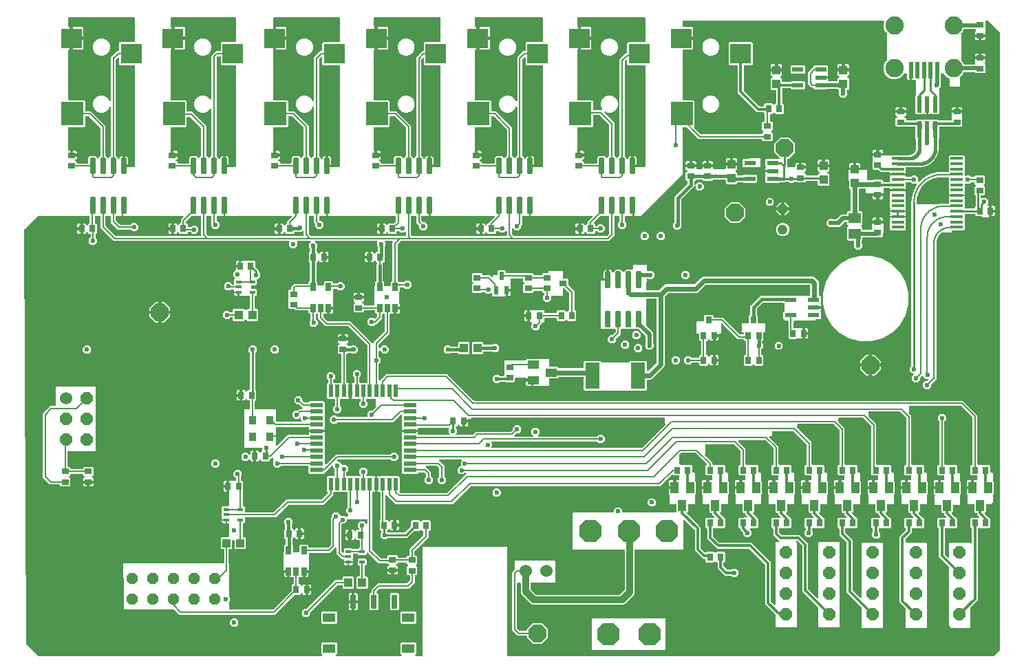
<source format=gbr>
G04 EAGLE Gerber RS-274X export*
G75*
%MOMM*%
%FSLAX34Y34*%
%LPD*%
%INTop Copper*%
%IPPOS*%
%AMOC8*
5,1,8,0,0,1.08239X$1,22.5*%
G01*
%ADD10P,1.649562X8X112.500000*%
%ADD11R,0.700000X0.900000*%
%ADD12R,0.900000X0.700000*%
%ADD13R,1.500000X1.300000*%
%ADD14R,0.600000X2.000000*%
%ADD15R,0.500000X2.000000*%
%ADD16C,2.250000*%
%ADD17R,1.000000X1.400000*%
%ADD18R,1.000000X1.100000*%
%ADD19R,1.408000X0.600000*%
%ADD20P,2.336880X8X22.500000*%
%ADD21P,1.484606X8X202.500000*%
%ADD22R,1.500000X0.400000*%
%ADD23R,0.690000X0.990000*%
%ADD24R,2.550000X2.400000*%
%ADD25R,2.750000X2.900000*%
%ADD26R,0.550000X1.550000*%
%ADD27R,1.550000X0.550000*%
%ADD28R,0.900000X1.100000*%
%ADD29C,1.524000*%
%ADD30P,1.649562X8X292.500000*%
%ADD31R,0.600000X1.000000*%
%ADD32P,2.336880X8X202.500000*%
%ADD33R,0.700000X1.700000*%
%ADD34R,1.550000X1.100000*%
%ADD35R,0.700000X0.400000*%
%ADD36C,0.341700*%
%ADD37R,1.400000X1.000000*%
%ADD38R,1.800000X3.200000*%
%ADD39P,1.319650X8X112.500000*%
%ADD40C,1.219200*%
%ADD41P,3.010451X8X112.500000*%
%ADD42C,0.600000*%
%ADD43C,0.203200*%
%ADD44C,0.152400*%
%ADD45C,0.254000*%
%ADD46C,0.304800*%
%ADD47C,0.406400*%
%ADD48C,0.508000*%
%ADD49C,0.609600*%
%ADD50C,0.812800*%

G36*
X388613Y10989D02*
X388613Y10989D01*
X388642Y10986D01*
X388753Y11009D01*
X388866Y11025D01*
X388892Y11037D01*
X388921Y11042D01*
X389022Y11095D01*
X389125Y11141D01*
X389147Y11160D01*
X389173Y11173D01*
X389256Y11251D01*
X389342Y11325D01*
X389358Y11349D01*
X389379Y11369D01*
X389437Y11467D01*
X389500Y11561D01*
X389508Y11589D01*
X389523Y11614D01*
X389551Y11724D01*
X389585Y11832D01*
X389586Y11862D01*
X389593Y11890D01*
X389590Y12003D01*
X389593Y12116D01*
X389585Y12145D01*
X389584Y12174D01*
X389549Y12282D01*
X389521Y12391D01*
X389506Y12417D01*
X389497Y12445D01*
X389451Y12509D01*
X389376Y12636D01*
X389330Y12679D01*
X389302Y12718D01*
X388049Y13971D01*
X388049Y26669D01*
X389251Y27871D01*
X406449Y27871D01*
X407651Y26669D01*
X407651Y13971D01*
X406398Y12718D01*
X406380Y12694D01*
X406358Y12676D01*
X406295Y12581D01*
X406227Y12491D01*
X406217Y12463D01*
X406200Y12439D01*
X406166Y12331D01*
X406126Y12225D01*
X406124Y12196D01*
X406115Y12168D01*
X406112Y12055D01*
X406102Y11942D01*
X406108Y11913D01*
X406107Y11884D01*
X406136Y11774D01*
X406158Y11663D01*
X406172Y11637D01*
X406179Y11609D01*
X406237Y11512D01*
X406289Y11411D01*
X406309Y11389D01*
X406324Y11364D01*
X406407Y11287D01*
X406485Y11205D01*
X406510Y11190D01*
X406532Y11170D01*
X406633Y11118D01*
X406730Y11061D01*
X406759Y11054D01*
X406785Y11040D01*
X406862Y11027D01*
X407006Y10991D01*
X407068Y10993D01*
X407116Y10985D01*
X486084Y10985D01*
X486113Y10989D01*
X486142Y10986D01*
X486253Y11009D01*
X486366Y11025D01*
X486392Y11037D01*
X486421Y11042D01*
X486522Y11095D01*
X486625Y11141D01*
X486647Y11160D01*
X486673Y11173D01*
X486756Y11251D01*
X486842Y11325D01*
X486858Y11349D01*
X486879Y11369D01*
X486937Y11467D01*
X487000Y11561D01*
X487008Y11589D01*
X487023Y11614D01*
X487051Y11724D01*
X487085Y11832D01*
X487086Y11862D01*
X487093Y11890D01*
X487090Y12003D01*
X487093Y12116D01*
X487085Y12145D01*
X487084Y12174D01*
X487049Y12282D01*
X487021Y12391D01*
X487006Y12417D01*
X486997Y12445D01*
X486951Y12509D01*
X486876Y12636D01*
X486830Y12679D01*
X486802Y12718D01*
X485549Y13971D01*
X485549Y26669D01*
X486751Y27871D01*
X503949Y27871D01*
X505151Y26669D01*
X505151Y13971D01*
X503898Y12718D01*
X503880Y12694D01*
X503858Y12676D01*
X503795Y12581D01*
X503727Y12491D01*
X503717Y12463D01*
X503700Y12439D01*
X503666Y12331D01*
X503626Y12225D01*
X503624Y12196D01*
X503615Y12168D01*
X503612Y12055D01*
X503602Y11942D01*
X503608Y11913D01*
X503607Y11884D01*
X503636Y11774D01*
X503658Y11663D01*
X503672Y11637D01*
X503679Y11609D01*
X503737Y11512D01*
X503789Y11411D01*
X503809Y11389D01*
X503824Y11364D01*
X503907Y11287D01*
X503985Y11205D01*
X504010Y11190D01*
X504032Y11170D01*
X504133Y11118D01*
X504230Y11061D01*
X504259Y11054D01*
X504285Y11040D01*
X504362Y11027D01*
X504506Y10991D01*
X504568Y10993D01*
X504616Y10985D01*
X512000Y10985D01*
X512058Y10993D01*
X512116Y10991D01*
X512198Y11013D01*
X512282Y11025D01*
X512335Y11049D01*
X512391Y11063D01*
X512464Y11106D01*
X512541Y11141D01*
X512586Y11179D01*
X512636Y11209D01*
X512694Y11270D01*
X512758Y11325D01*
X512790Y11373D01*
X512830Y11416D01*
X512869Y11491D01*
X512916Y11561D01*
X512933Y11617D01*
X512960Y11669D01*
X512971Y11737D01*
X513001Y11832D01*
X513004Y11932D01*
X513015Y12000D01*
X513015Y144985D01*
X616985Y144985D01*
X616985Y12000D01*
X616993Y11942D01*
X616991Y11884D01*
X617013Y11802D01*
X617025Y11719D01*
X617049Y11665D01*
X617063Y11609D01*
X617106Y11536D01*
X617141Y11459D01*
X617179Y11414D01*
X617209Y11364D01*
X617270Y11306D01*
X617325Y11242D01*
X617373Y11210D01*
X617416Y11170D01*
X617491Y11131D01*
X617561Y11085D01*
X617617Y11067D01*
X617669Y11040D01*
X617737Y11029D01*
X617832Y10999D01*
X617932Y10996D01*
X618000Y10985D01*
X1216000Y10985D01*
X1216087Y10997D01*
X1216174Y11000D01*
X1216227Y11017D01*
X1216282Y11025D01*
X1216361Y11060D01*
X1216445Y11087D01*
X1216484Y11115D01*
X1216541Y11141D01*
X1216654Y11237D01*
X1216718Y11282D01*
X1222718Y17282D01*
X1222770Y17352D01*
X1222830Y17416D01*
X1222856Y17465D01*
X1222889Y17509D01*
X1222920Y17591D01*
X1222960Y17669D01*
X1222968Y17717D01*
X1222990Y17775D01*
X1223002Y17923D01*
X1223015Y18000D01*
X1223015Y778000D01*
X1223003Y778087D01*
X1223000Y778174D01*
X1222983Y778227D01*
X1222975Y778282D01*
X1222940Y778361D01*
X1222913Y778445D01*
X1222885Y778484D01*
X1222859Y778541D01*
X1222763Y778654D01*
X1222718Y778718D01*
X1208718Y792718D01*
X1208648Y792770D01*
X1208584Y792830D01*
X1208535Y792856D01*
X1208491Y792889D01*
X1208409Y792920D01*
X1208331Y792960D01*
X1208284Y792968D01*
X1208225Y792990D01*
X1208077Y793002D01*
X1208000Y793015D01*
X1206446Y793015D01*
X1206388Y793007D01*
X1206330Y793009D01*
X1206248Y792987D01*
X1206164Y792975D01*
X1206111Y792952D01*
X1206055Y792937D01*
X1205982Y792894D01*
X1205905Y792859D01*
X1205860Y792821D01*
X1205810Y792792D01*
X1205752Y792730D01*
X1205688Y792676D01*
X1205656Y792627D01*
X1205616Y792584D01*
X1205577Y792509D01*
X1205530Y792439D01*
X1205513Y792383D01*
X1205486Y792331D01*
X1205475Y792263D01*
X1205445Y792168D01*
X1205442Y792068D01*
X1205431Y792000D01*
X1205431Y790625D01*
X1205443Y790539D01*
X1205446Y790451D01*
X1205463Y790399D01*
X1205471Y790344D01*
X1205485Y790312D01*
X1205485Y776936D01*
X1205476Y776914D01*
X1205436Y776836D01*
X1205428Y776788D01*
X1205406Y776730D01*
X1205401Y776671D01*
X1205395Y776651D01*
X1205393Y776577D01*
X1205381Y776505D01*
X1205381Y776473D01*
X1199614Y776473D01*
X1199556Y776465D01*
X1199498Y776467D01*
X1199416Y776445D01*
X1199333Y776433D01*
X1199279Y776410D01*
X1199223Y776395D01*
X1199150Y776352D01*
X1199073Y776317D01*
X1199029Y776279D01*
X1198978Y776250D01*
X1198921Y776188D01*
X1198877Y776151D01*
X1198876Y776152D01*
X1198821Y776216D01*
X1198773Y776248D01*
X1198730Y776288D01*
X1198655Y776327D01*
X1198585Y776374D01*
X1198529Y776391D01*
X1198477Y776418D01*
X1198409Y776429D01*
X1198314Y776459D01*
X1198214Y776462D01*
X1198146Y776473D01*
X1192379Y776473D01*
X1192379Y778487D01*
X1192516Y778996D01*
X1192779Y779452D01*
X1192994Y779667D01*
X1193046Y779737D01*
X1193106Y779801D01*
X1193132Y779850D01*
X1193165Y779894D01*
X1193196Y779976D01*
X1193236Y780054D01*
X1193244Y780102D01*
X1193266Y780160D01*
X1193278Y780308D01*
X1193291Y780385D01*
X1193291Y781874D01*
X1193283Y781932D01*
X1193285Y781990D01*
X1193263Y782072D01*
X1193251Y782156D01*
X1193228Y782209D01*
X1193213Y782265D01*
X1193170Y782338D01*
X1193135Y782415D01*
X1193097Y782460D01*
X1193068Y782510D01*
X1193006Y782568D01*
X1192952Y782632D01*
X1192903Y782664D01*
X1192860Y782704D01*
X1192785Y782743D01*
X1192715Y782790D01*
X1192659Y782807D01*
X1192607Y782834D01*
X1192539Y782845D01*
X1192444Y782875D01*
X1192344Y782878D01*
X1192276Y782889D01*
X1179473Y782889D01*
X1179472Y782889D01*
X1179470Y782889D01*
X1179330Y782869D01*
X1179192Y782849D01*
X1179190Y782849D01*
X1179189Y782849D01*
X1179063Y782792D01*
X1178933Y782733D01*
X1178931Y782732D01*
X1178930Y782731D01*
X1178823Y782640D01*
X1178716Y782550D01*
X1178715Y782548D01*
X1178713Y782547D01*
X1178705Y782534D01*
X1178558Y782313D01*
X1178549Y782284D01*
X1178535Y782263D01*
X1177576Y779946D01*
X1175622Y777992D01*
X1175587Y777946D01*
X1175545Y777905D01*
X1175502Y777833D01*
X1175452Y777765D01*
X1175431Y777710D01*
X1175401Y777660D01*
X1175380Y777578D01*
X1175350Y777500D01*
X1175345Y777441D01*
X1175331Y777384D01*
X1175334Y777300D01*
X1175327Y777216D01*
X1175338Y777159D01*
X1175340Y777100D01*
X1175366Y777020D01*
X1175383Y776937D01*
X1175410Y776886D01*
X1175428Y776830D01*
X1175436Y776818D01*
X1175436Y745135D01*
X1175431Y745122D01*
X1175401Y745071D01*
X1175380Y744990D01*
X1175350Y744911D01*
X1175345Y744852D01*
X1175331Y744796D01*
X1175334Y744712D01*
X1175327Y744627D01*
X1175338Y744570D01*
X1175340Y744511D01*
X1175366Y744431D01*
X1175383Y744349D01*
X1175410Y744297D01*
X1175428Y744241D01*
X1175468Y744185D01*
X1175514Y744096D01*
X1175582Y744024D01*
X1175622Y743968D01*
X1177576Y742014D01*
X1178535Y739697D01*
X1178536Y739696D01*
X1178537Y739695D01*
X1178610Y739572D01*
X1178680Y739453D01*
X1178681Y739452D01*
X1178682Y739450D01*
X1178790Y739349D01*
X1178887Y739257D01*
X1178888Y739257D01*
X1178889Y739256D01*
X1179015Y739191D01*
X1179139Y739127D01*
X1179141Y739127D01*
X1179142Y739126D01*
X1179157Y739124D01*
X1179418Y739072D01*
X1179449Y739075D01*
X1179473Y739071D01*
X1191768Y739071D01*
X1191826Y739079D01*
X1191884Y739077D01*
X1191966Y739099D01*
X1192050Y739111D01*
X1192103Y739134D01*
X1192159Y739149D01*
X1192232Y739192D01*
X1192309Y739227D01*
X1192354Y739265D01*
X1192404Y739294D01*
X1192462Y739356D01*
X1192526Y739410D01*
X1192558Y739459D01*
X1192598Y739502D01*
X1192637Y739577D01*
X1192684Y739647D01*
X1192701Y739703D01*
X1192728Y739755D01*
X1192739Y739823D01*
X1192769Y739918D01*
X1192772Y740018D01*
X1192783Y740086D01*
X1192783Y742076D01*
X1192770Y742172D01*
X1192765Y742269D01*
X1192751Y742307D01*
X1192743Y742358D01*
X1192673Y742515D01*
X1192647Y742584D01*
X1192516Y742812D01*
X1192379Y743321D01*
X1192379Y745348D01*
X1192425Y745350D01*
X1192477Y745367D01*
X1192532Y745375D01*
X1192612Y745410D01*
X1192695Y745437D01*
X1192735Y745465D01*
X1192792Y745491D01*
X1192905Y745587D01*
X1192969Y745632D01*
X1193081Y745745D01*
X1198146Y745745D01*
X1198204Y745753D01*
X1198262Y745751D01*
X1198344Y745773D01*
X1198427Y745785D01*
X1198481Y745808D01*
X1198537Y745823D01*
X1198610Y745866D01*
X1198687Y745901D01*
X1198731Y745939D01*
X1198782Y745968D01*
X1198839Y746030D01*
X1198883Y746067D01*
X1198884Y746066D01*
X1198939Y746002D01*
X1198987Y745970D01*
X1199030Y745930D01*
X1199105Y745891D01*
X1199175Y745844D01*
X1199231Y745827D01*
X1199283Y745800D01*
X1199351Y745789D01*
X1199446Y745759D01*
X1199546Y745756D01*
X1199614Y745745D01*
X1204679Y745745D01*
X1204791Y745632D01*
X1204861Y745580D01*
X1204925Y745520D01*
X1204974Y745494D01*
X1205019Y745461D01*
X1205100Y745430D01*
X1205178Y745390D01*
X1205226Y745382D01*
X1205284Y745360D01*
X1205381Y745352D01*
X1205381Y743321D01*
X1205244Y742812D01*
X1205113Y742584D01*
X1205076Y742494D01*
X1205032Y742407D01*
X1205026Y742368D01*
X1205006Y742320D01*
X1204989Y742149D01*
X1204977Y742076D01*
X1204977Y739308D01*
X1204989Y739221D01*
X1204992Y739134D01*
X1205009Y739081D01*
X1205017Y739026D01*
X1205052Y738947D01*
X1205079Y738863D01*
X1205107Y738824D01*
X1205133Y738767D01*
X1205229Y738654D01*
X1205274Y738590D01*
X1205431Y738433D01*
X1205431Y729735D01*
X1204229Y728533D01*
X1193531Y728533D01*
X1192472Y729592D01*
X1192402Y729644D01*
X1192338Y729704D01*
X1192289Y729730D01*
X1192245Y729763D01*
X1192163Y729794D01*
X1192085Y729834D01*
X1192038Y729842D01*
X1191979Y729864D01*
X1191831Y729876D01*
X1191754Y729889D01*
X1179473Y729889D01*
X1179472Y729889D01*
X1179470Y729889D01*
X1179330Y729869D01*
X1179192Y729849D01*
X1179190Y729849D01*
X1179189Y729849D01*
X1179063Y729792D01*
X1178933Y729733D01*
X1178931Y729732D01*
X1178930Y729731D01*
X1178823Y729640D01*
X1178716Y729550D01*
X1178715Y729548D01*
X1178713Y729547D01*
X1178705Y729534D01*
X1178558Y729313D01*
X1178549Y729284D01*
X1178535Y729263D01*
X1177576Y726946D01*
X1174286Y723656D01*
X1174234Y723586D01*
X1174174Y723522D01*
X1174148Y723473D01*
X1174115Y723429D01*
X1174084Y723347D01*
X1174044Y723269D01*
X1174036Y723222D01*
X1174014Y723163D01*
X1174002Y723015D01*
X1173989Y722938D01*
X1173989Y712005D01*
X1173691Y711707D01*
X1162093Y711707D01*
X1161795Y712005D01*
X1161795Y721271D01*
X1161795Y721273D01*
X1161795Y721274D01*
X1161775Y721414D01*
X1161755Y721552D01*
X1161755Y721554D01*
X1161755Y721555D01*
X1161698Y721681D01*
X1161639Y721812D01*
X1161638Y721813D01*
X1161637Y721815D01*
X1161546Y721922D01*
X1161456Y722029D01*
X1161454Y722030D01*
X1161453Y722031D01*
X1161440Y722039D01*
X1161219Y722186D01*
X1161190Y722196D01*
X1161169Y722209D01*
X1158766Y723204D01*
X1155024Y726946D01*
X1154912Y727217D01*
X1154911Y727219D01*
X1154910Y727220D01*
X1154841Y727338D01*
X1154767Y727462D01*
X1154766Y727463D01*
X1154765Y727465D01*
X1154663Y727560D01*
X1154560Y727658D01*
X1154559Y727658D01*
X1154558Y727659D01*
X1154436Y727722D01*
X1154308Y727788D01*
X1154306Y727788D01*
X1154305Y727789D01*
X1154290Y727791D01*
X1154029Y727843D01*
X1153998Y727840D01*
X1153974Y727844D01*
X1151406Y727844D01*
X1151348Y727836D01*
X1151290Y727838D01*
X1151208Y727816D01*
X1151124Y727804D01*
X1151071Y727781D01*
X1151015Y727766D01*
X1150942Y727723D01*
X1150865Y727688D01*
X1150820Y727650D01*
X1150770Y727621D01*
X1150712Y727559D01*
X1150648Y727505D01*
X1150616Y727456D01*
X1150576Y727413D01*
X1150537Y727338D01*
X1150490Y727268D01*
X1150473Y727212D01*
X1150446Y727160D01*
X1150435Y727092D01*
X1150405Y726997D01*
X1150402Y726897D01*
X1150391Y726829D01*
X1150391Y716253D01*
X1150403Y716166D01*
X1150406Y716079D01*
X1150423Y716026D01*
X1150431Y715971D01*
X1150466Y715891D01*
X1150471Y715878D01*
X1150471Y711568D01*
X1148886Y709983D01*
X1148834Y709914D01*
X1148774Y709850D01*
X1148748Y709800D01*
X1148715Y709756D01*
X1148684Y709674D01*
X1148644Y709596D01*
X1148636Y709549D01*
X1148614Y709490D01*
X1148602Y709343D01*
X1148589Y709265D01*
X1148589Y699281D01*
X1148566Y699238D01*
X1148533Y699193D01*
X1148502Y699112D01*
X1148462Y699034D01*
X1148454Y698986D01*
X1148432Y698928D01*
X1148420Y698780D01*
X1148407Y698703D01*
X1148407Y679275D01*
X1147205Y678073D01*
X1139507Y678073D01*
X1139252Y678328D01*
X1139197Y678369D01*
X1139149Y678418D01*
X1139084Y678454D01*
X1139025Y678499D01*
X1138961Y678523D01*
X1138901Y678557D01*
X1138829Y678574D01*
X1138759Y678600D01*
X1138691Y678606D01*
X1138625Y678621D01*
X1138550Y678618D01*
X1138476Y678624D01*
X1138409Y678610D01*
X1138341Y678607D01*
X1138282Y678585D01*
X1138197Y678568D01*
X1138096Y678515D01*
X1138026Y678489D01*
X1137628Y678260D01*
X1137119Y678123D01*
X1135355Y678123D01*
X1135355Y689640D01*
X1135347Y689698D01*
X1135349Y689756D01*
X1135327Y689838D01*
X1135315Y689921D01*
X1135292Y689975D01*
X1135277Y690031D01*
X1135234Y690104D01*
X1135199Y690181D01*
X1135161Y690225D01*
X1135132Y690276D01*
X1135070Y690333D01*
X1135016Y690398D01*
X1134967Y690430D01*
X1134924Y690470D01*
X1134849Y690509D01*
X1134779Y690555D01*
X1134723Y690573D01*
X1134671Y690600D01*
X1134603Y690611D01*
X1134508Y690641D01*
X1134408Y690644D01*
X1134340Y690655D01*
X1133372Y690655D01*
X1133314Y690647D01*
X1133256Y690648D01*
X1133174Y690627D01*
X1133090Y690615D01*
X1133037Y690591D01*
X1132981Y690577D01*
X1132908Y690533D01*
X1132831Y690499D01*
X1132786Y690461D01*
X1132736Y690431D01*
X1132678Y690370D01*
X1132614Y690315D01*
X1132582Y690267D01*
X1132542Y690224D01*
X1132503Y690149D01*
X1132456Y690079D01*
X1132439Y690023D01*
X1132412Y689971D01*
X1132401Y689903D01*
X1132371Y689808D01*
X1132368Y689708D01*
X1132357Y689640D01*
X1132357Y678123D01*
X1130593Y678123D01*
X1130084Y678260D01*
X1129686Y678489D01*
X1129623Y678515D01*
X1129564Y678549D01*
X1129491Y678568D01*
X1129422Y678596D01*
X1129354Y678603D01*
X1129288Y678619D01*
X1129214Y678617D01*
X1129139Y678625D01*
X1129072Y678613D01*
X1129004Y678610D01*
X1128933Y678587D01*
X1128860Y678574D01*
X1128798Y678544D01*
X1128734Y678523D01*
X1128682Y678486D01*
X1128605Y678448D01*
X1128521Y678371D01*
X1128460Y678328D01*
X1128205Y678073D01*
X1120507Y678073D01*
X1119305Y679275D01*
X1119305Y700973D01*
X1119334Y701002D01*
X1119386Y701072D01*
X1119446Y701136D01*
X1119472Y701185D01*
X1119505Y701229D01*
X1119536Y701311D01*
X1119576Y701389D01*
X1119584Y701436D01*
X1119606Y701495D01*
X1119618Y701643D01*
X1119631Y701720D01*
X1119631Y718914D01*
X1119623Y718972D01*
X1119625Y719030D01*
X1119603Y719112D01*
X1119591Y719196D01*
X1119568Y719249D01*
X1119553Y719305D01*
X1119510Y719378D01*
X1119475Y719455D01*
X1119437Y719500D01*
X1119408Y719550D01*
X1119346Y719608D01*
X1119292Y719672D01*
X1119243Y719704D01*
X1119200Y719744D01*
X1119125Y719783D01*
X1119055Y719830D01*
X1118999Y719847D01*
X1118947Y719874D01*
X1118879Y719885D01*
X1118784Y719915D01*
X1118684Y719918D01*
X1118616Y719929D01*
X1118451Y719929D01*
X1118379Y720001D01*
X1118324Y720042D01*
X1118276Y720091D01*
X1118211Y720127D01*
X1118152Y720172D01*
X1118088Y720196D01*
X1118028Y720230D01*
X1117956Y720247D01*
X1117886Y720273D01*
X1117818Y720279D01*
X1117752Y720294D01*
X1117677Y720291D01*
X1117603Y720297D01*
X1117536Y720283D01*
X1117468Y720280D01*
X1117409Y720258D01*
X1117324Y720241D01*
X1117223Y720188D01*
X1117153Y720162D01*
X1117072Y720116D01*
X1116563Y719979D01*
X1115049Y719979D01*
X1115049Y731746D01*
X1115041Y731804D01*
X1115043Y731862D01*
X1115021Y731944D01*
X1115009Y732027D01*
X1114986Y732081D01*
X1114971Y732137D01*
X1114928Y732210D01*
X1114893Y732287D01*
X1114855Y732331D01*
X1114826Y732382D01*
X1114764Y732439D01*
X1114710Y732504D01*
X1114661Y732536D01*
X1114618Y732576D01*
X1114543Y732615D01*
X1114473Y732661D01*
X1114417Y732679D01*
X1114365Y732706D01*
X1114297Y732717D01*
X1114202Y732747D01*
X1114102Y732750D01*
X1114034Y732761D01*
X1113566Y732761D01*
X1113508Y732753D01*
X1113450Y732754D01*
X1113368Y732733D01*
X1113284Y732721D01*
X1113231Y732697D01*
X1113175Y732683D01*
X1113102Y732639D01*
X1113025Y732605D01*
X1112980Y732567D01*
X1112930Y732537D01*
X1112872Y732476D01*
X1112808Y732421D01*
X1112776Y732373D01*
X1112736Y732330D01*
X1112697Y732255D01*
X1112650Y732185D01*
X1112633Y732129D01*
X1112606Y732077D01*
X1112595Y732009D01*
X1112565Y731914D01*
X1112562Y731814D01*
X1112551Y731746D01*
X1112551Y719979D01*
X1111037Y719979D01*
X1110528Y720116D01*
X1110071Y720379D01*
X1109699Y720751D01*
X1109436Y721208D01*
X1109299Y721717D01*
X1109299Y726829D01*
X1109291Y726887D01*
X1109293Y726945D01*
X1109271Y727027D01*
X1109259Y727111D01*
X1109236Y727164D01*
X1109221Y727220D01*
X1109178Y727293D01*
X1109143Y727370D01*
X1109105Y727415D01*
X1109076Y727465D01*
X1109014Y727523D01*
X1108960Y727587D01*
X1108911Y727619D01*
X1108868Y727659D01*
X1108793Y727698D01*
X1108723Y727745D01*
X1108667Y727762D01*
X1108615Y727789D01*
X1108547Y727800D01*
X1108452Y727830D01*
X1108352Y727833D01*
X1108284Y727844D01*
X1105626Y727844D01*
X1105625Y727844D01*
X1105623Y727844D01*
X1105482Y727824D01*
X1105345Y727804D01*
X1105343Y727804D01*
X1105342Y727804D01*
X1105211Y727745D01*
X1105085Y727688D01*
X1105084Y727687D01*
X1105083Y727686D01*
X1104974Y727593D01*
X1104868Y727505D01*
X1104868Y727503D01*
X1104866Y727502D01*
X1104858Y727489D01*
X1104711Y727268D01*
X1104702Y727239D01*
X1104688Y727217D01*
X1104576Y726946D01*
X1100834Y723204D01*
X1095946Y721179D01*
X1090654Y721179D01*
X1085766Y723204D01*
X1082024Y726946D01*
X1079999Y731834D01*
X1079999Y737126D01*
X1082024Y742014D01*
X1083978Y743968D01*
X1084013Y744014D01*
X1084055Y744055D01*
X1084098Y744127D01*
X1084148Y744195D01*
X1084169Y744250D01*
X1084199Y744300D01*
X1084220Y744382D01*
X1084250Y744460D01*
X1084255Y744519D01*
X1084269Y744576D01*
X1084266Y744660D01*
X1084273Y744744D01*
X1084262Y744801D01*
X1084260Y744860D01*
X1084234Y744940D01*
X1084217Y745023D01*
X1084190Y745074D01*
X1084172Y745130D01*
X1084164Y745142D01*
X1084164Y776825D01*
X1084169Y776838D01*
X1084199Y776889D01*
X1084220Y776970D01*
X1084250Y777049D01*
X1084255Y777108D01*
X1084269Y777164D01*
X1084266Y777248D01*
X1084273Y777333D01*
X1084262Y777390D01*
X1084260Y777449D01*
X1084234Y777529D01*
X1084217Y777611D01*
X1084190Y777663D01*
X1084172Y777719D01*
X1084132Y777775D01*
X1084086Y777864D01*
X1084018Y777936D01*
X1083978Y777992D01*
X1082024Y779946D01*
X1079999Y784834D01*
X1079999Y790126D01*
X1080615Y791611D01*
X1080643Y791723D01*
X1080678Y791832D01*
X1080679Y791860D01*
X1080686Y791887D01*
X1080682Y792001D01*
X1080685Y792116D01*
X1080678Y792143D01*
X1080677Y792171D01*
X1080642Y792280D01*
X1080613Y792391D01*
X1080599Y792415D01*
X1080591Y792442D01*
X1080527Y792537D01*
X1080468Y792636D01*
X1080448Y792655D01*
X1080433Y792678D01*
X1080345Y792752D01*
X1080261Y792830D01*
X1080236Y792843D01*
X1080215Y792861D01*
X1080110Y792908D01*
X1080008Y792960D01*
X1079983Y792964D01*
X1079955Y792976D01*
X1079692Y793013D01*
X1079677Y793015D01*
X834000Y793015D01*
X833942Y793007D01*
X833884Y793009D01*
X833802Y792987D01*
X833719Y792975D01*
X833665Y792952D01*
X833609Y792937D01*
X833536Y792894D01*
X833459Y792859D01*
X833414Y792821D01*
X833364Y792792D01*
X833306Y792730D01*
X833242Y792676D01*
X833210Y792627D01*
X833170Y792584D01*
X833131Y792509D01*
X833085Y792439D01*
X833067Y792383D01*
X833040Y792331D01*
X833029Y792263D01*
X832999Y792168D01*
X832996Y792068D01*
X832985Y792000D01*
X832985Y786500D01*
X832993Y786442D01*
X832991Y786384D01*
X833013Y786302D01*
X833025Y786218D01*
X833049Y786165D01*
X833063Y786109D01*
X833106Y786036D01*
X833141Y785959D01*
X833179Y785914D01*
X833209Y785864D01*
X833270Y785806D01*
X833325Y785742D01*
X833373Y785710D01*
X833416Y785670D01*
X833491Y785631D01*
X833561Y785584D01*
X833617Y785567D01*
X833669Y785540D01*
X833737Y785529D01*
X833832Y785499D01*
X833932Y785496D01*
X834000Y785485D01*
X843799Y785485D01*
X844308Y785348D01*
X844765Y785085D01*
X845137Y784713D01*
X845400Y784256D01*
X845537Y783747D01*
X845537Y773515D01*
X834000Y773515D01*
X833942Y773507D01*
X833884Y773508D01*
X833802Y773487D01*
X833719Y773475D01*
X833665Y773451D01*
X833609Y773437D01*
X833536Y773394D01*
X833459Y773359D01*
X833414Y773321D01*
X833364Y773291D01*
X833306Y773230D01*
X833242Y773175D01*
X833210Y773127D01*
X833170Y773084D01*
X833131Y773009D01*
X833085Y772939D01*
X833067Y772883D01*
X833040Y772831D01*
X833029Y772763D01*
X832999Y772668D01*
X832996Y772568D01*
X832985Y772500D01*
X832985Y770468D01*
X832993Y770410D01*
X832991Y770352D01*
X833013Y770270D01*
X833025Y770187D01*
X833049Y770133D01*
X833063Y770077D01*
X833106Y770004D01*
X833141Y769927D01*
X833179Y769882D01*
X833209Y769832D01*
X833270Y769774D01*
X833325Y769710D01*
X833373Y769678D01*
X833416Y769638D01*
X833491Y769599D01*
X833561Y769553D01*
X833617Y769535D01*
X833669Y769508D01*
X833737Y769497D01*
X833832Y769467D01*
X833932Y769464D01*
X834000Y769453D01*
X845537Y769453D01*
X845537Y759221D01*
X845400Y758712D01*
X845137Y758255D01*
X844765Y757883D01*
X844308Y757620D01*
X843799Y757483D01*
X834000Y757483D01*
X833942Y757475D01*
X833884Y757477D01*
X833802Y757455D01*
X833719Y757443D01*
X833665Y757420D01*
X833609Y757405D01*
X833536Y757362D01*
X833459Y757327D01*
X833414Y757289D01*
X833364Y757260D01*
X833306Y757198D01*
X833242Y757144D01*
X833210Y757095D01*
X833170Y757052D01*
X833131Y756977D01*
X833085Y756907D01*
X833067Y756851D01*
X833040Y756799D01*
X833029Y756731D01*
X832999Y756636D01*
X832996Y756536D01*
X832985Y756468D01*
X832985Y696050D01*
X832993Y695992D01*
X832991Y695934D01*
X833013Y695852D01*
X833025Y695768D01*
X833049Y695715D01*
X833063Y695659D01*
X833106Y695586D01*
X833141Y695509D01*
X833179Y695464D01*
X833209Y695414D01*
X833270Y695356D01*
X833325Y695292D01*
X833373Y695260D01*
X833416Y695220D01*
X833491Y695181D01*
X833561Y695134D01*
X833617Y695117D01*
X833669Y695090D01*
X833737Y695079D01*
X833832Y695049D01*
X833932Y695046D01*
X834000Y695035D01*
X846385Y695035D01*
X847587Y693833D01*
X847587Y663135D01*
X847258Y662806D01*
X847223Y662760D01*
X847181Y662719D01*
X847138Y662647D01*
X847088Y662579D01*
X847067Y662524D01*
X847037Y662474D01*
X847016Y662392D01*
X846986Y662313D01*
X846982Y662255D01*
X846967Y662199D01*
X846970Y662114D01*
X846963Y662030D01*
X846974Y661973D01*
X846976Y661914D01*
X847002Y661834D01*
X847019Y661751D01*
X847046Y661699D01*
X847064Y661644D01*
X847104Y661588D01*
X847150Y661499D01*
X847218Y661427D01*
X847258Y661371D01*
X854973Y653656D01*
X855043Y653604D01*
X855107Y653544D01*
X855156Y653518D01*
X855200Y653485D01*
X855282Y653454D01*
X855360Y653414D01*
X855407Y653406D01*
X855466Y653384D01*
X855613Y653372D01*
X855691Y653359D01*
X929374Y653359D01*
X929432Y653367D01*
X929490Y653365D01*
X929572Y653387D01*
X929656Y653399D01*
X929709Y653422D01*
X929765Y653437D01*
X929838Y653480D01*
X929915Y653515D01*
X929960Y653553D01*
X930010Y653582D01*
X930068Y653644D01*
X930132Y653698D01*
X930164Y653747D01*
X930204Y653790D01*
X930243Y653865D01*
X930290Y653935D01*
X930307Y653991D01*
X930334Y654043D01*
X930345Y654111D01*
X930375Y654206D01*
X930378Y654306D01*
X930389Y654374D01*
X930389Y654641D01*
X931822Y656074D01*
X931857Y656121D01*
X931899Y656161D01*
X931942Y656234D01*
X931993Y656301D01*
X932014Y656356D01*
X932043Y656406D01*
X932064Y656488D01*
X932094Y656567D01*
X932099Y656625D01*
X932113Y656682D01*
X932111Y656766D01*
X932118Y656850D01*
X932106Y656908D01*
X932104Y656966D01*
X932078Y657046D01*
X932062Y657129D01*
X932035Y657181D01*
X932017Y657237D01*
X931977Y657293D01*
X931931Y657381D01*
X931862Y657454D01*
X931822Y657510D01*
X930389Y658943D01*
X930389Y667641D01*
X931591Y668843D01*
X932858Y668843D01*
X932916Y668851D01*
X932974Y668849D01*
X933056Y668871D01*
X933140Y668883D01*
X933193Y668906D01*
X933249Y668921D01*
X933322Y668964D01*
X933399Y668999D01*
X933444Y669037D01*
X933494Y669066D01*
X933552Y669128D01*
X933616Y669182D01*
X933648Y669231D01*
X933688Y669274D01*
X933727Y669349D01*
X933774Y669419D01*
X933791Y669475D01*
X933818Y669527D01*
X933829Y669595D01*
X933859Y669690D01*
X933862Y669790D01*
X933873Y669858D01*
X933873Y678118D01*
X933861Y678205D01*
X933858Y678292D01*
X933841Y678345D01*
X933833Y678400D01*
X933798Y678479D01*
X933771Y678563D01*
X933743Y678602D01*
X933717Y678659D01*
X933621Y678772D01*
X933576Y678836D01*
X933157Y679255D01*
X933157Y679410D01*
X933149Y679468D01*
X933151Y679526D01*
X933129Y679608D01*
X933117Y679692D01*
X933094Y679745D01*
X933079Y679801D01*
X933036Y679874D01*
X933001Y679951D01*
X932963Y679996D01*
X932934Y680046D01*
X932872Y680104D01*
X932818Y680168D01*
X932769Y680200D01*
X932726Y680240D01*
X932651Y680279D01*
X932581Y680326D01*
X932525Y680343D01*
X932473Y680370D01*
X932405Y680381D01*
X932310Y680411D01*
X932210Y680414D01*
X932142Y680425D01*
X924519Y680425D01*
X900711Y704233D01*
X900711Y737418D01*
X900703Y737476D01*
X900705Y737534D01*
X900683Y737616D01*
X900671Y737700D01*
X900648Y737753D01*
X900633Y737809D01*
X900590Y737882D01*
X900555Y737959D01*
X900517Y738004D01*
X900488Y738054D01*
X900426Y738112D01*
X900372Y738176D01*
X900323Y738208D01*
X900280Y738248D01*
X900205Y738287D01*
X900135Y738334D01*
X900079Y738351D01*
X900027Y738378D01*
X899959Y738389D01*
X899864Y738419D01*
X899764Y738422D01*
X899696Y738433D01*
X890687Y738433D01*
X889485Y739635D01*
X889485Y765333D01*
X890687Y766535D01*
X917885Y766535D01*
X919087Y765333D01*
X919087Y739635D01*
X917885Y738433D01*
X908876Y738433D01*
X908818Y738425D01*
X908760Y738427D01*
X908678Y738405D01*
X908594Y738393D01*
X908541Y738370D01*
X908485Y738355D01*
X908412Y738312D01*
X908335Y738277D01*
X908290Y738239D01*
X908240Y738210D01*
X908182Y738148D01*
X908118Y738094D01*
X908086Y738045D01*
X908046Y738002D01*
X908007Y737927D01*
X907960Y737857D01*
X907943Y737801D01*
X907916Y737749D01*
X907905Y737681D01*
X907875Y737586D01*
X907872Y737486D01*
X907861Y737418D01*
X907861Y707615D01*
X907873Y707529D01*
X907876Y707441D01*
X907893Y707389D01*
X907901Y707334D01*
X907936Y707254D01*
X907963Y707171D01*
X907991Y707131D01*
X908017Y707074D01*
X908113Y706961D01*
X908158Y706897D01*
X927183Y687872D01*
X927253Y687820D01*
X927317Y687760D01*
X927366Y687734D01*
X927411Y687701D01*
X927492Y687670D01*
X927570Y687630D01*
X927618Y687622D01*
X927676Y687600D01*
X927824Y687588D01*
X927901Y687575D01*
X932142Y687575D01*
X932200Y687583D01*
X932258Y687581D01*
X932340Y687603D01*
X932424Y687615D01*
X932477Y687638D01*
X932533Y687653D01*
X932606Y687696D01*
X932683Y687731D01*
X932728Y687769D01*
X932778Y687798D01*
X932836Y687860D01*
X932900Y687914D01*
X932932Y687963D01*
X932972Y688006D01*
X933011Y688081D01*
X933058Y688151D01*
X933075Y688207D01*
X933102Y688259D01*
X933113Y688327D01*
X933143Y688422D01*
X933146Y688522D01*
X933157Y688590D01*
X933157Y689953D01*
X934359Y691155D01*
X943057Y691155D01*
X944490Y689722D01*
X944537Y689687D01*
X944577Y689645D01*
X944650Y689602D01*
X944717Y689551D01*
X944772Y689530D01*
X944822Y689501D01*
X944904Y689480D01*
X944983Y689450D01*
X945041Y689445D01*
X945098Y689431D01*
X945182Y689433D01*
X945266Y689426D01*
X945324Y689438D01*
X945382Y689440D01*
X945462Y689466D01*
X945545Y689482D01*
X945597Y689509D01*
X945653Y689527D01*
X945709Y689567D01*
X945797Y689613D01*
X945870Y689682D01*
X945926Y689722D01*
X947398Y691194D01*
X947400Y691195D01*
X947453Y691218D01*
X947509Y691233D01*
X947582Y691276D01*
X947659Y691311D01*
X947704Y691349D01*
X947754Y691378D01*
X947812Y691440D01*
X947876Y691494D01*
X947908Y691543D01*
X947948Y691586D01*
X947987Y691661D01*
X948034Y691731D01*
X948051Y691787D01*
X948078Y691839D01*
X948089Y691907D01*
X948119Y692002D01*
X948122Y692102D01*
X948133Y692170D01*
X948133Y706866D01*
X948125Y706924D01*
X948127Y706982D01*
X948105Y707064D01*
X948093Y707148D01*
X948070Y707201D01*
X948055Y707257D01*
X948012Y707330D01*
X947977Y707407D01*
X947939Y707452D01*
X947910Y707502D01*
X947848Y707560D01*
X947794Y707624D01*
X947745Y707656D01*
X947702Y707696D01*
X947627Y707735D01*
X947557Y707782D01*
X947501Y707799D01*
X947449Y707826D01*
X947381Y707837D01*
X947286Y707867D01*
X947186Y707870D01*
X947118Y707881D01*
X942259Y707881D01*
X941057Y709083D01*
X941057Y721781D01*
X942259Y722983D01*
X942405Y722983D01*
X942415Y722984D01*
X942425Y722983D01*
X942556Y723004D01*
X942687Y723023D01*
X942696Y723027D01*
X942705Y723028D01*
X942826Y723085D01*
X942946Y723139D01*
X942953Y723145D01*
X942962Y723149D01*
X943062Y723237D01*
X943163Y723322D01*
X943168Y723331D01*
X943176Y723337D01*
X943247Y723449D01*
X943321Y723559D01*
X943324Y723569D01*
X943329Y723577D01*
X943366Y723704D01*
X943406Y723830D01*
X943407Y723840D01*
X943409Y723849D01*
X943410Y723982D01*
X943414Y724114D01*
X943411Y724124D01*
X943411Y724134D01*
X943375Y724262D01*
X943342Y724389D01*
X943337Y724398D01*
X943334Y724407D01*
X943264Y724520D01*
X943197Y724634D01*
X943189Y724641D01*
X943184Y724649D01*
X943086Y724738D01*
X942989Y724828D01*
X942981Y724833D01*
X942973Y724839D01*
X942921Y724863D01*
X942736Y724958D01*
X942701Y724964D01*
X942668Y724979D01*
X942336Y725068D01*
X941879Y725331D01*
X941507Y725703D01*
X941244Y726160D01*
X941107Y726669D01*
X941107Y730401D01*
X947092Y730401D01*
X947150Y730409D01*
X947208Y730407D01*
X947290Y730429D01*
X947373Y730441D01*
X947427Y730465D01*
X947483Y730479D01*
X947556Y730522D01*
X947633Y730557D01*
X947677Y730595D01*
X947728Y730625D01*
X947785Y730686D01*
X947850Y730741D01*
X947882Y730789D01*
X947922Y730832D01*
X947961Y730907D01*
X948007Y730977D01*
X948025Y731033D01*
X948052Y731085D01*
X948063Y731153D01*
X948093Y731248D01*
X948096Y731348D01*
X948107Y731416D01*
X948107Y732433D01*
X948109Y732433D01*
X948109Y731416D01*
X948117Y731358D01*
X948116Y731300D01*
X948137Y731218D01*
X948149Y731135D01*
X948173Y731081D01*
X948187Y731025D01*
X948230Y730952D01*
X948265Y730875D01*
X948303Y730830D01*
X948333Y730780D01*
X948394Y730722D01*
X948449Y730658D01*
X948497Y730626D01*
X948540Y730586D01*
X948615Y730547D01*
X948685Y730501D01*
X948741Y730483D01*
X948793Y730456D01*
X948861Y730445D01*
X948956Y730415D01*
X949056Y730412D01*
X949124Y730401D01*
X955109Y730401D01*
X955109Y726669D01*
X954972Y726160D01*
X954709Y725703D01*
X954337Y725331D01*
X953880Y725068D01*
X953548Y724979D01*
X953539Y724975D01*
X953529Y724973D01*
X953408Y724919D01*
X953287Y724867D01*
X953279Y724861D01*
X953270Y724857D01*
X953169Y724772D01*
X953066Y724688D01*
X953060Y724680D01*
X953053Y724673D01*
X952980Y724564D01*
X952904Y724454D01*
X952901Y724445D01*
X952895Y724437D01*
X952855Y724311D01*
X952813Y724185D01*
X952813Y724175D01*
X952810Y724166D01*
X952806Y724033D01*
X952800Y723901D01*
X952803Y723892D01*
X952802Y723882D01*
X952836Y723753D01*
X952867Y723625D01*
X952872Y723616D01*
X952874Y723607D01*
X952942Y723493D01*
X953007Y723377D01*
X953014Y723371D01*
X953019Y723362D01*
X953116Y723272D01*
X953211Y723179D01*
X953220Y723174D01*
X953227Y723168D01*
X953345Y723107D01*
X953461Y723045D01*
X953471Y723043D01*
X953480Y723038D01*
X953536Y723029D01*
X953739Y722985D01*
X953775Y722989D01*
X953811Y722983D01*
X953957Y722983D01*
X955159Y721781D01*
X955159Y718318D01*
X955167Y718260D01*
X955165Y718202D01*
X955187Y718120D01*
X955199Y718036D01*
X955222Y717983D01*
X955237Y717927D01*
X955280Y717854D01*
X955315Y717777D01*
X955353Y717732D01*
X955382Y717682D01*
X955444Y717624D01*
X955498Y717560D01*
X955547Y717528D01*
X955590Y717488D01*
X955665Y717449D01*
X955735Y717402D01*
X955791Y717385D01*
X955843Y717358D01*
X955911Y717347D01*
X956006Y717317D01*
X956106Y717314D01*
X956174Y717303D01*
X964794Y717303D01*
X964881Y717315D01*
X964968Y717318D01*
X965021Y717335D01*
X965076Y717343D01*
X965155Y717378D01*
X965239Y717405D01*
X965278Y717433D01*
X965335Y717459D01*
X965448Y717555D01*
X965512Y717600D01*
X966691Y718779D01*
X982469Y718779D01*
X983671Y717577D01*
X983671Y709879D01*
X982469Y708677D01*
X966691Y708677D01*
X965512Y709856D01*
X965442Y709908D01*
X965378Y709968D01*
X965329Y709994D01*
X965285Y710027D01*
X965203Y710058D01*
X965125Y710098D01*
X965078Y710106D01*
X965019Y710128D01*
X964871Y710140D01*
X964794Y710153D01*
X956298Y710153D01*
X956240Y710145D01*
X956182Y710147D01*
X956100Y710125D01*
X956016Y710113D01*
X955963Y710090D01*
X955907Y710075D01*
X955834Y710032D01*
X955757Y709997D01*
X955712Y709959D01*
X955662Y709930D01*
X955604Y709868D01*
X955540Y709814D01*
X955508Y709765D01*
X955468Y709722D01*
X955429Y709647D01*
X955382Y709577D01*
X955365Y709521D01*
X955338Y709469D01*
X955327Y709401D01*
X955297Y709306D01*
X955294Y709206D01*
X955283Y709138D01*
X955283Y692170D01*
X955290Y692119D01*
X955289Y692101D01*
X955291Y692097D01*
X955289Y692054D01*
X955311Y691972D01*
X955323Y691888D01*
X955346Y691835D01*
X955361Y691779D01*
X955404Y691706D01*
X955439Y691629D01*
X955477Y691584D01*
X955506Y691534D01*
X955568Y691476D01*
X955622Y691412D01*
X955671Y691380D01*
X955714Y691340D01*
X955789Y691301D01*
X955859Y691254D01*
X955915Y691237D01*
X955967Y691210D01*
X956009Y691203D01*
X957259Y689953D01*
X957259Y679255D01*
X956057Y678053D01*
X947359Y678053D01*
X945926Y679486D01*
X945879Y679521D01*
X945839Y679563D01*
X945766Y679606D01*
X945699Y679657D01*
X945644Y679678D01*
X945594Y679707D01*
X945512Y679728D01*
X945433Y679758D01*
X945375Y679763D01*
X945318Y679777D01*
X945234Y679775D01*
X945150Y679782D01*
X945092Y679770D01*
X945034Y679768D01*
X944954Y679742D01*
X944871Y679726D01*
X944819Y679699D01*
X944763Y679681D01*
X944707Y679641D01*
X944619Y679595D01*
X944546Y679526D01*
X944490Y679486D01*
X943057Y678053D01*
X941022Y678053D01*
X940964Y678045D01*
X940906Y678047D01*
X940824Y678025D01*
X940740Y678013D01*
X940687Y677990D01*
X940631Y677975D01*
X940558Y677932D01*
X940481Y677897D01*
X940436Y677859D01*
X940386Y677830D01*
X940328Y677768D01*
X940264Y677714D01*
X940232Y677665D01*
X940192Y677622D01*
X940153Y677547D01*
X940106Y677477D01*
X940089Y677421D01*
X940062Y677369D01*
X940051Y677301D01*
X940021Y677206D01*
X940018Y677106D01*
X940007Y677038D01*
X940007Y669858D01*
X940014Y669804D01*
X940013Y669766D01*
X940014Y669764D01*
X940013Y669742D01*
X940035Y669660D01*
X940047Y669576D01*
X940070Y669523D01*
X940085Y669467D01*
X940128Y669394D01*
X940163Y669317D01*
X940201Y669272D01*
X940230Y669222D01*
X940292Y669164D01*
X940346Y669100D01*
X940395Y669068D01*
X940438Y669028D01*
X940513Y668989D01*
X940583Y668942D01*
X940639Y668925D01*
X940691Y668898D01*
X940759Y668887D01*
X940854Y668857D01*
X940954Y668854D01*
X941022Y668843D01*
X942289Y668843D01*
X943491Y667641D01*
X943491Y658943D01*
X942058Y657510D01*
X942023Y657463D01*
X941981Y657423D01*
X941938Y657350D01*
X941887Y657283D01*
X941866Y657228D01*
X941837Y657178D01*
X941816Y657096D01*
X941786Y657017D01*
X941781Y656959D01*
X941767Y656902D01*
X941769Y656818D01*
X941762Y656734D01*
X941774Y656676D01*
X941776Y656618D01*
X941802Y656538D01*
X941818Y656455D01*
X941845Y656403D01*
X941863Y656347D01*
X941903Y656291D01*
X941949Y656203D01*
X942018Y656130D01*
X942058Y656074D01*
X943491Y654641D01*
X943491Y645943D01*
X942289Y644741D01*
X931591Y644741D01*
X930389Y645943D01*
X930389Y646210D01*
X930381Y646268D01*
X930383Y646326D01*
X930361Y646408D01*
X930349Y646492D01*
X930326Y646545D01*
X930311Y646601D01*
X930268Y646674D01*
X930233Y646751D01*
X930195Y646796D01*
X930166Y646846D01*
X930104Y646904D01*
X930050Y646968D01*
X930001Y647000D01*
X929958Y647040D01*
X929883Y647079D01*
X929813Y647126D01*
X929757Y647143D01*
X929705Y647170D01*
X929637Y647181D01*
X929542Y647211D01*
X929442Y647214D01*
X929374Y647225D01*
X852730Y647225D01*
X838319Y661636D01*
X838249Y661688D01*
X838185Y661748D01*
X838136Y661774D01*
X838092Y661807D01*
X838010Y661838D01*
X837932Y661878D01*
X837885Y661886D01*
X837826Y661908D01*
X837679Y661920D01*
X837601Y661933D01*
X834000Y661933D01*
X833942Y661925D01*
X833884Y661927D01*
X833802Y661905D01*
X833719Y661893D01*
X833665Y661870D01*
X833609Y661855D01*
X833536Y661812D01*
X833459Y661777D01*
X833414Y661739D01*
X833364Y661710D01*
X833306Y661648D01*
X833242Y661594D01*
X833210Y661545D01*
X833170Y661502D01*
X833131Y661427D01*
X833085Y661357D01*
X833067Y661301D01*
X833040Y661249D01*
X833029Y661181D01*
X832999Y661086D01*
X832996Y660986D01*
X832985Y660918D01*
X832985Y604421D01*
X781580Y553015D01*
X762432Y553015D01*
X762374Y553007D01*
X762316Y553009D01*
X762234Y552987D01*
X762150Y552975D01*
X762097Y552952D01*
X762041Y552937D01*
X761968Y552894D01*
X761891Y552859D01*
X761846Y552821D01*
X761796Y552792D01*
X761738Y552730D01*
X761674Y552676D01*
X761642Y552627D01*
X761602Y552584D01*
X761563Y552509D01*
X761516Y552439D01*
X761499Y552383D01*
X761472Y552331D01*
X761461Y552263D01*
X761431Y552168D01*
X761428Y552068D01*
X761417Y552000D01*
X761417Y546147D01*
X761429Y546060D01*
X761432Y545973D01*
X761449Y545920D01*
X761457Y545865D01*
X761492Y545785D01*
X761519Y545702D01*
X761547Y545663D01*
X761573Y545606D01*
X761669Y545492D01*
X761714Y545429D01*
X763051Y544092D01*
X763051Y539908D01*
X760092Y536949D01*
X755908Y536949D01*
X752949Y539908D01*
X752949Y544092D01*
X754986Y546129D01*
X755038Y546198D01*
X755098Y546262D01*
X755124Y546312D01*
X755157Y546356D01*
X755188Y546438D01*
X755228Y546516D01*
X755236Y546563D01*
X755258Y546622D01*
X755270Y546769D01*
X755283Y546847D01*
X755283Y552000D01*
X755275Y552058D01*
X755277Y552116D01*
X755255Y552198D01*
X755243Y552282D01*
X755220Y552335D01*
X755205Y552391D01*
X755162Y552464D01*
X755127Y552541D01*
X755089Y552586D01*
X755060Y552636D01*
X754998Y552694D01*
X754944Y552758D01*
X754895Y552790D01*
X754852Y552830D01*
X754777Y552869D01*
X754707Y552916D01*
X754651Y552933D01*
X754599Y552960D01*
X754531Y552971D01*
X754436Y553001D01*
X754336Y553004D01*
X754268Y553015D01*
X749732Y553015D01*
X749674Y553007D01*
X749616Y553009D01*
X749534Y552987D01*
X749450Y552975D01*
X749397Y552952D01*
X749341Y552937D01*
X749268Y552894D01*
X749191Y552859D01*
X749146Y552821D01*
X749096Y552792D01*
X749038Y552730D01*
X748974Y552676D01*
X748942Y552627D01*
X748902Y552584D01*
X748863Y552509D01*
X748816Y552439D01*
X748799Y552383D01*
X748772Y552331D01*
X748761Y552263D01*
X748731Y552168D01*
X748728Y552068D01*
X748717Y552000D01*
X748717Y528380D01*
X742270Y521933D01*
X486691Y521933D01*
X486604Y521921D01*
X486517Y521918D01*
X486464Y521901D01*
X486409Y521893D01*
X486330Y521858D01*
X486246Y521831D01*
X486207Y521803D01*
X486150Y521777D01*
X486037Y521681D01*
X485973Y521636D01*
X482384Y518047D01*
X482332Y517977D01*
X482272Y517913D01*
X482246Y517864D01*
X482213Y517820D01*
X482182Y517738D01*
X482142Y517660D01*
X482134Y517613D01*
X482112Y517554D01*
X482100Y517407D01*
X482087Y517329D01*
X482087Y473296D01*
X482095Y473238D01*
X482093Y473180D01*
X482115Y473098D01*
X482127Y473014D01*
X482150Y472961D01*
X482165Y472905D01*
X482208Y472832D01*
X482243Y472755D01*
X482281Y472710D01*
X482310Y472660D01*
X482372Y472602D01*
X482426Y472538D01*
X482475Y472506D01*
X482518Y472466D01*
X482593Y472427D01*
X482663Y472380D01*
X482719Y472363D01*
X482771Y472336D01*
X482839Y472325D01*
X482934Y472295D01*
X483034Y472292D01*
X483102Y472281D01*
X483319Y472281D01*
X484236Y471364D01*
X484306Y471312D01*
X484370Y471252D01*
X484419Y471226D01*
X484463Y471193D01*
X484545Y471162D01*
X484623Y471122D01*
X484670Y471114D01*
X484729Y471092D01*
X484877Y471080D01*
X484954Y471067D01*
X489503Y471067D01*
X489590Y471079D01*
X489677Y471082D01*
X489730Y471099D01*
X489785Y471107D01*
X489865Y471142D01*
X489948Y471169D01*
X489987Y471197D01*
X490044Y471223D01*
X490158Y471319D01*
X490221Y471364D01*
X491908Y473051D01*
X496092Y473051D01*
X499051Y470092D01*
X499051Y465908D01*
X496092Y462949D01*
X491908Y462949D01*
X490221Y464636D01*
X490152Y464688D01*
X490088Y464748D01*
X490038Y464774D01*
X489994Y464807D01*
X489912Y464838D01*
X489834Y464878D01*
X489787Y464886D01*
X489728Y464908D01*
X489581Y464920D01*
X489503Y464933D01*
X485536Y464933D01*
X485478Y464925D01*
X485420Y464927D01*
X485338Y464905D01*
X485254Y464893D01*
X485201Y464870D01*
X485145Y464855D01*
X485072Y464812D01*
X484995Y464777D01*
X484950Y464739D01*
X484900Y464710D01*
X484842Y464648D01*
X484778Y464594D01*
X484746Y464545D01*
X484706Y464502D01*
X484667Y464427D01*
X484620Y464357D01*
X484603Y464301D01*
X484576Y464249D01*
X484565Y464181D01*
X484535Y464086D01*
X484532Y463986D01*
X484521Y463918D01*
X484521Y459428D01*
X484508Y459412D01*
X484477Y459330D01*
X484437Y459252D01*
X484429Y459205D01*
X484407Y459146D01*
X484395Y458998D01*
X484382Y458921D01*
X484382Y445059D01*
X484411Y444853D01*
X484416Y444796D01*
X484471Y444593D01*
X484471Y441104D01*
X479729Y441104D01*
X479671Y441096D01*
X479613Y441098D01*
X479531Y441076D01*
X479448Y441064D01*
X479394Y441041D01*
X479338Y441026D01*
X479265Y440983D01*
X479188Y440948D01*
X479144Y440910D01*
X479093Y440881D01*
X479036Y440819D01*
X478971Y440765D01*
X478939Y440716D01*
X478899Y440673D01*
X478860Y440598D01*
X478814Y440528D01*
X478796Y440472D01*
X478769Y440420D01*
X478758Y440352D01*
X478728Y440257D01*
X478725Y440157D01*
X478714Y440089D01*
X478714Y439686D01*
X478311Y439686D01*
X478253Y439678D01*
X478195Y439679D01*
X478113Y439658D01*
X478029Y439646D01*
X477976Y439622D01*
X477920Y439608D01*
X477847Y439564D01*
X477770Y439530D01*
X477725Y439492D01*
X477675Y439462D01*
X477617Y439401D01*
X477553Y439346D01*
X477521Y439298D01*
X477481Y439255D01*
X477442Y439180D01*
X477395Y439110D01*
X477378Y439054D01*
X477351Y439002D01*
X477340Y438934D01*
X477310Y438839D01*
X477307Y438739D01*
X477296Y438671D01*
X477296Y432429D01*
X475307Y432429D01*
X474739Y432581D01*
X474662Y432591D01*
X474587Y432610D01*
X474522Y432608D01*
X474457Y432616D01*
X474380Y432603D01*
X474302Y432601D01*
X474241Y432581D01*
X474176Y432570D01*
X474106Y432537D01*
X474032Y432513D01*
X473987Y432481D01*
X473919Y432449D01*
X473840Y432379D01*
X473602Y432379D01*
X473544Y432371D01*
X473486Y432373D01*
X473404Y432351D01*
X473320Y432339D01*
X473267Y432316D01*
X473211Y432301D01*
X473138Y432258D01*
X473061Y432223D01*
X473016Y432185D01*
X472966Y432156D01*
X472908Y432094D01*
X472844Y432040D01*
X472812Y431991D01*
X472772Y431948D01*
X472733Y431873D01*
X472686Y431803D01*
X472669Y431747D01*
X472642Y431695D01*
X472631Y431627D01*
X472601Y431532D01*
X472598Y431432D01*
X472587Y431364D01*
X472587Y408250D01*
X459364Y395027D01*
X459312Y394957D01*
X459252Y394893D01*
X459226Y394844D01*
X459193Y394800D01*
X459162Y394718D01*
X459122Y394640D01*
X459114Y394593D01*
X459092Y394534D01*
X459080Y394387D01*
X459067Y394309D01*
X459067Y390981D01*
X459071Y390951D01*
X459068Y390922D01*
X459091Y390811D01*
X459107Y390699D01*
X459119Y390672D01*
X459124Y390644D01*
X459177Y390543D01*
X459223Y390440D01*
X459242Y390417D01*
X459255Y390391D01*
X459334Y390309D01*
X459406Y390223D01*
X459431Y390206D01*
X459451Y390185D01*
X459549Y390128D01*
X459643Y390065D01*
X459671Y390056D01*
X459696Y390041D01*
X459806Y390014D01*
X459914Y389979D01*
X459944Y389979D01*
X459972Y389971D01*
X460085Y389975D01*
X460198Y389972D01*
X460227Y389979D01*
X460256Y389980D01*
X460364Y390015D01*
X460473Y390044D01*
X460499Y390059D01*
X460527Y390068D01*
X460590Y390113D01*
X460718Y390189D01*
X460761Y390235D01*
X460800Y390263D01*
X463908Y393371D01*
X468092Y393371D01*
X471051Y390412D01*
X471051Y386228D01*
X468092Y383269D01*
X463908Y383269D01*
X460800Y386377D01*
X460776Y386395D01*
X460757Y386417D01*
X460663Y386480D01*
X460573Y386548D01*
X460545Y386559D01*
X460521Y386575D01*
X460413Y386609D01*
X460307Y386649D01*
X460278Y386652D01*
X460250Y386661D01*
X460136Y386664D01*
X460024Y386673D01*
X459995Y386667D01*
X459966Y386668D01*
X459856Y386639D01*
X459745Y386617D01*
X459719Y386604D01*
X459691Y386596D01*
X459593Y386538D01*
X459493Y386486D01*
X459471Y386466D01*
X459446Y386451D01*
X459369Y386368D01*
X459287Y386290D01*
X459272Y386265D01*
X459252Y386244D01*
X459200Y386143D01*
X459143Y386045D01*
X459136Y386017D01*
X459122Y385991D01*
X459109Y385913D01*
X459073Y385770D01*
X459075Y385707D01*
X459067Y385659D01*
X459067Y379497D01*
X459074Y379442D01*
X459073Y379404D01*
X459080Y379379D01*
X459082Y379323D01*
X459099Y379270D01*
X459107Y379215D01*
X459142Y379135D01*
X459169Y379052D01*
X459197Y379013D01*
X459223Y378956D01*
X459319Y378842D01*
X459364Y378779D01*
X461051Y377092D01*
X461051Y372908D01*
X459364Y371221D01*
X459312Y371152D01*
X459252Y371088D01*
X459226Y371038D01*
X459193Y370994D01*
X459162Y370912D01*
X459122Y370834D01*
X459114Y370787D01*
X459092Y370728D01*
X459080Y370581D01*
X459067Y370503D01*
X459067Y350855D01*
X459071Y350826D01*
X459068Y350796D01*
X459091Y350685D01*
X459107Y350573D01*
X459119Y350547D01*
X459124Y350518D01*
X459176Y350417D01*
X459223Y350314D01*
X459242Y350291D01*
X459255Y350265D01*
X459333Y350183D01*
X459406Y350097D01*
X459431Y350081D01*
X459451Y350059D01*
X459549Y350002D01*
X459643Y349939D01*
X459671Y349930D01*
X459696Y349916D01*
X459806Y349888D01*
X459914Y349853D01*
X459944Y349853D01*
X459972Y349846D01*
X460085Y349849D01*
X460198Y349846D01*
X460227Y349854D01*
X460256Y349855D01*
X460364Y349889D01*
X460473Y349918D01*
X460499Y349933D01*
X460527Y349942D01*
X460590Y349988D01*
X460718Y350063D01*
X460761Y350109D01*
X460800Y350137D01*
X466636Y355973D01*
X468730Y358067D01*
X543270Y358067D01*
X575773Y325564D01*
X575843Y325512D01*
X575907Y325452D01*
X575956Y325426D01*
X576000Y325393D01*
X576082Y325362D01*
X576160Y325322D01*
X576207Y325314D01*
X576266Y325292D01*
X576413Y325280D01*
X576491Y325267D01*
X1177670Y325267D01*
X1195447Y307490D01*
X1195447Y247342D01*
X1195455Y247284D01*
X1195453Y247226D01*
X1195475Y247144D01*
X1195487Y247060D01*
X1195510Y247007D01*
X1195525Y246951D01*
X1195568Y246878D01*
X1195603Y246801D01*
X1195641Y246756D01*
X1195670Y246706D01*
X1195732Y246648D01*
X1195786Y246584D01*
X1195835Y246552D01*
X1195878Y246512D01*
X1195953Y246473D01*
X1196023Y246426D01*
X1196079Y246409D01*
X1196131Y246382D01*
X1196199Y246371D01*
X1196294Y246341D01*
X1196394Y246338D01*
X1196462Y246327D01*
X1196729Y246327D01*
X1196886Y246170D01*
X1196956Y246118D01*
X1197020Y246058D01*
X1197069Y246032D01*
X1197113Y245999D01*
X1197195Y245968D01*
X1197273Y245928D01*
X1197320Y245920D01*
X1197379Y245898D01*
X1197527Y245886D01*
X1197604Y245873D01*
X1200156Y245873D01*
X1200243Y245885D01*
X1200330Y245888D01*
X1200383Y245905D01*
X1200438Y245913D01*
X1200517Y245948D01*
X1200601Y245975D01*
X1200640Y246003D01*
X1200697Y246029D01*
X1200810Y246125D01*
X1200874Y246170D01*
X1201031Y246327D01*
X1209729Y246327D01*
X1210931Y245125D01*
X1210931Y237617D01*
X1210939Y237559D01*
X1210937Y237501D01*
X1210959Y237419D01*
X1210971Y237335D01*
X1210994Y237282D01*
X1211009Y237226D01*
X1211052Y237153D01*
X1211087Y237076D01*
X1211125Y237031D01*
X1211154Y236981D01*
X1211216Y236923D01*
X1211270Y236859D01*
X1211319Y236827D01*
X1211362Y236787D01*
X1211437Y236748D01*
X1211507Y236701D01*
X1211563Y236684D01*
X1211615Y236657D01*
X1211683Y236646D01*
X1211778Y236616D01*
X1211878Y236613D01*
X1211946Y236602D01*
X1214278Y236602D01*
X1214502Y236378D01*
X1214502Y227463D01*
X1214514Y227376D01*
X1214517Y227289D01*
X1214534Y227236D01*
X1214542Y227181D01*
X1214577Y227102D01*
X1214604Y227018D01*
X1214632Y226979D01*
X1214658Y226922D01*
X1214754Y226809D01*
X1214799Y226745D01*
X1215431Y226113D01*
X1215431Y210415D01*
X1214799Y209783D01*
X1214747Y209713D01*
X1214687Y209649D01*
X1214661Y209600D01*
X1214628Y209556D01*
X1214597Y209474D01*
X1214557Y209396D01*
X1214549Y209349D01*
X1214527Y209290D01*
X1214515Y209142D01*
X1214502Y209065D01*
X1214502Y197962D01*
X1214278Y197738D01*
X1206946Y197738D01*
X1206888Y197730D01*
X1206830Y197732D01*
X1206748Y197710D01*
X1206664Y197698D01*
X1206611Y197675D01*
X1206555Y197660D01*
X1206482Y197617D01*
X1206405Y197582D01*
X1206360Y197544D01*
X1206310Y197515D01*
X1206252Y197453D01*
X1206188Y197399D01*
X1206156Y197350D01*
X1206116Y197307D01*
X1206077Y197232D01*
X1206030Y197162D01*
X1206013Y197106D01*
X1205986Y197054D01*
X1205975Y196986D01*
X1205945Y196891D01*
X1205942Y196791D01*
X1205931Y196723D01*
X1205931Y188415D01*
X1204916Y187399D01*
X1204881Y187353D01*
X1204838Y187312D01*
X1204795Y187240D01*
X1204745Y187172D01*
X1204724Y187118D01*
X1204694Y187067D01*
X1204674Y186985D01*
X1204644Y186907D01*
X1204639Y186848D01*
X1204624Y186792D01*
X1204627Y186707D01*
X1204620Y186623D01*
X1204632Y186566D01*
X1204633Y186508D01*
X1204659Y186427D01*
X1204676Y186345D01*
X1204703Y186293D01*
X1204721Y186237D01*
X1204761Y186181D01*
X1204807Y186092D01*
X1204876Y186020D01*
X1204916Y185964D01*
X1206563Y184316D01*
X1209151Y181729D01*
X1209178Y181682D01*
X1209240Y181624D01*
X1209294Y181560D01*
X1209343Y181528D01*
X1209386Y181488D01*
X1209461Y181449D01*
X1209531Y181402D01*
X1209587Y181385D01*
X1209639Y181358D01*
X1209681Y181351D01*
X1210931Y180101D01*
X1210931Y169403D01*
X1209729Y168201D01*
X1201031Y168201D01*
X1200874Y168358D01*
X1200804Y168410D01*
X1200740Y168470D01*
X1200691Y168496D01*
X1200647Y168529D01*
X1200565Y168560D01*
X1200487Y168600D01*
X1200440Y168608D01*
X1200381Y168630D01*
X1200233Y168642D01*
X1200156Y168655D01*
X1197604Y168655D01*
X1197517Y168643D01*
X1197430Y168640D01*
X1197377Y168623D01*
X1197322Y168615D01*
X1197243Y168580D01*
X1197159Y168553D01*
X1197120Y168525D01*
X1197063Y168499D01*
X1196950Y168403D01*
X1196886Y168358D01*
X1196690Y168162D01*
X1196688Y168161D01*
X1196635Y168138D01*
X1196579Y168123D01*
X1196506Y168080D01*
X1196429Y168045D01*
X1196384Y168007D01*
X1196334Y167978D01*
X1196276Y167916D01*
X1196212Y167862D01*
X1196180Y167813D01*
X1196140Y167770D01*
X1196101Y167695D01*
X1196054Y167625D01*
X1196037Y167569D01*
X1196010Y167517D01*
X1195999Y167449D01*
X1195969Y167354D01*
X1195966Y167254D01*
X1195955Y167186D01*
X1195955Y79929D01*
X1187400Y71375D01*
X1187348Y71305D01*
X1187288Y71241D01*
X1187262Y71192D01*
X1187229Y71147D01*
X1187198Y71066D01*
X1187158Y70988D01*
X1187150Y70940D01*
X1187128Y70882D01*
X1187116Y70734D01*
X1187103Y70657D01*
X1187103Y45936D01*
X1186656Y45489D01*
X1161364Y45489D01*
X1160917Y45936D01*
X1160917Y119837D01*
X1160905Y119923D01*
X1160902Y120011D01*
X1160885Y120063D01*
X1160877Y120118D01*
X1160842Y120198D01*
X1160815Y120281D01*
X1160787Y120321D01*
X1160761Y120378D01*
X1160665Y120491D01*
X1160620Y120555D01*
X1148165Y133009D01*
X1148165Y167186D01*
X1148157Y167244D01*
X1148159Y167302D01*
X1148137Y167384D01*
X1148125Y167468D01*
X1148102Y167521D01*
X1148087Y167577D01*
X1148044Y167650D01*
X1148009Y167727D01*
X1147971Y167772D01*
X1147942Y167822D01*
X1147880Y167880D01*
X1147826Y167944D01*
X1147777Y167976D01*
X1147734Y168016D01*
X1147659Y168055D01*
X1147589Y168102D01*
X1147533Y168119D01*
X1147481Y168146D01*
X1147439Y168153D01*
X1146189Y169403D01*
X1146189Y180101D01*
X1147391Y181303D01*
X1156375Y181303D01*
X1156404Y181307D01*
X1156433Y181304D01*
X1156544Y181327D01*
X1156656Y181343D01*
X1156683Y181355D01*
X1156712Y181360D01*
X1156812Y181413D01*
X1156916Y181459D01*
X1156938Y181478D01*
X1156964Y181491D01*
X1157046Y181569D01*
X1157133Y181642D01*
X1157149Y181667D01*
X1157170Y181687D01*
X1157227Y181785D01*
X1157290Y181879D01*
X1157299Y181907D01*
X1157314Y181932D01*
X1157342Y182042D01*
X1157376Y182150D01*
X1157377Y182180D01*
X1157384Y182208D01*
X1157380Y182321D01*
X1157383Y182434D01*
X1157376Y182463D01*
X1157375Y182492D01*
X1157340Y182600D01*
X1157312Y182709D01*
X1157297Y182735D01*
X1157288Y182763D01*
X1157242Y182826D01*
X1157166Y182954D01*
X1157121Y182997D01*
X1157093Y183036D01*
X1154665Y185463D01*
X1154665Y186198D01*
X1154657Y186256D01*
X1154659Y186314D01*
X1154637Y186396D01*
X1154625Y186480D01*
X1154602Y186533D01*
X1154587Y186589D01*
X1154544Y186662D01*
X1154509Y186739D01*
X1154471Y186784D01*
X1154442Y186834D01*
X1154380Y186892D01*
X1154326Y186956D01*
X1154277Y186988D01*
X1154234Y187028D01*
X1154159Y187067D01*
X1154089Y187114D01*
X1154033Y187131D01*
X1153981Y187158D01*
X1153913Y187169D01*
X1153818Y187199D01*
X1153718Y187202D01*
X1153650Y187213D01*
X1152391Y187213D01*
X1151189Y188415D01*
X1151189Y196215D01*
X1151181Y196273D01*
X1151183Y196331D01*
X1151161Y196413D01*
X1151149Y196497D01*
X1151126Y196550D01*
X1151111Y196606D01*
X1151068Y196679D01*
X1151033Y196756D01*
X1150995Y196801D01*
X1150966Y196851D01*
X1150904Y196909D01*
X1150850Y196973D01*
X1150801Y197005D01*
X1150758Y197045D01*
X1150683Y197084D01*
X1150613Y197131D01*
X1150557Y197148D01*
X1150505Y197175D01*
X1150437Y197186D01*
X1150342Y197216D01*
X1150242Y197219D01*
X1150174Y197230D01*
X1143350Y197230D01*
X1143126Y197454D01*
X1143126Y207937D01*
X1143130Y207940D01*
X1143179Y208020D01*
X1143235Y208095D01*
X1143253Y208141D01*
X1143278Y208183D01*
X1143303Y208273D01*
X1143336Y208361D01*
X1143340Y208410D01*
X1143353Y208457D01*
X1143352Y208551D01*
X1143360Y208644D01*
X1143350Y208692D01*
X1143350Y208741D01*
X1143323Y208831D01*
X1143304Y208923D01*
X1143282Y208966D01*
X1143267Y209013D01*
X1143216Y209092D01*
X1143173Y209175D01*
X1143140Y209211D01*
X1143113Y209252D01*
X1143056Y209299D01*
X1142977Y209381D01*
X1142902Y209425D01*
X1142854Y209465D01*
X1142511Y209663D01*
X1142139Y210035D01*
X1141876Y210492D01*
X1141739Y211001D01*
X1141739Y216233D01*
X1147724Y216233D01*
X1147782Y216241D01*
X1147840Y216239D01*
X1147922Y216261D01*
X1148005Y216273D01*
X1148059Y216297D01*
X1148115Y216311D01*
X1148188Y216354D01*
X1148265Y216389D01*
X1148309Y216427D01*
X1148360Y216457D01*
X1148417Y216518D01*
X1148482Y216573D01*
X1148514Y216621D01*
X1148554Y216664D01*
X1148593Y216739D01*
X1148639Y216809D01*
X1148657Y216865D01*
X1148684Y216917D01*
X1148695Y216985D01*
X1148725Y217080D01*
X1148728Y217180D01*
X1148739Y217248D01*
X1148739Y218265D01*
X1149756Y218265D01*
X1149814Y218273D01*
X1149872Y218272D01*
X1149954Y218293D01*
X1150037Y218305D01*
X1150091Y218329D01*
X1150147Y218343D01*
X1150220Y218386D01*
X1150297Y218421D01*
X1150341Y218459D01*
X1150392Y218489D01*
X1150449Y218550D01*
X1150514Y218605D01*
X1150546Y218653D01*
X1150586Y218696D01*
X1150625Y218771D01*
X1150671Y218841D01*
X1150689Y218897D01*
X1150716Y218949D01*
X1150727Y219017D01*
X1150757Y219112D01*
X1150760Y219212D01*
X1150771Y219280D01*
X1150771Y227265D01*
X1153795Y227265D01*
X1153853Y227273D01*
X1153911Y227271D01*
X1153993Y227293D01*
X1154077Y227305D01*
X1154130Y227328D01*
X1154186Y227343D01*
X1154259Y227386D01*
X1154336Y227421D01*
X1154381Y227459D01*
X1154431Y227488D01*
X1154489Y227550D01*
X1154553Y227604D01*
X1154585Y227653D01*
X1154625Y227696D01*
X1154664Y227771D01*
X1154711Y227841D01*
X1154728Y227897D01*
X1154755Y227949D01*
X1154766Y228017D01*
X1154796Y228112D01*
X1154799Y228212D01*
X1154810Y228280D01*
X1154810Y232210D01*
X1154802Y232268D01*
X1154804Y232326D01*
X1154782Y232408D01*
X1154770Y232492D01*
X1154747Y232545D01*
X1154732Y232601D01*
X1154689Y232674D01*
X1154654Y232751D01*
X1154616Y232796D01*
X1154587Y232846D01*
X1154525Y232904D01*
X1154471Y232968D01*
X1154422Y233000D01*
X1154379Y233040D01*
X1154304Y233079D01*
X1154234Y233126D01*
X1154178Y233143D01*
X1154126Y233170D01*
X1154058Y233181D01*
X1153963Y233211D01*
X1153863Y233214D01*
X1153795Y233225D01*
X1147391Y233225D01*
X1146189Y234427D01*
X1146189Y245125D01*
X1147391Y246327D01*
X1147658Y246327D01*
X1147716Y246335D01*
X1147774Y246333D01*
X1147856Y246355D01*
X1147940Y246367D01*
X1147993Y246390D01*
X1148049Y246405D01*
X1148122Y246448D01*
X1148199Y246483D01*
X1148244Y246521D01*
X1148294Y246550D01*
X1148352Y246612D01*
X1148416Y246666D01*
X1148448Y246715D01*
X1148488Y246758D01*
X1148527Y246833D01*
X1148574Y246903D01*
X1148591Y246959D01*
X1148618Y247011D01*
X1148629Y247079D01*
X1148659Y247174D01*
X1148662Y247274D01*
X1148673Y247342D01*
X1148673Y299503D01*
X1148661Y299590D01*
X1148658Y299677D01*
X1148641Y299730D01*
X1148633Y299785D01*
X1148598Y299865D01*
X1148571Y299948D01*
X1148543Y299987D01*
X1148517Y300044D01*
X1148421Y300158D01*
X1148376Y300221D01*
X1146689Y301908D01*
X1146689Y306092D01*
X1149648Y309051D01*
X1153832Y309051D01*
X1156791Y306092D01*
X1156791Y301908D01*
X1155104Y300221D01*
X1155052Y300152D01*
X1154992Y300088D01*
X1154966Y300038D01*
X1154933Y299994D01*
X1154902Y299912D01*
X1154862Y299834D01*
X1154854Y299787D01*
X1154832Y299728D01*
X1154820Y299581D01*
X1154807Y299503D01*
X1154807Y247342D01*
X1154815Y247284D01*
X1154813Y247226D01*
X1154835Y247144D01*
X1154847Y247060D01*
X1154870Y247007D01*
X1154885Y246951D01*
X1154928Y246878D01*
X1154963Y246801D01*
X1155001Y246756D01*
X1155030Y246706D01*
X1155092Y246648D01*
X1155146Y246584D01*
X1155195Y246552D01*
X1155238Y246512D01*
X1155313Y246473D01*
X1155383Y246426D01*
X1155439Y246409D01*
X1155491Y246382D01*
X1155559Y246371D01*
X1155654Y246341D01*
X1155754Y246338D01*
X1155822Y246327D01*
X1156089Y246327D01*
X1156246Y246170D01*
X1156316Y246118D01*
X1156380Y246058D01*
X1156429Y246032D01*
X1156473Y245999D01*
X1156555Y245968D01*
X1156633Y245928D01*
X1156680Y245920D01*
X1156739Y245898D01*
X1156887Y245886D01*
X1156964Y245873D01*
X1159516Y245873D01*
X1159603Y245885D01*
X1159690Y245888D01*
X1159743Y245905D01*
X1159798Y245913D01*
X1159877Y245948D01*
X1159961Y245975D01*
X1160000Y246003D01*
X1160057Y246029D01*
X1160170Y246125D01*
X1160234Y246170D01*
X1160391Y246327D01*
X1169089Y246327D01*
X1170291Y245125D01*
X1170291Y237109D01*
X1170299Y237051D01*
X1170297Y236993D01*
X1170319Y236911D01*
X1170331Y236827D01*
X1170354Y236774D01*
X1170369Y236718D01*
X1170412Y236645D01*
X1170447Y236568D01*
X1170485Y236523D01*
X1170514Y236473D01*
X1170576Y236415D01*
X1170630Y236351D01*
X1170679Y236319D01*
X1170722Y236279D01*
X1170797Y236240D01*
X1170867Y236193D01*
X1170923Y236176D01*
X1170975Y236149D01*
X1171043Y236138D01*
X1171138Y236108D01*
X1171238Y236105D01*
X1171306Y236094D01*
X1173638Y236094D01*
X1173862Y235870D01*
X1173862Y227463D01*
X1173874Y227376D01*
X1173877Y227289D01*
X1173894Y227236D01*
X1173902Y227181D01*
X1173937Y227102D01*
X1173964Y227018D01*
X1173992Y226979D01*
X1174018Y226922D01*
X1174114Y226809D01*
X1174159Y226745D01*
X1174791Y226113D01*
X1174791Y210415D01*
X1174159Y209783D01*
X1174107Y209713D01*
X1174047Y209649D01*
X1174021Y209600D01*
X1173988Y209556D01*
X1173957Y209474D01*
X1173917Y209396D01*
X1173909Y209349D01*
X1173887Y209290D01*
X1173875Y209142D01*
X1173862Y209065D01*
X1173862Y197454D01*
X1173638Y197230D01*
X1166306Y197230D01*
X1166248Y197222D01*
X1166190Y197224D01*
X1166108Y197202D01*
X1166024Y197190D01*
X1165971Y197167D01*
X1165915Y197152D01*
X1165842Y197109D01*
X1165765Y197074D01*
X1165720Y197036D01*
X1165670Y197007D01*
X1165612Y196945D01*
X1165548Y196891D01*
X1165516Y196842D01*
X1165476Y196799D01*
X1165437Y196724D01*
X1165390Y196654D01*
X1165373Y196598D01*
X1165346Y196546D01*
X1165335Y196478D01*
X1165305Y196383D01*
X1165302Y196283D01*
X1165291Y196215D01*
X1165291Y188415D01*
X1164276Y187399D01*
X1164241Y187353D01*
X1164198Y187312D01*
X1164155Y187240D01*
X1164105Y187172D01*
X1164084Y187118D01*
X1164054Y187067D01*
X1164034Y186985D01*
X1164004Y186907D01*
X1163999Y186848D01*
X1163984Y186792D01*
X1163987Y186707D01*
X1163980Y186623D01*
X1163992Y186566D01*
X1163993Y186508D01*
X1164019Y186427D01*
X1164036Y186345D01*
X1164063Y186293D01*
X1164081Y186237D01*
X1164121Y186181D01*
X1164167Y186092D01*
X1164236Y186020D01*
X1164276Y185964D01*
X1165923Y184316D01*
X1168511Y181729D01*
X1168538Y181682D01*
X1168600Y181624D01*
X1168654Y181560D01*
X1168703Y181528D01*
X1168746Y181488D01*
X1168821Y181449D01*
X1168891Y181402D01*
X1168947Y181385D01*
X1168999Y181358D01*
X1169041Y181351D01*
X1170291Y180101D01*
X1170291Y169403D01*
X1169089Y168201D01*
X1160391Y168201D01*
X1160234Y168358D01*
X1160164Y168410D01*
X1160100Y168470D01*
X1160051Y168496D01*
X1160007Y168529D01*
X1159925Y168560D01*
X1159847Y168600D01*
X1159800Y168608D01*
X1159741Y168630D01*
X1159593Y168642D01*
X1159516Y168655D01*
X1156964Y168655D01*
X1156877Y168643D01*
X1156790Y168640D01*
X1156737Y168623D01*
X1156682Y168615D01*
X1156603Y168580D01*
X1156519Y168553D01*
X1156480Y168525D01*
X1156423Y168499D01*
X1156310Y168403D01*
X1156246Y168358D01*
X1156050Y168162D01*
X1156048Y168161D01*
X1155995Y168138D01*
X1155939Y168123D01*
X1155866Y168080D01*
X1155789Y168045D01*
X1155744Y168007D01*
X1155694Y167978D01*
X1155636Y167916D01*
X1155572Y167862D01*
X1155540Y167813D01*
X1155500Y167770D01*
X1155461Y167695D01*
X1155414Y167625D01*
X1155397Y167569D01*
X1155370Y167517D01*
X1155359Y167449D01*
X1155329Y167354D01*
X1155326Y167254D01*
X1155315Y167186D01*
X1155315Y136391D01*
X1155327Y136305D01*
X1155330Y136217D01*
X1155347Y136165D01*
X1155355Y136110D01*
X1155390Y136030D01*
X1155417Y135947D01*
X1155445Y135907D01*
X1155471Y135850D01*
X1155567Y135737D01*
X1155612Y135673D01*
X1159184Y132101D01*
X1159208Y132084D01*
X1159227Y132061D01*
X1159321Y131998D01*
X1159411Y131930D01*
X1159439Y131920D01*
X1159463Y131904D01*
X1159571Y131869D01*
X1159677Y131829D01*
X1159706Y131827D01*
X1159734Y131818D01*
X1159848Y131815D01*
X1159960Y131806D01*
X1159989Y131811D01*
X1160018Y131811D01*
X1160128Y131839D01*
X1160239Y131861D01*
X1160265Y131875D01*
X1160293Y131882D01*
X1160391Y131940D01*
X1160491Y131992D01*
X1160513Y132013D01*
X1160538Y132028D01*
X1160615Y132110D01*
X1160697Y132188D01*
X1160712Y132214D01*
X1160732Y132235D01*
X1160784Y132336D01*
X1160841Y132434D01*
X1160848Y132462D01*
X1160862Y132488D01*
X1160875Y132565D01*
X1160911Y132709D01*
X1160909Y132772D01*
X1160917Y132819D01*
X1160917Y149940D01*
X1161364Y150387D01*
X1186656Y150387D01*
X1187072Y149971D01*
X1187096Y149953D01*
X1187115Y149931D01*
X1187209Y149868D01*
X1187299Y149800D01*
X1187327Y149789D01*
X1187351Y149773D01*
X1187459Y149739D01*
X1187565Y149698D01*
X1187594Y149696D01*
X1187622Y149687D01*
X1187736Y149684D01*
X1187848Y149675D01*
X1187877Y149681D01*
X1187906Y149680D01*
X1188016Y149708D01*
X1188127Y149731D01*
X1188153Y149744D01*
X1188181Y149752D01*
X1188279Y149809D01*
X1188379Y149862D01*
X1188401Y149882D01*
X1188426Y149897D01*
X1188503Y149980D01*
X1188585Y150058D01*
X1188600Y150083D01*
X1188620Y150104D01*
X1188672Y150205D01*
X1188729Y150303D01*
X1188736Y150331D01*
X1188750Y150357D01*
X1188763Y150435D01*
X1188799Y150578D01*
X1188797Y150641D01*
X1188805Y150688D01*
X1188805Y167186D01*
X1188797Y167244D01*
X1188799Y167302D01*
X1188777Y167384D01*
X1188765Y167468D01*
X1188742Y167521D01*
X1188727Y167577D01*
X1188684Y167650D01*
X1188649Y167727D01*
X1188611Y167772D01*
X1188582Y167822D01*
X1188520Y167880D01*
X1188466Y167944D01*
X1188417Y167976D01*
X1188374Y168016D01*
X1188299Y168055D01*
X1188229Y168102D01*
X1188173Y168119D01*
X1188121Y168146D01*
X1188079Y168153D01*
X1186829Y169403D01*
X1186829Y180101D01*
X1188031Y181303D01*
X1197015Y181303D01*
X1197044Y181307D01*
X1197073Y181304D01*
X1197184Y181327D01*
X1197296Y181343D01*
X1197323Y181355D01*
X1197352Y181360D01*
X1197452Y181413D01*
X1197556Y181459D01*
X1197578Y181478D01*
X1197604Y181491D01*
X1197686Y181569D01*
X1197773Y181642D01*
X1197789Y181667D01*
X1197810Y181687D01*
X1197867Y181785D01*
X1197930Y181879D01*
X1197939Y181907D01*
X1197954Y181932D01*
X1197982Y182042D01*
X1198016Y182150D01*
X1198017Y182180D01*
X1198024Y182208D01*
X1198020Y182321D01*
X1198023Y182434D01*
X1198016Y182463D01*
X1198015Y182492D01*
X1197980Y182600D01*
X1197952Y182709D01*
X1197937Y182735D01*
X1197928Y182763D01*
X1197882Y182826D01*
X1197806Y182954D01*
X1197761Y182997D01*
X1197733Y183036D01*
X1195305Y185463D01*
X1195305Y186198D01*
X1195297Y186256D01*
X1195299Y186314D01*
X1195277Y186396D01*
X1195265Y186480D01*
X1195242Y186533D01*
X1195227Y186589D01*
X1195184Y186662D01*
X1195149Y186739D01*
X1195111Y186784D01*
X1195082Y186834D01*
X1195020Y186892D01*
X1194966Y186956D01*
X1194917Y186988D01*
X1194874Y187028D01*
X1194799Y187067D01*
X1194729Y187114D01*
X1194673Y187131D01*
X1194621Y187158D01*
X1194553Y187169D01*
X1194458Y187199D01*
X1194358Y187202D01*
X1194290Y187213D01*
X1193031Y187213D01*
X1191829Y188415D01*
X1191829Y196723D01*
X1191821Y196781D01*
X1191823Y196839D01*
X1191801Y196921D01*
X1191789Y197005D01*
X1191766Y197058D01*
X1191751Y197114D01*
X1191708Y197187D01*
X1191673Y197264D01*
X1191635Y197309D01*
X1191606Y197359D01*
X1191544Y197417D01*
X1191490Y197481D01*
X1191441Y197513D01*
X1191398Y197553D01*
X1191323Y197592D01*
X1191253Y197639D01*
X1191197Y197656D01*
X1191145Y197683D01*
X1191077Y197694D01*
X1190982Y197724D01*
X1190882Y197727D01*
X1190814Y197738D01*
X1183990Y197738D01*
X1183766Y197962D01*
X1183766Y208722D01*
X1183755Y208799D01*
X1183754Y208877D01*
X1183736Y208939D01*
X1183726Y209003D01*
X1183695Y209074D01*
X1183672Y209149D01*
X1183637Y209204D01*
X1183610Y209263D01*
X1183560Y209322D01*
X1183518Y209388D01*
X1183474Y209423D01*
X1183427Y209480D01*
X1183319Y209552D01*
X1183259Y209601D01*
X1183151Y209663D01*
X1182779Y210035D01*
X1182516Y210492D01*
X1182379Y211001D01*
X1182379Y216233D01*
X1188364Y216233D01*
X1188422Y216241D01*
X1188480Y216239D01*
X1188562Y216261D01*
X1188645Y216273D01*
X1188699Y216297D01*
X1188755Y216311D01*
X1188828Y216354D01*
X1188905Y216389D01*
X1188949Y216427D01*
X1189000Y216457D01*
X1189057Y216518D01*
X1189122Y216573D01*
X1189154Y216621D01*
X1189194Y216664D01*
X1189233Y216739D01*
X1189279Y216809D01*
X1189297Y216865D01*
X1189324Y216917D01*
X1189335Y216985D01*
X1189365Y217080D01*
X1189368Y217180D01*
X1189379Y217248D01*
X1189379Y218265D01*
X1190396Y218265D01*
X1190454Y218273D01*
X1190512Y218272D01*
X1190594Y218293D01*
X1190677Y218305D01*
X1190731Y218329D01*
X1190787Y218343D01*
X1190860Y218386D01*
X1190937Y218421D01*
X1190981Y218459D01*
X1191032Y218489D01*
X1191089Y218550D01*
X1191154Y218605D01*
X1191186Y218653D01*
X1191226Y218696D01*
X1191265Y218771D01*
X1191311Y218841D01*
X1191329Y218897D01*
X1191356Y218949D01*
X1191367Y219017D01*
X1191397Y219112D01*
X1191400Y219212D01*
X1191411Y219280D01*
X1191411Y227265D01*
X1194435Y227265D01*
X1194493Y227273D01*
X1194551Y227271D01*
X1194633Y227293D01*
X1194717Y227305D01*
X1194770Y227328D01*
X1194826Y227343D01*
X1194899Y227386D01*
X1194976Y227421D01*
X1195021Y227459D01*
X1195071Y227488D01*
X1195129Y227550D01*
X1195193Y227604D01*
X1195225Y227653D01*
X1195265Y227696D01*
X1195304Y227771D01*
X1195351Y227841D01*
X1195368Y227897D01*
X1195395Y227949D01*
X1195406Y228017D01*
X1195436Y228112D01*
X1195439Y228212D01*
X1195450Y228280D01*
X1195450Y232210D01*
X1195442Y232268D01*
X1195444Y232326D01*
X1195422Y232408D01*
X1195410Y232492D01*
X1195387Y232545D01*
X1195372Y232601D01*
X1195329Y232674D01*
X1195294Y232751D01*
X1195256Y232796D01*
X1195227Y232846D01*
X1195165Y232904D01*
X1195111Y232968D01*
X1195062Y233000D01*
X1195019Y233040D01*
X1194944Y233079D01*
X1194874Y233126D01*
X1194818Y233143D01*
X1194766Y233170D01*
X1194698Y233181D01*
X1194603Y233211D01*
X1194503Y233214D01*
X1194435Y233225D01*
X1188031Y233225D01*
X1186829Y234427D01*
X1186829Y245125D01*
X1188031Y246327D01*
X1188298Y246327D01*
X1188356Y246335D01*
X1188414Y246333D01*
X1188496Y246355D01*
X1188580Y246367D01*
X1188633Y246390D01*
X1188689Y246405D01*
X1188762Y246448D01*
X1188839Y246483D01*
X1188884Y246521D01*
X1188934Y246550D01*
X1188992Y246612D01*
X1189056Y246666D01*
X1189088Y246715D01*
X1189128Y246758D01*
X1189167Y246833D01*
X1189214Y246903D01*
X1189231Y246959D01*
X1189258Y247011D01*
X1189269Y247079D01*
X1189299Y247174D01*
X1189302Y247274D01*
X1189313Y247342D01*
X1189313Y304529D01*
X1189301Y304616D01*
X1189298Y304703D01*
X1189281Y304756D01*
X1189273Y304811D01*
X1189238Y304890D01*
X1189211Y304974D01*
X1189183Y305013D01*
X1189157Y305070D01*
X1189061Y305183D01*
X1189016Y305247D01*
X1175427Y318836D01*
X1175357Y318888D01*
X1175293Y318948D01*
X1175244Y318974D01*
X1175200Y319007D01*
X1175118Y319038D01*
X1175040Y319078D01*
X1174993Y319086D01*
X1174934Y319108D01*
X1174787Y319120D01*
X1174709Y319133D01*
X1112228Y319133D01*
X1112170Y319125D01*
X1112112Y319127D01*
X1112030Y319105D01*
X1111946Y319093D01*
X1111893Y319070D01*
X1111837Y319055D01*
X1111764Y319012D01*
X1111687Y318977D01*
X1111642Y318939D01*
X1111592Y318910D01*
X1111534Y318848D01*
X1111470Y318794D01*
X1111438Y318745D01*
X1111398Y318702D01*
X1111359Y318627D01*
X1111312Y318557D01*
X1111295Y318501D01*
X1111268Y318449D01*
X1111257Y318381D01*
X1111227Y318286D01*
X1111224Y318186D01*
X1111213Y318118D01*
X1111213Y311011D01*
X1111210Y311005D01*
X1111181Y310954D01*
X1111160Y310873D01*
X1111130Y310794D01*
X1111125Y310735D01*
X1111111Y310679D01*
X1111113Y310595D01*
X1111106Y310510D01*
X1111118Y310453D01*
X1111120Y310395D01*
X1111146Y310314D01*
X1111162Y310232D01*
X1111189Y310180D01*
X1111207Y310124D01*
X1111247Y310068D01*
X1111293Y309979D01*
X1111362Y309907D01*
X1111402Y309851D01*
X1114167Y307086D01*
X1114167Y247342D01*
X1114175Y247284D01*
X1114173Y247226D01*
X1114195Y247144D01*
X1114207Y247060D01*
X1114230Y247007D01*
X1114245Y246951D01*
X1114288Y246878D01*
X1114323Y246801D01*
X1114361Y246756D01*
X1114390Y246706D01*
X1114452Y246648D01*
X1114506Y246584D01*
X1114555Y246552D01*
X1114598Y246512D01*
X1114673Y246473D01*
X1114743Y246426D01*
X1114799Y246409D01*
X1114851Y246382D01*
X1114919Y246371D01*
X1115014Y246341D01*
X1115114Y246338D01*
X1115182Y246327D01*
X1115449Y246327D01*
X1115606Y246170D01*
X1115676Y246118D01*
X1115740Y246058D01*
X1115789Y246032D01*
X1115833Y245999D01*
X1115915Y245968D01*
X1115993Y245928D01*
X1116040Y245920D01*
X1116099Y245898D01*
X1116247Y245886D01*
X1116324Y245873D01*
X1118876Y245873D01*
X1118963Y245885D01*
X1119050Y245888D01*
X1119103Y245905D01*
X1119158Y245913D01*
X1119237Y245948D01*
X1119321Y245975D01*
X1119360Y246003D01*
X1119417Y246029D01*
X1119530Y246125D01*
X1119594Y246170D01*
X1119751Y246327D01*
X1128449Y246327D01*
X1129651Y245125D01*
X1129651Y237617D01*
X1129659Y237559D01*
X1129657Y237501D01*
X1129679Y237419D01*
X1129691Y237335D01*
X1129714Y237282D01*
X1129729Y237226D01*
X1129772Y237153D01*
X1129807Y237076D01*
X1129845Y237031D01*
X1129874Y236981D01*
X1129936Y236923D01*
X1129990Y236859D01*
X1130039Y236827D01*
X1130082Y236787D01*
X1130157Y236748D01*
X1130227Y236701D01*
X1130283Y236684D01*
X1130335Y236657D01*
X1130403Y236646D01*
X1130498Y236616D01*
X1130598Y236613D01*
X1130666Y236602D01*
X1132998Y236602D01*
X1133222Y236378D01*
X1133222Y227463D01*
X1133234Y227376D01*
X1133237Y227289D01*
X1133254Y227236D01*
X1133262Y227181D01*
X1133297Y227102D01*
X1133324Y227018D01*
X1133352Y226979D01*
X1133378Y226922D01*
X1133474Y226809D01*
X1133519Y226745D01*
X1134151Y226113D01*
X1134151Y210415D01*
X1133519Y209783D01*
X1133467Y209713D01*
X1133407Y209649D01*
X1133381Y209600D01*
X1133348Y209556D01*
X1133317Y209474D01*
X1133277Y209396D01*
X1133269Y209349D01*
X1133247Y209290D01*
X1133235Y209142D01*
X1133222Y209065D01*
X1133222Y197962D01*
X1132998Y197738D01*
X1125666Y197738D01*
X1125608Y197730D01*
X1125550Y197732D01*
X1125468Y197710D01*
X1125384Y197698D01*
X1125331Y197675D01*
X1125275Y197660D01*
X1125202Y197617D01*
X1125125Y197582D01*
X1125080Y197544D01*
X1125030Y197515D01*
X1124972Y197453D01*
X1124908Y197399D01*
X1124876Y197350D01*
X1124836Y197307D01*
X1124797Y197232D01*
X1124750Y197162D01*
X1124733Y197106D01*
X1124706Y197054D01*
X1124695Y196986D01*
X1124665Y196891D01*
X1124662Y196791D01*
X1124651Y196723D01*
X1124651Y188415D01*
X1123636Y187399D01*
X1123601Y187353D01*
X1123558Y187312D01*
X1123515Y187240D01*
X1123465Y187172D01*
X1123444Y187118D01*
X1123414Y187067D01*
X1123394Y186985D01*
X1123364Y186907D01*
X1123359Y186848D01*
X1123344Y186792D01*
X1123347Y186707D01*
X1123340Y186623D01*
X1123352Y186566D01*
X1123353Y186508D01*
X1123379Y186427D01*
X1123396Y186345D01*
X1123423Y186293D01*
X1123441Y186237D01*
X1123481Y186181D01*
X1123527Y186092D01*
X1123596Y186020D01*
X1123636Y185964D01*
X1125283Y184316D01*
X1127871Y181729D01*
X1127898Y181682D01*
X1127960Y181624D01*
X1128014Y181560D01*
X1128063Y181528D01*
X1128106Y181488D01*
X1128181Y181449D01*
X1128251Y181402D01*
X1128307Y181385D01*
X1128359Y181358D01*
X1128401Y181351D01*
X1129651Y180101D01*
X1129651Y169403D01*
X1128449Y168201D01*
X1119751Y168201D01*
X1119594Y168358D01*
X1119524Y168410D01*
X1119460Y168470D01*
X1119411Y168496D01*
X1119367Y168529D01*
X1119285Y168560D01*
X1119207Y168600D01*
X1119160Y168608D01*
X1119101Y168630D01*
X1118953Y168642D01*
X1118876Y168655D01*
X1116324Y168655D01*
X1116237Y168643D01*
X1116150Y168640D01*
X1116097Y168623D01*
X1116042Y168615D01*
X1115963Y168580D01*
X1115879Y168553D01*
X1115840Y168525D01*
X1115783Y168499D01*
X1115670Y168403D01*
X1115606Y168358D01*
X1115410Y168162D01*
X1115408Y168161D01*
X1115355Y168138D01*
X1115299Y168123D01*
X1115226Y168080D01*
X1115149Y168045D01*
X1115104Y168007D01*
X1115054Y167978D01*
X1114996Y167916D01*
X1114932Y167862D01*
X1114900Y167813D01*
X1114860Y167770D01*
X1114821Y167695D01*
X1114774Y167625D01*
X1114757Y167569D01*
X1114730Y167517D01*
X1114719Y167449D01*
X1114689Y167354D01*
X1114686Y167254D01*
X1114675Y167186D01*
X1114675Y162707D01*
X1107248Y155281D01*
X1107196Y155211D01*
X1107136Y155147D01*
X1107110Y155098D01*
X1107077Y155053D01*
X1107046Y154972D01*
X1107006Y154894D01*
X1106998Y154846D01*
X1106976Y154788D01*
X1106964Y154640D01*
X1106951Y154563D01*
X1106951Y151402D01*
X1106959Y151344D01*
X1106957Y151286D01*
X1106979Y151204D01*
X1106991Y151120D01*
X1107014Y151067D01*
X1107029Y151011D01*
X1107072Y150938D01*
X1107107Y150861D01*
X1107145Y150816D01*
X1107174Y150766D01*
X1107236Y150708D01*
X1107290Y150644D01*
X1107339Y150612D01*
X1107382Y150572D01*
X1107457Y150533D01*
X1107527Y150486D01*
X1107583Y150469D01*
X1107635Y150442D01*
X1107703Y150431D01*
X1107798Y150401D01*
X1107898Y150398D01*
X1107966Y150387D01*
X1132808Y150387D01*
X1133255Y149940D01*
X1133255Y45936D01*
X1132808Y45489D01*
X1107516Y45489D01*
X1107069Y45936D01*
X1107069Y69585D01*
X1107057Y69671D01*
X1107054Y69759D01*
X1107037Y69811D01*
X1107029Y69866D01*
X1106994Y69946D01*
X1106967Y70029D01*
X1106939Y70069D01*
X1106913Y70126D01*
X1106817Y70239D01*
X1106772Y70303D01*
X1099801Y77273D01*
X1099801Y157945D01*
X1107228Y165371D01*
X1107280Y165441D01*
X1107340Y165505D01*
X1107366Y165554D01*
X1107399Y165599D01*
X1107430Y165680D01*
X1107470Y165758D01*
X1107478Y165806D01*
X1107500Y165864D01*
X1107512Y166012D01*
X1107525Y166089D01*
X1107525Y167186D01*
X1107517Y167244D01*
X1107519Y167302D01*
X1107497Y167384D01*
X1107485Y167468D01*
X1107462Y167521D01*
X1107447Y167577D01*
X1107404Y167650D01*
X1107369Y167727D01*
X1107331Y167772D01*
X1107302Y167822D01*
X1107240Y167880D01*
X1107186Y167944D01*
X1107137Y167976D01*
X1107094Y168016D01*
X1107019Y168055D01*
X1106949Y168102D01*
X1106893Y168119D01*
X1106841Y168146D01*
X1106799Y168153D01*
X1105549Y169403D01*
X1105549Y180101D01*
X1106751Y181303D01*
X1115735Y181303D01*
X1115764Y181307D01*
X1115793Y181304D01*
X1115904Y181327D01*
X1116016Y181343D01*
X1116043Y181355D01*
X1116072Y181360D01*
X1116172Y181413D01*
X1116276Y181459D01*
X1116298Y181478D01*
X1116324Y181491D01*
X1116406Y181569D01*
X1116493Y181642D01*
X1116509Y181667D01*
X1116530Y181687D01*
X1116587Y181785D01*
X1116650Y181879D01*
X1116659Y181907D01*
X1116674Y181932D01*
X1116702Y182042D01*
X1116736Y182150D01*
X1116737Y182180D01*
X1116744Y182208D01*
X1116740Y182321D01*
X1116743Y182434D01*
X1116736Y182463D01*
X1116735Y182492D01*
X1116700Y182600D01*
X1116672Y182709D01*
X1116657Y182735D01*
X1116648Y182763D01*
X1116602Y182826D01*
X1116526Y182954D01*
X1116481Y182997D01*
X1116453Y183036D01*
X1114025Y185463D01*
X1114025Y186198D01*
X1114017Y186256D01*
X1114019Y186314D01*
X1113997Y186396D01*
X1113985Y186480D01*
X1113962Y186533D01*
X1113947Y186589D01*
X1113904Y186662D01*
X1113869Y186739D01*
X1113831Y186784D01*
X1113802Y186834D01*
X1113740Y186892D01*
X1113686Y186956D01*
X1113637Y186988D01*
X1113594Y187028D01*
X1113519Y187067D01*
X1113449Y187114D01*
X1113393Y187131D01*
X1113341Y187158D01*
X1113273Y187169D01*
X1113178Y187199D01*
X1113078Y187202D01*
X1113010Y187213D01*
X1111751Y187213D01*
X1110549Y188415D01*
X1110549Y196723D01*
X1110541Y196781D01*
X1110543Y196839D01*
X1110521Y196921D01*
X1110509Y197005D01*
X1110486Y197058D01*
X1110471Y197114D01*
X1110428Y197187D01*
X1110393Y197264D01*
X1110355Y197309D01*
X1110326Y197359D01*
X1110264Y197417D01*
X1110210Y197481D01*
X1110161Y197513D01*
X1110118Y197553D01*
X1110043Y197592D01*
X1109973Y197639D01*
X1109917Y197656D01*
X1109865Y197683D01*
X1109797Y197694D01*
X1109702Y197724D01*
X1109602Y197727D01*
X1109534Y197738D01*
X1102710Y197738D01*
X1102486Y197962D01*
X1102486Y208722D01*
X1102475Y208799D01*
X1102474Y208877D01*
X1102456Y208939D01*
X1102446Y209003D01*
X1102415Y209074D01*
X1102392Y209149D01*
X1102357Y209204D01*
X1102330Y209263D01*
X1102280Y209322D01*
X1102238Y209388D01*
X1102194Y209423D01*
X1102147Y209480D01*
X1102039Y209552D01*
X1101979Y209601D01*
X1101871Y209663D01*
X1101499Y210035D01*
X1101236Y210492D01*
X1101099Y211001D01*
X1101099Y216233D01*
X1107084Y216233D01*
X1107142Y216241D01*
X1107200Y216239D01*
X1107282Y216261D01*
X1107365Y216273D01*
X1107419Y216297D01*
X1107475Y216311D01*
X1107548Y216354D01*
X1107625Y216389D01*
X1107669Y216427D01*
X1107720Y216457D01*
X1107777Y216518D01*
X1107842Y216573D01*
X1107874Y216621D01*
X1107914Y216664D01*
X1107953Y216739D01*
X1107999Y216809D01*
X1108017Y216865D01*
X1108044Y216917D01*
X1108055Y216985D01*
X1108085Y217080D01*
X1108088Y217180D01*
X1108099Y217248D01*
X1108099Y218265D01*
X1109116Y218265D01*
X1109174Y218273D01*
X1109232Y218272D01*
X1109314Y218293D01*
X1109397Y218305D01*
X1109451Y218329D01*
X1109507Y218343D01*
X1109580Y218386D01*
X1109657Y218421D01*
X1109701Y218459D01*
X1109752Y218489D01*
X1109809Y218550D01*
X1109874Y218605D01*
X1109906Y218653D01*
X1109946Y218696D01*
X1109985Y218771D01*
X1110031Y218841D01*
X1110049Y218897D01*
X1110076Y218949D01*
X1110087Y219017D01*
X1110117Y219112D01*
X1110120Y219212D01*
X1110131Y219280D01*
X1110131Y227265D01*
X1113155Y227265D01*
X1113213Y227273D01*
X1113271Y227271D01*
X1113353Y227293D01*
X1113437Y227305D01*
X1113490Y227328D01*
X1113546Y227343D01*
X1113619Y227386D01*
X1113696Y227421D01*
X1113741Y227459D01*
X1113791Y227488D01*
X1113849Y227550D01*
X1113913Y227604D01*
X1113945Y227653D01*
X1113985Y227696D01*
X1114024Y227771D01*
X1114071Y227841D01*
X1114088Y227897D01*
X1114115Y227949D01*
X1114126Y228017D01*
X1114156Y228112D01*
X1114159Y228212D01*
X1114170Y228280D01*
X1114170Y232210D01*
X1114162Y232268D01*
X1114164Y232326D01*
X1114142Y232408D01*
X1114130Y232492D01*
X1114107Y232545D01*
X1114092Y232601D01*
X1114049Y232674D01*
X1114014Y232751D01*
X1113976Y232796D01*
X1113947Y232846D01*
X1113885Y232904D01*
X1113831Y232968D01*
X1113782Y233000D01*
X1113739Y233040D01*
X1113664Y233079D01*
X1113594Y233126D01*
X1113538Y233143D01*
X1113486Y233170D01*
X1113418Y233181D01*
X1113323Y233211D01*
X1113223Y233214D01*
X1113155Y233225D01*
X1106751Y233225D01*
X1105549Y234427D01*
X1105549Y245125D01*
X1106751Y246327D01*
X1107018Y246327D01*
X1107076Y246335D01*
X1107134Y246333D01*
X1107216Y246355D01*
X1107300Y246367D01*
X1107353Y246390D01*
X1107409Y246405D01*
X1107482Y246448D01*
X1107559Y246483D01*
X1107604Y246521D01*
X1107654Y246550D01*
X1107712Y246612D01*
X1107776Y246666D01*
X1107808Y246715D01*
X1107848Y246758D01*
X1107887Y246833D01*
X1107934Y246903D01*
X1107951Y246959D01*
X1107978Y247011D01*
X1107989Y247079D01*
X1108019Y247174D01*
X1108022Y247274D01*
X1108033Y247342D01*
X1108033Y304125D01*
X1108021Y304212D01*
X1108018Y304299D01*
X1108001Y304352D01*
X1107993Y304407D01*
X1107958Y304486D01*
X1107931Y304570D01*
X1107903Y304609D01*
X1107877Y304666D01*
X1107781Y304779D01*
X1107736Y304843D01*
X1100983Y311596D01*
X1100913Y311648D01*
X1100849Y311708D01*
X1100800Y311734D01*
X1100756Y311767D01*
X1100674Y311798D01*
X1100596Y311838D01*
X1100549Y311846D01*
X1100490Y311868D01*
X1100343Y311880D01*
X1100265Y311893D01*
X1062228Y311893D01*
X1062170Y311885D01*
X1062112Y311887D01*
X1062030Y311865D01*
X1061946Y311853D01*
X1061893Y311830D01*
X1061837Y311815D01*
X1061764Y311772D01*
X1061687Y311737D01*
X1061642Y311699D01*
X1061592Y311670D01*
X1061534Y311608D01*
X1061470Y311554D01*
X1061438Y311505D01*
X1061398Y311462D01*
X1061359Y311387D01*
X1061312Y311317D01*
X1061295Y311261D01*
X1061268Y311209D01*
X1061257Y311141D01*
X1061227Y311046D01*
X1061224Y310946D01*
X1061213Y310878D01*
X1061213Y307121D01*
X1061225Y307034D01*
X1061228Y306947D01*
X1061245Y306894D01*
X1061253Y306839D01*
X1061288Y306760D01*
X1061315Y306676D01*
X1061343Y306637D01*
X1061369Y306580D01*
X1061465Y306467D01*
X1061510Y306403D01*
X1070987Y296926D01*
X1070987Y247342D01*
X1070995Y247284D01*
X1070993Y247226D01*
X1071015Y247144D01*
X1071027Y247060D01*
X1071050Y247007D01*
X1071065Y246951D01*
X1071108Y246878D01*
X1071143Y246801D01*
X1071181Y246756D01*
X1071210Y246706D01*
X1071272Y246648D01*
X1071326Y246584D01*
X1071375Y246552D01*
X1071418Y246512D01*
X1071493Y246473D01*
X1071563Y246426D01*
X1071619Y246409D01*
X1071671Y246382D01*
X1071739Y246371D01*
X1071834Y246341D01*
X1071934Y246338D01*
X1072002Y246327D01*
X1074809Y246327D01*
X1074966Y246170D01*
X1075036Y246118D01*
X1075100Y246058D01*
X1075149Y246032D01*
X1075193Y245999D01*
X1075275Y245968D01*
X1075353Y245928D01*
X1075400Y245920D01*
X1075459Y245898D01*
X1075607Y245886D01*
X1075684Y245873D01*
X1078236Y245873D01*
X1078323Y245885D01*
X1078410Y245888D01*
X1078463Y245905D01*
X1078518Y245913D01*
X1078597Y245948D01*
X1078681Y245975D01*
X1078720Y246003D01*
X1078777Y246029D01*
X1078890Y246125D01*
X1078954Y246170D01*
X1079111Y246327D01*
X1087809Y246327D01*
X1089011Y245125D01*
X1089011Y237617D01*
X1089019Y237559D01*
X1089017Y237501D01*
X1089039Y237419D01*
X1089051Y237335D01*
X1089074Y237282D01*
X1089089Y237226D01*
X1089132Y237153D01*
X1089167Y237076D01*
X1089205Y237031D01*
X1089234Y236981D01*
X1089296Y236923D01*
X1089350Y236859D01*
X1089399Y236827D01*
X1089442Y236787D01*
X1089517Y236748D01*
X1089587Y236701D01*
X1089643Y236684D01*
X1089695Y236657D01*
X1089763Y236646D01*
X1089858Y236616D01*
X1089958Y236613D01*
X1090026Y236602D01*
X1092358Y236602D01*
X1092582Y236378D01*
X1092582Y227463D01*
X1092594Y227376D01*
X1092597Y227289D01*
X1092614Y227236D01*
X1092622Y227181D01*
X1092657Y227102D01*
X1092684Y227018D01*
X1092712Y226979D01*
X1092738Y226922D01*
X1092834Y226809D01*
X1092879Y226745D01*
X1093511Y226113D01*
X1093511Y210415D01*
X1092879Y209783D01*
X1092827Y209713D01*
X1092767Y209649D01*
X1092741Y209600D01*
X1092708Y209556D01*
X1092677Y209474D01*
X1092637Y209396D01*
X1092629Y209349D01*
X1092607Y209290D01*
X1092595Y209142D01*
X1092582Y209065D01*
X1092582Y197962D01*
X1092358Y197738D01*
X1085026Y197738D01*
X1084968Y197730D01*
X1084910Y197732D01*
X1084828Y197710D01*
X1084744Y197698D01*
X1084691Y197675D01*
X1084635Y197660D01*
X1084562Y197617D01*
X1084485Y197582D01*
X1084440Y197544D01*
X1084390Y197515D01*
X1084332Y197453D01*
X1084268Y197399D01*
X1084236Y197350D01*
X1084196Y197307D01*
X1084157Y197232D01*
X1084110Y197162D01*
X1084093Y197106D01*
X1084066Y197054D01*
X1084055Y196986D01*
X1084025Y196891D01*
X1084022Y196791D01*
X1084011Y196723D01*
X1084011Y188415D01*
X1082996Y187399D01*
X1082961Y187353D01*
X1082918Y187313D01*
X1082875Y187240D01*
X1082825Y187172D01*
X1082804Y187118D01*
X1082774Y187067D01*
X1082754Y186985D01*
X1082724Y186907D01*
X1082719Y186848D01*
X1082704Y186792D01*
X1082707Y186707D01*
X1082700Y186623D01*
X1082712Y186566D01*
X1082713Y186508D01*
X1082739Y186427D01*
X1082756Y186345D01*
X1082783Y186293D01*
X1082801Y186237D01*
X1082841Y186181D01*
X1082887Y186092D01*
X1082956Y186020D01*
X1082996Y185964D01*
X1084643Y184316D01*
X1087231Y181729D01*
X1087258Y181682D01*
X1087320Y181624D01*
X1087374Y181560D01*
X1087423Y181528D01*
X1087466Y181488D01*
X1087541Y181449D01*
X1087611Y181402D01*
X1087667Y181385D01*
X1087719Y181358D01*
X1087761Y181351D01*
X1089011Y180101D01*
X1089011Y169403D01*
X1087809Y168201D01*
X1079111Y168201D01*
X1078954Y168358D01*
X1078884Y168410D01*
X1078820Y168470D01*
X1078771Y168496D01*
X1078727Y168529D01*
X1078645Y168560D01*
X1078567Y168600D01*
X1078520Y168608D01*
X1078461Y168630D01*
X1078313Y168642D01*
X1078236Y168655D01*
X1075684Y168655D01*
X1075597Y168643D01*
X1075510Y168640D01*
X1075457Y168623D01*
X1075402Y168615D01*
X1075323Y168580D01*
X1075239Y168553D01*
X1075200Y168525D01*
X1075143Y168499D01*
X1075030Y168403D01*
X1074966Y168358D01*
X1074770Y168162D01*
X1074768Y168161D01*
X1074715Y168138D01*
X1074659Y168123D01*
X1074586Y168080D01*
X1074509Y168045D01*
X1074464Y168007D01*
X1074414Y167978D01*
X1074356Y167916D01*
X1074292Y167862D01*
X1074260Y167813D01*
X1074220Y167770D01*
X1074181Y167695D01*
X1074134Y167625D01*
X1074117Y167569D01*
X1074090Y167517D01*
X1074079Y167449D01*
X1074049Y167354D01*
X1074046Y167254D01*
X1074035Y167186D01*
X1074035Y164921D01*
X1074047Y164834D01*
X1074050Y164747D01*
X1074067Y164694D01*
X1074075Y164639D01*
X1074110Y164559D01*
X1074137Y164476D01*
X1074165Y164437D01*
X1074191Y164380D01*
X1074287Y164266D01*
X1074332Y164203D01*
X1075915Y162620D01*
X1075915Y158436D01*
X1072956Y155477D01*
X1068772Y155477D01*
X1065813Y158436D01*
X1065813Y162620D01*
X1066588Y163395D01*
X1066640Y163464D01*
X1066700Y163528D01*
X1066726Y163578D01*
X1066759Y163622D01*
X1066790Y163704D01*
X1066830Y163782D01*
X1066838Y163829D01*
X1066860Y163888D01*
X1066872Y164035D01*
X1066885Y164113D01*
X1066885Y167186D01*
X1066877Y167244D01*
X1066879Y167302D01*
X1066857Y167384D01*
X1066845Y167468D01*
X1066822Y167521D01*
X1066807Y167577D01*
X1066764Y167650D01*
X1066729Y167727D01*
X1066691Y167772D01*
X1066662Y167822D01*
X1066600Y167880D01*
X1066546Y167944D01*
X1066497Y167976D01*
X1066454Y168016D01*
X1066379Y168055D01*
X1066309Y168102D01*
X1066253Y168119D01*
X1066201Y168146D01*
X1066159Y168153D01*
X1064909Y169403D01*
X1064909Y180101D01*
X1066111Y181303D01*
X1075095Y181303D01*
X1075124Y181307D01*
X1075153Y181304D01*
X1075264Y181327D01*
X1075376Y181343D01*
X1075403Y181355D01*
X1075432Y181360D01*
X1075532Y181412D01*
X1075636Y181459D01*
X1075658Y181478D01*
X1075684Y181491D01*
X1075766Y181569D01*
X1075853Y181642D01*
X1075869Y181667D01*
X1075890Y181687D01*
X1075948Y181785D01*
X1076010Y181879D01*
X1076019Y181907D01*
X1076034Y181932D01*
X1076062Y182042D01*
X1076096Y182150D01*
X1076097Y182180D01*
X1076104Y182208D01*
X1076100Y182321D01*
X1076103Y182434D01*
X1076096Y182463D01*
X1076095Y182492D01*
X1076060Y182600D01*
X1076032Y182709D01*
X1076017Y182735D01*
X1076008Y182763D01*
X1075962Y182826D01*
X1075886Y182954D01*
X1075853Y182985D01*
X1075850Y182990D01*
X1075836Y183003D01*
X1075813Y183036D01*
X1075777Y183072D01*
X1073385Y185463D01*
X1073385Y186198D01*
X1073377Y186256D01*
X1073379Y186314D01*
X1073357Y186396D01*
X1073345Y186480D01*
X1073322Y186533D01*
X1073307Y186589D01*
X1073264Y186662D01*
X1073229Y186739D01*
X1073191Y186784D01*
X1073162Y186834D01*
X1073100Y186892D01*
X1073046Y186956D01*
X1072997Y186988D01*
X1072954Y187028D01*
X1072879Y187067D01*
X1072809Y187114D01*
X1072753Y187131D01*
X1072701Y187158D01*
X1072633Y187169D01*
X1072538Y187199D01*
X1072438Y187202D01*
X1072370Y187213D01*
X1071111Y187213D01*
X1069909Y188415D01*
X1069909Y196723D01*
X1069901Y196781D01*
X1069903Y196839D01*
X1069881Y196921D01*
X1069869Y197005D01*
X1069846Y197058D01*
X1069831Y197114D01*
X1069788Y197187D01*
X1069753Y197264D01*
X1069715Y197309D01*
X1069686Y197359D01*
X1069624Y197417D01*
X1069570Y197481D01*
X1069521Y197513D01*
X1069478Y197553D01*
X1069403Y197592D01*
X1069333Y197639D01*
X1069277Y197656D01*
X1069225Y197683D01*
X1069157Y197694D01*
X1069062Y197724D01*
X1068962Y197727D01*
X1068894Y197738D01*
X1062070Y197738D01*
X1061846Y197962D01*
X1061846Y208722D01*
X1061835Y208799D01*
X1061834Y208877D01*
X1061816Y208939D01*
X1061806Y209003D01*
X1061775Y209074D01*
X1061752Y209149D01*
X1061717Y209204D01*
X1061690Y209263D01*
X1061640Y209322D01*
X1061598Y209388D01*
X1061555Y209423D01*
X1061507Y209480D01*
X1061399Y209552D01*
X1061339Y209601D01*
X1061231Y209663D01*
X1060859Y210035D01*
X1060596Y210492D01*
X1060459Y211001D01*
X1060459Y216233D01*
X1066444Y216233D01*
X1066502Y216241D01*
X1066560Y216239D01*
X1066642Y216261D01*
X1066725Y216273D01*
X1066779Y216297D01*
X1066835Y216311D01*
X1066908Y216354D01*
X1066985Y216389D01*
X1067029Y216427D01*
X1067080Y216457D01*
X1067137Y216518D01*
X1067202Y216573D01*
X1067234Y216621D01*
X1067274Y216664D01*
X1067313Y216739D01*
X1067359Y216809D01*
X1067377Y216865D01*
X1067404Y216917D01*
X1067415Y216985D01*
X1067445Y217080D01*
X1067448Y217180D01*
X1067459Y217248D01*
X1067459Y218265D01*
X1068476Y218265D01*
X1068534Y218273D01*
X1068592Y218272D01*
X1068674Y218293D01*
X1068757Y218305D01*
X1068811Y218329D01*
X1068867Y218343D01*
X1068940Y218386D01*
X1069017Y218421D01*
X1069061Y218459D01*
X1069112Y218489D01*
X1069169Y218550D01*
X1069234Y218605D01*
X1069266Y218653D01*
X1069306Y218696D01*
X1069345Y218771D01*
X1069391Y218841D01*
X1069409Y218897D01*
X1069436Y218949D01*
X1069447Y219017D01*
X1069477Y219112D01*
X1069480Y219212D01*
X1069491Y219280D01*
X1069491Y227265D01*
X1072515Y227265D01*
X1072573Y227273D01*
X1072631Y227271D01*
X1072713Y227293D01*
X1072797Y227305D01*
X1072850Y227328D01*
X1072906Y227343D01*
X1072979Y227386D01*
X1073056Y227421D01*
X1073101Y227459D01*
X1073151Y227488D01*
X1073209Y227550D01*
X1073273Y227604D01*
X1073305Y227653D01*
X1073345Y227696D01*
X1073384Y227771D01*
X1073431Y227841D01*
X1073448Y227897D01*
X1073475Y227949D01*
X1073486Y228017D01*
X1073516Y228112D01*
X1073519Y228212D01*
X1073530Y228280D01*
X1073530Y232210D01*
X1073522Y232268D01*
X1073524Y232326D01*
X1073502Y232408D01*
X1073490Y232492D01*
X1073467Y232545D01*
X1073452Y232601D01*
X1073409Y232674D01*
X1073374Y232751D01*
X1073336Y232796D01*
X1073307Y232846D01*
X1073245Y232904D01*
X1073191Y232968D01*
X1073142Y233000D01*
X1073099Y233040D01*
X1073024Y233079D01*
X1072954Y233126D01*
X1072898Y233143D01*
X1072846Y233170D01*
X1072778Y233181D01*
X1072683Y233211D01*
X1072583Y233214D01*
X1072515Y233225D01*
X1066111Y233225D01*
X1064909Y234427D01*
X1064909Y240210D01*
X1064897Y240297D01*
X1064894Y240384D01*
X1064877Y240437D01*
X1064869Y240491D01*
X1064834Y240571D01*
X1064807Y240654D01*
X1064779Y240694D01*
X1064753Y240751D01*
X1064657Y240864D01*
X1064612Y240928D01*
X1064599Y240940D01*
X1064599Y243706D01*
X1064608Y243718D01*
X1064668Y243782D01*
X1064694Y243831D01*
X1064727Y243875D01*
X1064758Y243957D01*
X1064798Y244035D01*
X1064806Y244083D01*
X1064828Y244141D01*
X1064840Y244289D01*
X1064853Y244366D01*
X1064853Y293965D01*
X1064841Y294052D01*
X1064838Y294139D01*
X1064821Y294192D01*
X1064813Y294247D01*
X1064778Y294326D01*
X1064751Y294410D01*
X1064723Y294449D01*
X1064697Y294506D01*
X1064601Y294619D01*
X1064556Y294683D01*
X1055263Y303976D01*
X1055193Y304028D01*
X1055129Y304088D01*
X1055080Y304114D01*
X1055036Y304147D01*
X1054954Y304178D01*
X1054876Y304218D01*
X1054829Y304226D01*
X1054770Y304248D01*
X1054623Y304260D01*
X1054545Y304273D01*
X1025144Y304273D01*
X1025086Y304265D01*
X1025028Y304267D01*
X1024946Y304245D01*
X1024862Y304233D01*
X1024809Y304210D01*
X1024753Y304195D01*
X1024680Y304152D01*
X1024603Y304117D01*
X1024558Y304079D01*
X1024508Y304050D01*
X1024450Y303988D01*
X1024386Y303934D01*
X1024354Y303885D01*
X1024314Y303842D01*
X1024275Y303767D01*
X1024228Y303697D01*
X1024211Y303641D01*
X1024184Y303589D01*
X1024173Y303521D01*
X1024143Y303426D01*
X1024140Y303326D01*
X1024129Y303258D01*
X1024129Y300313D01*
X1024137Y300258D01*
X1024135Y300215D01*
X1024142Y300189D01*
X1024144Y300139D01*
X1024161Y300086D01*
X1024169Y300031D01*
X1024204Y299953D01*
X1024207Y299940D01*
X1024209Y299936D01*
X1024231Y299868D01*
X1024259Y299829D01*
X1024285Y299772D01*
X1024381Y299659D01*
X1024426Y299595D01*
X1032175Y291846D01*
X1032175Y247342D01*
X1032183Y247284D01*
X1032181Y247226D01*
X1032203Y247144D01*
X1032215Y247060D01*
X1032238Y247007D01*
X1032253Y246951D01*
X1032296Y246878D01*
X1032331Y246801D01*
X1032369Y246756D01*
X1032398Y246706D01*
X1032460Y246648D01*
X1032514Y246584D01*
X1032563Y246552D01*
X1032606Y246512D01*
X1032681Y246473D01*
X1032751Y246426D01*
X1032807Y246409D01*
X1032859Y246382D01*
X1032927Y246371D01*
X1033022Y246341D01*
X1033122Y246338D01*
X1033190Y246327D01*
X1033457Y246327D01*
X1033614Y246170D01*
X1033684Y246118D01*
X1033748Y246058D01*
X1033797Y246032D01*
X1033841Y245999D01*
X1033923Y245968D01*
X1034001Y245928D01*
X1034048Y245920D01*
X1034107Y245898D01*
X1034255Y245886D01*
X1034332Y245873D01*
X1036884Y245873D01*
X1036971Y245885D01*
X1037058Y245888D01*
X1037111Y245905D01*
X1037166Y245913D01*
X1037245Y245948D01*
X1037329Y245975D01*
X1037368Y246003D01*
X1037425Y246029D01*
X1037538Y246125D01*
X1037602Y246170D01*
X1037759Y246327D01*
X1046457Y246327D01*
X1047659Y245125D01*
X1047659Y237617D01*
X1047667Y237559D01*
X1047665Y237501D01*
X1047687Y237419D01*
X1047699Y237335D01*
X1047722Y237282D01*
X1047737Y237226D01*
X1047780Y237153D01*
X1047815Y237076D01*
X1047853Y237031D01*
X1047882Y236981D01*
X1047944Y236923D01*
X1047998Y236859D01*
X1048047Y236827D01*
X1048090Y236787D01*
X1048165Y236748D01*
X1048235Y236701D01*
X1048291Y236684D01*
X1048343Y236657D01*
X1048411Y236646D01*
X1048506Y236616D01*
X1048606Y236613D01*
X1048674Y236602D01*
X1050702Y236602D01*
X1050926Y236378D01*
X1050926Y227767D01*
X1050938Y227680D01*
X1050941Y227593D01*
X1050958Y227540D01*
X1050966Y227485D01*
X1051001Y227406D01*
X1051028Y227322D01*
X1051056Y227283D01*
X1051082Y227226D01*
X1051178Y227113D01*
X1051223Y227049D01*
X1052159Y226113D01*
X1052159Y210415D01*
X1051223Y209479D01*
X1051171Y209409D01*
X1051111Y209345D01*
X1051085Y209296D01*
X1051052Y209252D01*
X1051021Y209170D01*
X1050981Y209092D01*
X1050973Y209045D01*
X1050951Y208986D01*
X1050939Y208838D01*
X1050926Y208761D01*
X1050926Y197962D01*
X1050702Y197738D01*
X1043674Y197738D01*
X1043616Y197730D01*
X1043558Y197732D01*
X1043476Y197710D01*
X1043392Y197698D01*
X1043339Y197675D01*
X1043283Y197660D01*
X1043210Y197617D01*
X1043133Y197582D01*
X1043088Y197544D01*
X1043038Y197515D01*
X1042980Y197453D01*
X1042916Y197399D01*
X1042884Y197350D01*
X1042844Y197307D01*
X1042805Y197232D01*
X1042758Y197162D01*
X1042741Y197106D01*
X1042714Y197054D01*
X1042703Y196986D01*
X1042673Y196891D01*
X1042670Y196791D01*
X1042659Y196723D01*
X1042659Y188415D01*
X1041644Y187400D01*
X1041609Y187353D01*
X1041566Y187313D01*
X1041523Y187240D01*
X1041473Y187172D01*
X1041452Y187118D01*
X1041422Y187067D01*
X1041402Y186986D01*
X1041372Y186907D01*
X1041367Y186848D01*
X1041352Y186792D01*
X1041355Y186707D01*
X1041348Y186623D01*
X1041360Y186566D01*
X1041361Y186508D01*
X1041387Y186427D01*
X1041404Y186345D01*
X1041431Y186293D01*
X1041449Y186237D01*
X1041489Y186181D01*
X1041535Y186092D01*
X1041604Y186020D01*
X1041644Y185964D01*
X1045879Y181729D01*
X1045906Y181682D01*
X1045968Y181624D01*
X1046022Y181560D01*
X1046071Y181528D01*
X1046114Y181488D01*
X1046189Y181449D01*
X1046259Y181402D01*
X1046315Y181385D01*
X1046367Y181358D01*
X1046409Y181351D01*
X1047659Y180101D01*
X1047659Y169403D01*
X1046457Y168201D01*
X1037759Y168201D01*
X1037602Y168358D01*
X1037532Y168410D01*
X1037468Y168470D01*
X1037419Y168496D01*
X1037375Y168529D01*
X1037293Y168560D01*
X1037215Y168600D01*
X1037168Y168608D01*
X1037109Y168630D01*
X1036961Y168642D01*
X1036884Y168655D01*
X1034332Y168655D01*
X1034245Y168643D01*
X1034158Y168640D01*
X1034105Y168623D01*
X1034050Y168615D01*
X1033971Y168580D01*
X1033887Y168553D01*
X1033848Y168525D01*
X1033791Y168499D01*
X1033678Y168403D01*
X1033614Y168358D01*
X1033418Y168162D01*
X1033416Y168161D01*
X1033363Y168138D01*
X1033307Y168123D01*
X1033234Y168080D01*
X1033157Y168045D01*
X1033112Y168007D01*
X1033062Y167978D01*
X1033004Y167916D01*
X1032940Y167862D01*
X1032908Y167813D01*
X1032868Y167770D01*
X1032829Y167695D01*
X1032782Y167625D01*
X1032765Y167569D01*
X1032738Y167517D01*
X1032727Y167449D01*
X1032697Y167354D01*
X1032694Y167254D01*
X1032683Y167186D01*
X1032683Y163545D01*
X1032695Y163459D01*
X1032698Y163371D01*
X1032715Y163319D01*
X1032723Y163264D01*
X1032758Y163184D01*
X1032785Y163101D01*
X1032813Y163061D01*
X1032839Y163004D01*
X1032935Y162891D01*
X1032980Y162827D01*
X1039535Y156272D01*
X1039536Y156272D01*
X1041927Y153881D01*
X1041927Y92379D01*
X1041939Y92293D01*
X1041942Y92205D01*
X1041959Y92153D01*
X1041967Y92098D01*
X1042002Y92018D01*
X1042029Y91935D01*
X1042057Y91895D01*
X1042083Y91838D01*
X1042179Y91725D01*
X1042224Y91661D01*
X1050980Y82905D01*
X1051004Y82888D01*
X1051023Y82865D01*
X1051117Y82802D01*
X1051207Y82734D01*
X1051235Y82724D01*
X1051259Y82708D01*
X1051367Y82673D01*
X1051473Y82633D01*
X1051502Y82631D01*
X1051530Y82622D01*
X1051644Y82619D01*
X1051756Y82610D01*
X1051785Y82615D01*
X1051814Y82615D01*
X1051924Y82643D01*
X1052035Y82665D01*
X1052061Y82679D01*
X1052089Y82686D01*
X1052187Y82744D01*
X1052287Y82796D01*
X1052309Y82817D01*
X1052334Y82832D01*
X1052411Y82914D01*
X1052493Y82992D01*
X1052508Y83018D01*
X1052528Y83039D01*
X1052580Y83140D01*
X1052637Y83238D01*
X1052644Y83266D01*
X1052658Y83292D01*
X1052671Y83369D01*
X1052707Y83513D01*
X1052705Y83576D01*
X1052713Y83623D01*
X1052713Y149940D01*
X1053160Y150387D01*
X1078452Y150387D01*
X1078899Y149940D01*
X1078899Y45936D01*
X1078452Y45489D01*
X1053160Y45489D01*
X1052713Y45936D01*
X1052713Y70641D01*
X1052701Y70727D01*
X1052698Y70815D01*
X1052681Y70867D01*
X1052673Y70922D01*
X1052638Y71002D01*
X1052611Y71085D01*
X1052583Y71125D01*
X1052557Y71182D01*
X1052461Y71295D01*
X1052416Y71359D01*
X1034777Y88997D01*
X1034777Y150499D01*
X1034765Y150585D01*
X1034762Y150673D01*
X1034745Y150725D01*
X1034737Y150780D01*
X1034702Y150860D01*
X1034675Y150943D01*
X1034647Y150983D01*
X1034621Y151040D01*
X1034525Y151153D01*
X1034480Y151217D01*
X1025533Y160163D01*
X1025533Y167186D01*
X1025525Y167244D01*
X1025527Y167302D01*
X1025505Y167384D01*
X1025493Y167468D01*
X1025470Y167521D01*
X1025455Y167577D01*
X1025412Y167650D01*
X1025377Y167727D01*
X1025339Y167772D01*
X1025310Y167822D01*
X1025248Y167880D01*
X1025194Y167944D01*
X1025145Y167976D01*
X1025102Y168016D01*
X1025027Y168055D01*
X1024957Y168102D01*
X1024901Y168119D01*
X1024849Y168146D01*
X1024807Y168153D01*
X1023557Y169403D01*
X1023557Y180101D01*
X1024759Y181303D01*
X1033743Y181303D01*
X1033772Y181307D01*
X1033801Y181304D01*
X1033912Y181327D01*
X1034024Y181343D01*
X1034051Y181355D01*
X1034080Y181360D01*
X1034180Y181413D01*
X1034284Y181459D01*
X1034306Y181478D01*
X1034332Y181491D01*
X1034414Y181569D01*
X1034501Y181642D01*
X1034517Y181667D01*
X1034538Y181687D01*
X1034595Y181785D01*
X1034658Y181879D01*
X1034667Y181907D01*
X1034682Y181932D01*
X1034710Y182042D01*
X1034744Y182150D01*
X1034745Y182180D01*
X1034752Y182208D01*
X1034748Y182321D01*
X1034751Y182434D01*
X1034744Y182463D01*
X1034743Y182492D01*
X1034708Y182600D01*
X1034680Y182709D01*
X1034665Y182735D01*
X1034656Y182763D01*
X1034610Y182826D01*
X1034534Y182954D01*
X1034489Y182997D01*
X1034461Y183036D01*
X1032033Y185463D01*
X1032033Y186198D01*
X1032025Y186256D01*
X1032027Y186314D01*
X1032005Y186396D01*
X1031993Y186480D01*
X1031970Y186533D01*
X1031955Y186589D01*
X1031912Y186662D01*
X1031877Y186739D01*
X1031839Y186784D01*
X1031810Y186834D01*
X1031748Y186892D01*
X1031694Y186956D01*
X1031645Y186988D01*
X1031602Y187028D01*
X1031527Y187067D01*
X1031457Y187114D01*
X1031401Y187131D01*
X1031349Y187158D01*
X1031281Y187169D01*
X1031186Y187199D01*
X1031086Y187202D01*
X1031018Y187213D01*
X1029759Y187213D01*
X1028557Y188415D01*
X1028557Y196723D01*
X1028549Y196781D01*
X1028551Y196839D01*
X1028529Y196921D01*
X1028517Y197005D01*
X1028494Y197058D01*
X1028479Y197114D01*
X1028436Y197187D01*
X1028401Y197264D01*
X1028363Y197309D01*
X1028334Y197359D01*
X1028272Y197417D01*
X1028218Y197481D01*
X1028169Y197513D01*
X1028126Y197553D01*
X1028051Y197592D01*
X1027981Y197639D01*
X1027925Y197656D01*
X1027873Y197683D01*
X1027805Y197694D01*
X1027710Y197724D01*
X1027610Y197727D01*
X1027542Y197738D01*
X1020414Y197738D01*
X1020190Y197962D01*
X1020190Y208640D01*
X1020201Y208670D01*
X1020206Y208728D01*
X1020221Y208785D01*
X1020218Y208869D01*
X1020225Y208953D01*
X1020214Y209011D01*
X1020212Y209069D01*
X1020186Y209149D01*
X1020169Y209232D01*
X1020142Y209284D01*
X1020124Y209340D01*
X1020084Y209396D01*
X1020039Y209484D01*
X1019970Y209557D01*
X1019929Y209613D01*
X1019507Y210036D01*
X1019244Y210492D01*
X1019107Y211001D01*
X1019107Y216233D01*
X1025092Y216233D01*
X1025150Y216241D01*
X1025208Y216239D01*
X1025290Y216261D01*
X1025373Y216273D01*
X1025427Y216297D01*
X1025483Y216311D01*
X1025556Y216354D01*
X1025633Y216389D01*
X1025677Y216427D01*
X1025728Y216457D01*
X1025785Y216518D01*
X1025850Y216573D01*
X1025882Y216621D01*
X1025922Y216664D01*
X1025961Y216739D01*
X1026007Y216809D01*
X1026025Y216865D01*
X1026052Y216917D01*
X1026063Y216985D01*
X1026093Y217080D01*
X1026096Y217180D01*
X1026107Y217248D01*
X1026107Y218265D01*
X1027124Y218265D01*
X1027182Y218273D01*
X1027240Y218272D01*
X1027322Y218293D01*
X1027405Y218305D01*
X1027459Y218329D01*
X1027515Y218343D01*
X1027588Y218386D01*
X1027665Y218421D01*
X1027709Y218459D01*
X1027760Y218489D01*
X1027817Y218550D01*
X1027882Y218605D01*
X1027914Y218653D01*
X1027954Y218696D01*
X1027993Y218771D01*
X1028039Y218841D01*
X1028057Y218897D01*
X1028084Y218949D01*
X1028095Y219017D01*
X1028125Y219112D01*
X1028128Y219212D01*
X1028139Y219280D01*
X1028139Y227265D01*
X1030859Y227265D01*
X1030917Y227273D01*
X1030975Y227271D01*
X1031057Y227293D01*
X1031141Y227305D01*
X1031194Y227328D01*
X1031250Y227343D01*
X1031323Y227386D01*
X1031400Y227421D01*
X1031445Y227459D01*
X1031495Y227488D01*
X1031553Y227550D01*
X1031617Y227604D01*
X1031649Y227653D01*
X1031689Y227696D01*
X1031728Y227771D01*
X1031775Y227841D01*
X1031792Y227897D01*
X1031819Y227949D01*
X1031830Y228017D01*
X1031860Y228112D01*
X1031863Y228212D01*
X1031874Y228280D01*
X1031874Y232210D01*
X1031866Y232268D01*
X1031868Y232326D01*
X1031846Y232408D01*
X1031834Y232492D01*
X1031811Y232545D01*
X1031796Y232601D01*
X1031753Y232674D01*
X1031718Y232751D01*
X1031680Y232796D01*
X1031651Y232846D01*
X1031589Y232904D01*
X1031535Y232968D01*
X1031486Y233000D01*
X1031443Y233040D01*
X1031368Y233079D01*
X1031298Y233126D01*
X1031242Y233143D01*
X1031190Y233170D01*
X1031122Y233181D01*
X1031027Y233211D01*
X1030927Y233214D01*
X1030859Y233225D01*
X1024759Y233225D01*
X1023557Y234427D01*
X1023557Y245125D01*
X1024759Y246327D01*
X1025026Y246327D01*
X1025084Y246335D01*
X1025142Y246333D01*
X1025224Y246355D01*
X1025308Y246367D01*
X1025361Y246390D01*
X1025417Y246405D01*
X1025490Y246448D01*
X1025567Y246483D01*
X1025612Y246521D01*
X1025662Y246550D01*
X1025720Y246612D01*
X1025784Y246666D01*
X1025816Y246715D01*
X1025856Y246758D01*
X1025895Y246833D01*
X1025942Y246903D01*
X1025959Y246959D01*
X1025986Y247011D01*
X1025997Y247079D01*
X1026027Y247174D01*
X1026030Y247274D01*
X1026041Y247342D01*
X1026041Y288885D01*
X1026029Y288972D01*
X1026026Y289059D01*
X1026009Y289112D01*
X1026001Y289167D01*
X1025966Y289246D01*
X1025939Y289330D01*
X1025911Y289369D01*
X1025885Y289426D01*
X1025789Y289539D01*
X1025744Y289603D01*
X1018991Y296356D01*
X1018921Y296408D01*
X1018857Y296468D01*
X1018808Y296494D01*
X1018764Y296527D01*
X1018682Y296558D01*
X1018604Y296598D01*
X1018557Y296606D01*
X1018498Y296628D01*
X1018351Y296640D01*
X1018273Y296653D01*
X974852Y296653D01*
X974794Y296645D01*
X974736Y296647D01*
X974654Y296625D01*
X974570Y296613D01*
X974517Y296590D01*
X974461Y296575D01*
X974388Y296532D01*
X974311Y296497D01*
X974266Y296459D01*
X974216Y296430D01*
X974158Y296368D01*
X974094Y296314D01*
X974062Y296265D01*
X974022Y296222D01*
X973983Y296147D01*
X973936Y296077D01*
X973919Y296021D01*
X973892Y295969D01*
X973881Y295901D01*
X973851Y295806D01*
X973848Y295706D01*
X973837Y295638D01*
X973837Y292185D01*
X973844Y292131D01*
X973843Y292093D01*
X973850Y292068D01*
X973852Y292011D01*
X973869Y291958D01*
X973877Y291903D01*
X973912Y291824D01*
X973939Y291740D01*
X973967Y291701D01*
X973993Y291644D01*
X974089Y291531D01*
X974134Y291467D01*
X991535Y274066D01*
X991535Y247342D01*
X991543Y247284D01*
X991541Y247226D01*
X991563Y247144D01*
X991575Y247060D01*
X991598Y247007D01*
X991613Y246951D01*
X991656Y246878D01*
X991691Y246801D01*
X991729Y246756D01*
X991758Y246706D01*
X991820Y246648D01*
X991874Y246584D01*
X991923Y246552D01*
X991966Y246512D01*
X992041Y246473D01*
X992111Y246426D01*
X992167Y246409D01*
X992219Y246382D01*
X992287Y246371D01*
X992382Y246341D01*
X992482Y246338D01*
X992550Y246327D01*
X992817Y246327D01*
X992974Y246170D01*
X993044Y246118D01*
X993108Y246058D01*
X993157Y246032D01*
X993201Y245999D01*
X993283Y245968D01*
X993361Y245928D01*
X993408Y245920D01*
X993467Y245898D01*
X993615Y245886D01*
X993692Y245873D01*
X996244Y245873D01*
X996331Y245885D01*
X996418Y245888D01*
X996471Y245905D01*
X996526Y245913D01*
X996605Y245948D01*
X996689Y245975D01*
X996728Y246003D01*
X996785Y246029D01*
X996898Y246125D01*
X996962Y246170D01*
X997119Y246327D01*
X1005817Y246327D01*
X1007019Y245125D01*
X1007019Y237617D01*
X1007027Y237559D01*
X1007025Y237501D01*
X1007047Y237419D01*
X1007059Y237335D01*
X1007082Y237282D01*
X1007097Y237226D01*
X1007140Y237153D01*
X1007175Y237076D01*
X1007213Y237031D01*
X1007242Y236981D01*
X1007304Y236923D01*
X1007358Y236859D01*
X1007407Y236827D01*
X1007450Y236787D01*
X1007525Y236748D01*
X1007595Y236701D01*
X1007651Y236684D01*
X1007703Y236657D01*
X1007771Y236646D01*
X1007866Y236616D01*
X1007966Y236613D01*
X1008034Y236602D01*
X1010062Y236602D01*
X1010286Y236378D01*
X1010286Y227767D01*
X1010298Y227680D01*
X1010301Y227593D01*
X1010318Y227540D01*
X1010326Y227485D01*
X1010361Y227406D01*
X1010388Y227322D01*
X1010416Y227283D01*
X1010442Y227226D01*
X1010538Y227113D01*
X1010583Y227049D01*
X1011519Y226113D01*
X1011519Y210415D01*
X1010583Y209479D01*
X1010531Y209409D01*
X1010471Y209345D01*
X1010445Y209296D01*
X1010412Y209252D01*
X1010381Y209170D01*
X1010341Y209092D01*
X1010333Y209045D01*
X1010311Y208986D01*
X1010299Y208838D01*
X1010286Y208761D01*
X1010286Y197962D01*
X1010062Y197738D01*
X1003034Y197738D01*
X1002976Y197730D01*
X1002918Y197732D01*
X1002836Y197710D01*
X1002752Y197698D01*
X1002699Y197675D01*
X1002643Y197660D01*
X1002570Y197617D01*
X1002493Y197582D01*
X1002448Y197544D01*
X1002398Y197515D01*
X1002340Y197453D01*
X1002276Y197399D01*
X1002244Y197350D01*
X1002204Y197307D01*
X1002165Y197232D01*
X1002118Y197162D01*
X1002101Y197106D01*
X1002074Y197054D01*
X1002063Y196986D01*
X1002033Y196891D01*
X1002030Y196791D01*
X1002019Y196723D01*
X1002019Y188415D01*
X1001004Y187400D01*
X1000969Y187353D01*
X1000926Y187313D01*
X1000883Y187240D01*
X1000833Y187172D01*
X1000812Y187118D01*
X1000782Y187067D01*
X1000762Y186986D01*
X1000732Y186907D01*
X1000727Y186848D01*
X1000712Y186792D01*
X1000715Y186707D01*
X1000708Y186623D01*
X1000720Y186566D01*
X1000721Y186508D01*
X1000747Y186427D01*
X1000764Y186345D01*
X1000791Y186293D01*
X1000809Y186237D01*
X1000849Y186181D01*
X1000895Y186092D01*
X1000964Y186020D01*
X1001004Y185964D01*
X1005239Y181729D01*
X1005266Y181682D01*
X1005328Y181624D01*
X1005382Y181560D01*
X1005431Y181528D01*
X1005474Y181488D01*
X1005549Y181449D01*
X1005619Y181402D01*
X1005675Y181385D01*
X1005727Y181358D01*
X1005769Y181351D01*
X1007019Y180101D01*
X1007019Y169403D01*
X1005817Y168201D01*
X997119Y168201D01*
X996962Y168358D01*
X996892Y168410D01*
X996828Y168470D01*
X996779Y168496D01*
X996735Y168529D01*
X996653Y168560D01*
X996575Y168600D01*
X996528Y168608D01*
X996469Y168630D01*
X996321Y168642D01*
X996244Y168655D01*
X993692Y168655D01*
X993605Y168643D01*
X993518Y168640D01*
X993465Y168623D01*
X993410Y168615D01*
X993331Y168580D01*
X993247Y168553D01*
X993208Y168525D01*
X993151Y168499D01*
X993038Y168403D01*
X992974Y168358D01*
X992778Y168162D01*
X992776Y168161D01*
X992723Y168138D01*
X992667Y168123D01*
X992594Y168080D01*
X992517Y168045D01*
X992472Y168007D01*
X992422Y167978D01*
X992364Y167916D01*
X992300Y167862D01*
X992268Y167813D01*
X992228Y167770D01*
X992189Y167695D01*
X992142Y167625D01*
X992125Y167569D01*
X992098Y167517D01*
X992087Y167449D01*
X992057Y167354D01*
X992054Y167254D01*
X992043Y167186D01*
X992043Y165633D01*
X992055Y165546D01*
X992058Y165459D01*
X992075Y165406D01*
X992083Y165351D01*
X992118Y165271D01*
X992145Y165188D01*
X992173Y165149D01*
X992199Y165092D01*
X992295Y164978D01*
X992340Y164915D01*
X992603Y164652D01*
X992603Y160468D01*
X989644Y157509D01*
X985460Y157509D01*
X982501Y160468D01*
X982501Y164652D01*
X984367Y166517D01*
X984402Y166564D01*
X984444Y166604D01*
X984487Y166677D01*
X984538Y166745D01*
X984558Y166799D01*
X984588Y166850D01*
X984609Y166931D01*
X984639Y167010D01*
X984644Y167069D01*
X984658Y167125D01*
X984655Y167209D01*
X984662Y167294D01*
X984651Y167351D01*
X984649Y167409D01*
X984623Y167490D01*
X984606Y167572D01*
X984579Y167624D01*
X984561Y167680D01*
X984521Y167736D01*
X984475Y167825D01*
X984407Y167897D01*
X984367Y167953D01*
X982917Y169403D01*
X982917Y180101D01*
X984119Y181303D01*
X993103Y181303D01*
X993132Y181307D01*
X993161Y181304D01*
X993272Y181327D01*
X993384Y181343D01*
X993411Y181355D01*
X993440Y181360D01*
X993540Y181413D01*
X993644Y181459D01*
X993666Y181478D01*
X993692Y181491D01*
X993774Y181569D01*
X993861Y181642D01*
X993877Y181667D01*
X993898Y181687D01*
X993955Y181785D01*
X994018Y181879D01*
X994027Y181907D01*
X994042Y181932D01*
X994070Y182042D01*
X994104Y182150D01*
X994105Y182180D01*
X994112Y182208D01*
X994108Y182321D01*
X994111Y182434D01*
X994104Y182463D01*
X994103Y182492D01*
X994068Y182600D01*
X994040Y182709D01*
X994025Y182735D01*
X994016Y182763D01*
X993970Y182826D01*
X993894Y182954D01*
X993849Y182997D01*
X993821Y183036D01*
X991393Y185463D01*
X991393Y186198D01*
X991385Y186256D01*
X991387Y186314D01*
X991365Y186396D01*
X991353Y186480D01*
X991330Y186533D01*
X991315Y186589D01*
X991272Y186662D01*
X991237Y186739D01*
X991199Y186784D01*
X991170Y186834D01*
X991108Y186892D01*
X991054Y186956D01*
X991005Y186988D01*
X990962Y187028D01*
X990887Y187067D01*
X990817Y187114D01*
X990761Y187131D01*
X990709Y187158D01*
X990641Y187169D01*
X990546Y187199D01*
X990446Y187202D01*
X990378Y187213D01*
X989119Y187213D01*
X987917Y188415D01*
X987917Y196723D01*
X987909Y196781D01*
X987911Y196839D01*
X987889Y196921D01*
X987877Y197005D01*
X987854Y197058D01*
X987839Y197114D01*
X987796Y197187D01*
X987761Y197264D01*
X987723Y197309D01*
X987694Y197359D01*
X987632Y197417D01*
X987578Y197481D01*
X987529Y197513D01*
X987486Y197553D01*
X987411Y197592D01*
X987341Y197639D01*
X987285Y197656D01*
X987233Y197683D01*
X987165Y197694D01*
X987070Y197724D01*
X986970Y197727D01*
X986902Y197738D01*
X979774Y197738D01*
X979550Y197962D01*
X979550Y208640D01*
X979561Y208670D01*
X979566Y208728D01*
X979581Y208785D01*
X979578Y208869D01*
X979585Y208953D01*
X979574Y209011D01*
X979572Y209069D01*
X979546Y209149D01*
X979529Y209232D01*
X979502Y209284D01*
X979484Y209340D01*
X979444Y209396D01*
X979399Y209484D01*
X979330Y209557D01*
X979289Y209613D01*
X978867Y210036D01*
X978604Y210492D01*
X978467Y211001D01*
X978467Y216233D01*
X984452Y216233D01*
X984510Y216241D01*
X984568Y216239D01*
X984650Y216261D01*
X984733Y216273D01*
X984787Y216297D01*
X984843Y216311D01*
X984916Y216354D01*
X984993Y216389D01*
X985037Y216427D01*
X985088Y216457D01*
X985145Y216518D01*
X985210Y216573D01*
X985242Y216621D01*
X985282Y216664D01*
X985321Y216739D01*
X985367Y216809D01*
X985385Y216865D01*
X985412Y216917D01*
X985423Y216985D01*
X985453Y217080D01*
X985456Y217180D01*
X985467Y217248D01*
X985467Y218265D01*
X986484Y218265D01*
X986542Y218273D01*
X986600Y218272D01*
X986682Y218293D01*
X986765Y218305D01*
X986819Y218329D01*
X986875Y218343D01*
X986948Y218386D01*
X987025Y218421D01*
X987069Y218459D01*
X987120Y218489D01*
X987177Y218550D01*
X987242Y218605D01*
X987274Y218653D01*
X987314Y218696D01*
X987353Y218771D01*
X987399Y218841D01*
X987417Y218897D01*
X987444Y218949D01*
X987455Y219017D01*
X987485Y219112D01*
X987488Y219212D01*
X987499Y219280D01*
X987499Y227265D01*
X990219Y227265D01*
X990277Y227273D01*
X990335Y227271D01*
X990417Y227293D01*
X990501Y227305D01*
X990554Y227328D01*
X990610Y227343D01*
X990683Y227386D01*
X990760Y227421D01*
X990805Y227459D01*
X990855Y227488D01*
X990913Y227550D01*
X990977Y227604D01*
X991009Y227653D01*
X991049Y227696D01*
X991088Y227771D01*
X991135Y227841D01*
X991152Y227897D01*
X991179Y227949D01*
X991190Y228017D01*
X991220Y228112D01*
X991223Y228212D01*
X991234Y228280D01*
X991234Y232210D01*
X991226Y232268D01*
X991228Y232326D01*
X991206Y232408D01*
X991194Y232492D01*
X991171Y232545D01*
X991156Y232601D01*
X991113Y232674D01*
X991078Y232751D01*
X991040Y232796D01*
X991011Y232846D01*
X990949Y232904D01*
X990895Y232968D01*
X990846Y233000D01*
X990803Y233040D01*
X990728Y233079D01*
X990658Y233126D01*
X990602Y233143D01*
X990550Y233170D01*
X990482Y233181D01*
X990387Y233211D01*
X990287Y233214D01*
X990219Y233225D01*
X984119Y233225D01*
X982917Y234427D01*
X982917Y245125D01*
X984119Y246327D01*
X984386Y246327D01*
X984444Y246335D01*
X984502Y246333D01*
X984584Y246355D01*
X984668Y246367D01*
X984721Y246390D01*
X984777Y246405D01*
X984850Y246448D01*
X984927Y246483D01*
X984972Y246521D01*
X985022Y246550D01*
X985080Y246612D01*
X985144Y246666D01*
X985176Y246715D01*
X985216Y246758D01*
X985255Y246833D01*
X985302Y246903D01*
X985319Y246959D01*
X985346Y247011D01*
X985357Y247079D01*
X985387Y247174D01*
X985390Y247274D01*
X985401Y247342D01*
X985401Y271105D01*
X985389Y271192D01*
X985386Y271279D01*
X985369Y271332D01*
X985361Y271387D01*
X985326Y271466D01*
X985299Y271550D01*
X985271Y271589D01*
X985245Y271646D01*
X985149Y271759D01*
X985104Y271823D01*
X969461Y287466D01*
X969391Y287518D01*
X969327Y287578D01*
X969278Y287604D01*
X969234Y287637D01*
X969152Y287668D01*
X969074Y287708D01*
X969027Y287716D01*
X968968Y287738D01*
X968821Y287750D01*
X968743Y287763D01*
X943864Y287763D01*
X943806Y287755D01*
X943748Y287757D01*
X943666Y287735D01*
X943582Y287723D01*
X943529Y287700D01*
X943473Y287685D01*
X943400Y287642D01*
X943323Y287607D01*
X943278Y287569D01*
X943228Y287540D01*
X943170Y287478D01*
X943106Y287424D01*
X943074Y287375D01*
X943034Y287332D01*
X942995Y287257D01*
X942948Y287187D01*
X942931Y287131D01*
X942904Y287079D01*
X942893Y287011D01*
X942863Y286916D01*
X942860Y286816D01*
X942849Y286748D01*
X942849Y282237D01*
X942551Y281939D01*
X940553Y281939D01*
X940524Y281935D01*
X940494Y281938D01*
X940383Y281915D01*
X940271Y281899D01*
X940245Y281887D01*
X940216Y281882D01*
X940115Y281830D01*
X940012Y281783D01*
X939989Y281764D01*
X939963Y281751D01*
X939881Y281673D01*
X939795Y281600D01*
X939779Y281575D01*
X939757Y281555D01*
X939700Y281457D01*
X939637Y281363D01*
X939628Y281335D01*
X939614Y281310D01*
X939586Y281200D01*
X939551Y281092D01*
X939551Y281062D01*
X939544Y281034D01*
X939547Y280921D01*
X939544Y280808D01*
X939552Y280779D01*
X939553Y280750D01*
X939587Y280642D01*
X939616Y280533D01*
X939631Y280507D01*
X939640Y280479D01*
X939686Y280416D01*
X939761Y280288D01*
X939807Y280245D01*
X939835Y280206D01*
X950895Y269146D01*
X950895Y247342D01*
X950903Y247284D01*
X950901Y247226D01*
X950923Y247144D01*
X950935Y247060D01*
X950958Y247007D01*
X950973Y246951D01*
X951016Y246878D01*
X951051Y246801D01*
X951089Y246756D01*
X951118Y246706D01*
X951180Y246648D01*
X951234Y246584D01*
X951283Y246552D01*
X951326Y246512D01*
X951401Y246473D01*
X951471Y246426D01*
X951527Y246409D01*
X951579Y246382D01*
X951647Y246371D01*
X951742Y246341D01*
X951842Y246338D01*
X951910Y246327D01*
X952177Y246327D01*
X952334Y246170D01*
X952404Y246118D01*
X952468Y246058D01*
X952517Y246032D01*
X952561Y245999D01*
X952643Y245968D01*
X952721Y245928D01*
X952768Y245920D01*
X952827Y245898D01*
X952975Y245886D01*
X953052Y245873D01*
X955604Y245873D01*
X955691Y245885D01*
X955778Y245888D01*
X955831Y245905D01*
X955886Y245913D01*
X955965Y245948D01*
X956049Y245975D01*
X956088Y246003D01*
X956145Y246029D01*
X956258Y246125D01*
X956322Y246170D01*
X956479Y246327D01*
X965177Y246327D01*
X966379Y245125D01*
X966379Y237617D01*
X966387Y237559D01*
X966385Y237501D01*
X966407Y237419D01*
X966419Y237335D01*
X966442Y237282D01*
X966457Y237226D01*
X966500Y237153D01*
X966535Y237076D01*
X966573Y237031D01*
X966602Y236981D01*
X966664Y236923D01*
X966718Y236859D01*
X966767Y236827D01*
X966810Y236787D01*
X966885Y236748D01*
X966955Y236701D01*
X967011Y236684D01*
X967063Y236657D01*
X967131Y236646D01*
X967226Y236616D01*
X967326Y236613D01*
X967394Y236602D01*
X969422Y236602D01*
X969646Y236378D01*
X969646Y227767D01*
X969658Y227680D01*
X969661Y227593D01*
X969678Y227540D01*
X969686Y227485D01*
X969721Y227406D01*
X969748Y227322D01*
X969776Y227283D01*
X969802Y227226D01*
X969898Y227113D01*
X969943Y227049D01*
X970879Y226113D01*
X970879Y210415D01*
X969943Y209479D01*
X969891Y209409D01*
X969831Y209345D01*
X969805Y209296D01*
X969772Y209252D01*
X969741Y209170D01*
X969701Y209092D01*
X969693Y209045D01*
X969671Y208986D01*
X969659Y208838D01*
X969646Y208761D01*
X969646Y197962D01*
X969422Y197738D01*
X962394Y197738D01*
X962336Y197730D01*
X962278Y197732D01*
X962196Y197710D01*
X962112Y197698D01*
X962059Y197675D01*
X962003Y197660D01*
X961930Y197617D01*
X961853Y197582D01*
X961808Y197544D01*
X961758Y197515D01*
X961700Y197453D01*
X961636Y197399D01*
X961604Y197350D01*
X961564Y197307D01*
X961525Y197232D01*
X961478Y197162D01*
X961461Y197106D01*
X961434Y197054D01*
X961423Y196986D01*
X961393Y196891D01*
X961390Y196791D01*
X961379Y196723D01*
X961379Y188415D01*
X960364Y187400D01*
X960329Y187353D01*
X960286Y187313D01*
X960243Y187240D01*
X960193Y187172D01*
X960172Y187118D01*
X960142Y187067D01*
X960122Y186986D01*
X960092Y186907D01*
X960087Y186848D01*
X960072Y186792D01*
X960075Y186707D01*
X960068Y186623D01*
X960080Y186566D01*
X960081Y186508D01*
X960107Y186427D01*
X960124Y186345D01*
X960151Y186293D01*
X960169Y186237D01*
X960209Y186181D01*
X960255Y186092D01*
X960324Y186020D01*
X960364Y185964D01*
X964599Y181729D01*
X964626Y181682D01*
X964688Y181624D01*
X964742Y181560D01*
X964791Y181528D01*
X964834Y181488D01*
X964909Y181449D01*
X964979Y181402D01*
X965035Y181385D01*
X965087Y181358D01*
X965129Y181351D01*
X966379Y180101D01*
X966379Y169403D01*
X965177Y168201D01*
X956479Y168201D01*
X956322Y168358D01*
X956252Y168410D01*
X956188Y168470D01*
X956139Y168496D01*
X956095Y168529D01*
X956013Y168560D01*
X955935Y168600D01*
X955888Y168608D01*
X955829Y168630D01*
X955681Y168642D01*
X955604Y168655D01*
X953052Y168655D01*
X952965Y168643D01*
X952878Y168640D01*
X952825Y168623D01*
X952770Y168615D01*
X952691Y168580D01*
X952607Y168553D01*
X952568Y168525D01*
X952511Y168499D01*
X952398Y168403D01*
X952334Y168358D01*
X952138Y168162D01*
X952136Y168161D01*
X952083Y168138D01*
X952027Y168123D01*
X951954Y168080D01*
X951877Y168045D01*
X951832Y168007D01*
X951782Y167978D01*
X951724Y167916D01*
X951660Y167862D01*
X951628Y167813D01*
X951588Y167770D01*
X951549Y167695D01*
X951502Y167625D01*
X951485Y167569D01*
X951458Y167517D01*
X951447Y167449D01*
X951417Y167354D01*
X951414Y167254D01*
X951403Y167186D01*
X951403Y163545D01*
X951415Y163459D01*
X951418Y163371D01*
X951435Y163319D01*
X951443Y163264D01*
X951478Y163184D01*
X951505Y163101D01*
X951533Y163061D01*
X951559Y163004D01*
X951655Y162891D01*
X951700Y162827D01*
X954191Y160336D01*
X954261Y160284D01*
X954325Y160224D01*
X954374Y160198D01*
X954419Y160165D01*
X954500Y160134D01*
X954578Y160094D01*
X954626Y160086D01*
X954684Y160064D01*
X954832Y160052D01*
X954909Y160039D01*
X976841Y160039D01*
X987063Y149817D01*
X987063Y93943D01*
X987075Y93857D01*
X987078Y93769D01*
X987095Y93717D01*
X987103Y93662D01*
X987138Y93582D01*
X987165Y93499D01*
X987193Y93459D01*
X987219Y93402D01*
X987315Y93289D01*
X987360Y93225D01*
X998148Y82437D01*
X998172Y82420D01*
X998191Y82397D01*
X998285Y82334D01*
X998375Y82266D01*
X998403Y82256D01*
X998427Y82240D01*
X998535Y82205D01*
X998641Y82165D01*
X998670Y82163D01*
X998698Y82154D01*
X998812Y82151D01*
X998924Y82142D01*
X998953Y82147D01*
X998982Y82147D01*
X999092Y82175D01*
X999203Y82197D01*
X999229Y82211D01*
X999257Y82218D01*
X999355Y82276D01*
X999455Y82328D01*
X999477Y82349D01*
X999502Y82364D01*
X999579Y82446D01*
X999661Y82524D01*
X999676Y82550D01*
X999696Y82571D01*
X999748Y82672D01*
X999805Y82770D01*
X999812Y82798D01*
X999826Y82824D01*
X999839Y82901D01*
X999875Y83045D01*
X999873Y83108D01*
X999881Y83155D01*
X999881Y150448D01*
X1000328Y150895D01*
X1025620Y150895D01*
X1026067Y150448D01*
X1026067Y46444D01*
X1025620Y45997D01*
X1000328Y45997D01*
X999881Y46444D01*
X999881Y70173D01*
X999869Y70259D01*
X999866Y70347D01*
X999849Y70399D01*
X999841Y70454D01*
X999806Y70534D01*
X999779Y70617D01*
X999751Y70657D01*
X999725Y70714D01*
X999629Y70827D01*
X999584Y70891D01*
X979913Y90561D01*
X979913Y146435D01*
X979901Y146521D01*
X979898Y146609D01*
X979881Y146661D01*
X979873Y146716D01*
X979838Y146796D01*
X979811Y146879D01*
X979783Y146919D01*
X979757Y146976D01*
X979661Y147089D01*
X979616Y147153D01*
X974177Y152592D01*
X974107Y152644D01*
X974043Y152704D01*
X973994Y152730D01*
X973949Y152763D01*
X973868Y152794D01*
X973790Y152834D01*
X973742Y152842D01*
X973684Y152864D01*
X973536Y152876D01*
X973459Y152889D01*
X973244Y152889D01*
X973215Y152885D01*
X973186Y152888D01*
X973075Y152865D01*
X972963Y152849D01*
X972936Y152837D01*
X972907Y152832D01*
X972807Y152779D01*
X972704Y152733D01*
X972681Y152714D01*
X972655Y152701D01*
X972573Y152623D01*
X972487Y152550D01*
X972470Y152525D01*
X972449Y152505D01*
X972392Y152407D01*
X972329Y152313D01*
X972320Y152285D01*
X972305Y152260D01*
X972277Y152150D01*
X972243Y152042D01*
X972242Y152012D01*
X972235Y151984D01*
X972239Y151871D01*
X972236Y151758D01*
X972243Y151729D01*
X972244Y151700D01*
X972279Y151592D01*
X972308Y151483D01*
X972323Y151457D01*
X972332Y151429D01*
X972377Y151365D01*
X972453Y151238D01*
X972499Y151195D01*
X972527Y151156D01*
X973235Y150448D01*
X973235Y46444D01*
X972788Y45997D01*
X947496Y45997D01*
X947049Y46444D01*
X947049Y61705D01*
X947037Y61791D01*
X947034Y61879D01*
X947017Y61931D01*
X947009Y61986D01*
X946974Y62066D01*
X946947Y62149D01*
X946919Y62189D01*
X946893Y62246D01*
X946797Y62359D01*
X946783Y62383D01*
X946774Y62391D01*
X946752Y62423D01*
X934425Y74749D01*
X934425Y122859D01*
X934413Y122945D01*
X934410Y123033D01*
X934393Y123085D01*
X934385Y123140D01*
X934350Y123220D01*
X934323Y123303D01*
X934295Y123343D01*
X934269Y123400D01*
X934173Y123513D01*
X934128Y123577D01*
X914825Y142880D01*
X914755Y142932D01*
X914691Y142992D01*
X914642Y143018D01*
X914597Y143051D01*
X914516Y143082D01*
X914438Y143122D01*
X914390Y143130D01*
X914332Y143152D01*
X914184Y143164D01*
X914107Y143177D01*
X875067Y143177D01*
X862973Y155271D01*
X862973Y167186D01*
X862965Y167244D01*
X862967Y167302D01*
X862945Y167384D01*
X862933Y167468D01*
X862910Y167521D01*
X862895Y167577D01*
X862852Y167650D01*
X862817Y167727D01*
X862779Y167772D01*
X862750Y167822D01*
X862688Y167880D01*
X862634Y167944D01*
X862585Y167976D01*
X862542Y168016D01*
X862467Y168055D01*
X862397Y168102D01*
X862341Y168119D01*
X862289Y168146D01*
X862247Y168153D01*
X860997Y169403D01*
X860997Y180101D01*
X862199Y181303D01*
X871183Y181303D01*
X871212Y181307D01*
X871241Y181304D01*
X871352Y181327D01*
X871464Y181343D01*
X871491Y181355D01*
X871520Y181360D01*
X871620Y181413D01*
X871724Y181459D01*
X871746Y181478D01*
X871772Y181491D01*
X871854Y181569D01*
X871941Y181642D01*
X871957Y181667D01*
X871978Y181687D01*
X872035Y181785D01*
X872098Y181879D01*
X872107Y181907D01*
X872122Y181932D01*
X872150Y182042D01*
X872184Y182150D01*
X872185Y182180D01*
X872192Y182208D01*
X872188Y182321D01*
X872191Y182434D01*
X872184Y182463D01*
X872183Y182492D01*
X872148Y182600D01*
X872120Y182709D01*
X872105Y182735D01*
X872096Y182763D01*
X872050Y182826D01*
X871974Y182954D01*
X871929Y182997D01*
X871901Y183036D01*
X869473Y185463D01*
X869473Y186198D01*
X869465Y186256D01*
X869467Y186314D01*
X869445Y186396D01*
X869433Y186480D01*
X869410Y186533D01*
X869395Y186589D01*
X869352Y186662D01*
X869317Y186739D01*
X869279Y186784D01*
X869250Y186834D01*
X869188Y186892D01*
X869134Y186956D01*
X869085Y186988D01*
X869042Y187028D01*
X868967Y187067D01*
X868897Y187114D01*
X868841Y187131D01*
X868789Y187158D01*
X868721Y187169D01*
X868626Y187199D01*
X868526Y187202D01*
X868458Y187213D01*
X867199Y187213D01*
X865997Y188415D01*
X865997Y196723D01*
X865989Y196781D01*
X865991Y196839D01*
X865969Y196921D01*
X865957Y197005D01*
X865934Y197058D01*
X865919Y197114D01*
X865876Y197187D01*
X865841Y197264D01*
X865803Y197309D01*
X865774Y197359D01*
X865712Y197417D01*
X865658Y197481D01*
X865609Y197513D01*
X865566Y197553D01*
X865491Y197592D01*
X865421Y197639D01*
X865365Y197656D01*
X865313Y197683D01*
X865245Y197694D01*
X865150Y197724D01*
X865050Y197727D01*
X864982Y197738D01*
X857854Y197738D01*
X857630Y197962D01*
X857630Y208640D01*
X857641Y208670D01*
X857646Y208728D01*
X857661Y208785D01*
X857658Y208869D01*
X857665Y208953D01*
X857654Y209011D01*
X857652Y209069D01*
X857626Y209149D01*
X857609Y209232D01*
X857582Y209284D01*
X857564Y209340D01*
X857524Y209396D01*
X857479Y209484D01*
X857410Y209557D01*
X857369Y209613D01*
X856947Y210036D01*
X856684Y210492D01*
X856547Y211001D01*
X856547Y216233D01*
X862532Y216233D01*
X862590Y216241D01*
X862648Y216239D01*
X862730Y216261D01*
X862813Y216273D01*
X862867Y216297D01*
X862923Y216311D01*
X862996Y216354D01*
X863073Y216389D01*
X863117Y216427D01*
X863168Y216457D01*
X863225Y216518D01*
X863290Y216573D01*
X863322Y216621D01*
X863362Y216664D01*
X863401Y216739D01*
X863447Y216809D01*
X863465Y216865D01*
X863492Y216917D01*
X863503Y216985D01*
X863533Y217080D01*
X863536Y217180D01*
X863547Y217248D01*
X863547Y218265D01*
X864564Y218265D01*
X864622Y218273D01*
X864680Y218272D01*
X864762Y218293D01*
X864845Y218305D01*
X864899Y218329D01*
X864955Y218343D01*
X865028Y218386D01*
X865105Y218421D01*
X865149Y218459D01*
X865200Y218489D01*
X865257Y218550D01*
X865322Y218605D01*
X865354Y218653D01*
X865394Y218696D01*
X865433Y218771D01*
X865479Y218841D01*
X865497Y218897D01*
X865524Y218949D01*
X865535Y219017D01*
X865565Y219112D01*
X865568Y219212D01*
X865579Y219280D01*
X865579Y227265D01*
X868299Y227265D01*
X868357Y227273D01*
X868415Y227271D01*
X868497Y227293D01*
X868581Y227305D01*
X868634Y227328D01*
X868690Y227343D01*
X868763Y227386D01*
X868840Y227421D01*
X868885Y227459D01*
X868935Y227488D01*
X868993Y227550D01*
X869057Y227604D01*
X869089Y227653D01*
X869129Y227696D01*
X869168Y227771D01*
X869215Y227841D01*
X869232Y227897D01*
X869259Y227949D01*
X869270Y228017D01*
X869300Y228112D01*
X869303Y228212D01*
X869314Y228280D01*
X869314Y232210D01*
X869306Y232268D01*
X869308Y232326D01*
X869286Y232408D01*
X869274Y232492D01*
X869251Y232545D01*
X869236Y232601D01*
X869193Y232674D01*
X869158Y232751D01*
X869120Y232796D01*
X869091Y232846D01*
X869029Y232904D01*
X868975Y232968D01*
X868926Y233000D01*
X868883Y233040D01*
X868808Y233079D01*
X868738Y233126D01*
X868682Y233143D01*
X868630Y233170D01*
X868562Y233181D01*
X868467Y233211D01*
X868367Y233214D01*
X868299Y233225D01*
X862199Y233225D01*
X860997Y234427D01*
X860997Y245125D01*
X862142Y246270D01*
X862177Y246316D01*
X862219Y246357D01*
X862262Y246429D01*
X862312Y246497D01*
X862333Y246552D01*
X862363Y246602D01*
X862384Y246684D01*
X862414Y246763D01*
X862418Y246821D01*
X862433Y246877D01*
X862430Y246962D01*
X862437Y247046D01*
X862426Y247103D01*
X862424Y247162D01*
X862398Y247242D01*
X862381Y247325D01*
X862354Y247377D01*
X862336Y247432D01*
X862296Y247488D01*
X862250Y247577D01*
X862182Y247649D01*
X862142Y247705D01*
X848971Y260876D01*
X848901Y260928D01*
X848837Y260988D01*
X848788Y261014D01*
X848744Y261047D01*
X848662Y261078D01*
X848584Y261118D01*
X848537Y261126D01*
X848478Y261148D01*
X848331Y261160D01*
X848253Y261173D01*
X830931Y261173D01*
X830844Y261161D01*
X830757Y261158D01*
X830704Y261141D01*
X830649Y261133D01*
X830570Y261098D01*
X830486Y261071D01*
X830447Y261043D01*
X830390Y261017D01*
X830277Y260921D01*
X830213Y260876D01*
X829354Y260017D01*
X829302Y259947D01*
X829242Y259883D01*
X829216Y259834D01*
X829183Y259790D01*
X829152Y259708D01*
X829112Y259630D01*
X829104Y259583D01*
X829082Y259524D01*
X829070Y259377D01*
X829057Y259299D01*
X829057Y247342D01*
X829065Y247284D01*
X829063Y247226D01*
X829085Y247144D01*
X829097Y247060D01*
X829120Y247007D01*
X829135Y246951D01*
X829178Y246878D01*
X829213Y246801D01*
X829251Y246756D01*
X829280Y246706D01*
X829342Y246648D01*
X829396Y246584D01*
X829445Y246552D01*
X829488Y246512D01*
X829563Y246473D01*
X829633Y246426D01*
X829689Y246409D01*
X829741Y246382D01*
X829809Y246371D01*
X829904Y246341D01*
X830004Y246338D01*
X830072Y246327D01*
X830257Y246327D01*
X830414Y246170D01*
X830484Y246118D01*
X830548Y246058D01*
X830597Y246032D01*
X830641Y245999D01*
X830723Y245968D01*
X830801Y245928D01*
X830848Y245920D01*
X830907Y245898D01*
X831055Y245886D01*
X831132Y245873D01*
X833684Y245873D01*
X833771Y245885D01*
X833858Y245888D01*
X833911Y245905D01*
X833966Y245913D01*
X834045Y245948D01*
X834129Y245975D01*
X834168Y246003D01*
X834225Y246029D01*
X834338Y246125D01*
X834402Y246170D01*
X834559Y246327D01*
X843257Y246327D01*
X844459Y245125D01*
X844459Y237617D01*
X844467Y237559D01*
X844465Y237501D01*
X844487Y237419D01*
X844499Y237335D01*
X844522Y237282D01*
X844537Y237226D01*
X844580Y237153D01*
X844615Y237076D01*
X844653Y237031D01*
X844682Y236981D01*
X844744Y236923D01*
X844798Y236859D01*
X844847Y236827D01*
X844890Y236787D01*
X844965Y236748D01*
X845035Y236701D01*
X845091Y236684D01*
X845143Y236657D01*
X845211Y236646D01*
X845306Y236616D01*
X845406Y236613D01*
X845474Y236602D01*
X847502Y236602D01*
X847726Y236378D01*
X847726Y227767D01*
X847738Y227680D01*
X847741Y227593D01*
X847758Y227540D01*
X847766Y227485D01*
X847801Y227406D01*
X847828Y227322D01*
X847856Y227283D01*
X847882Y227226D01*
X847978Y227113D01*
X848023Y227049D01*
X848959Y226113D01*
X848959Y210415D01*
X848023Y209479D01*
X847971Y209409D01*
X847911Y209345D01*
X847885Y209296D01*
X847852Y209252D01*
X847821Y209170D01*
X847781Y209092D01*
X847773Y209045D01*
X847751Y208986D01*
X847739Y208838D01*
X847726Y208761D01*
X847726Y197962D01*
X847502Y197738D01*
X840474Y197738D01*
X840416Y197730D01*
X840358Y197732D01*
X840276Y197710D01*
X840192Y197698D01*
X840139Y197675D01*
X840083Y197660D01*
X840010Y197617D01*
X839933Y197582D01*
X839888Y197544D01*
X839838Y197515D01*
X839780Y197453D01*
X839716Y197399D01*
X839684Y197350D01*
X839644Y197307D01*
X839605Y197232D01*
X839558Y197162D01*
X839541Y197106D01*
X839514Y197054D01*
X839503Y196986D01*
X839473Y196891D01*
X839470Y196791D01*
X839459Y196723D01*
X839459Y188415D01*
X838444Y187399D01*
X838409Y187353D01*
X838366Y187313D01*
X838323Y187240D01*
X838273Y187172D01*
X838252Y187118D01*
X838222Y187067D01*
X838202Y186985D01*
X838172Y186907D01*
X838167Y186848D01*
X838152Y186792D01*
X838155Y186707D01*
X838148Y186623D01*
X838160Y186566D01*
X838161Y186508D01*
X838187Y186427D01*
X838204Y186345D01*
X838231Y186293D01*
X838249Y186237D01*
X838289Y186181D01*
X838335Y186092D01*
X838404Y186020D01*
X838444Y185964D01*
X852591Y171816D01*
X854983Y169425D01*
X854983Y144141D01*
X854995Y144055D01*
X854998Y143967D01*
X855015Y143915D01*
X855023Y143860D01*
X855058Y143780D01*
X855085Y143697D01*
X855113Y143657D01*
X855139Y143600D01*
X855235Y143487D01*
X855280Y143423D01*
X860148Y138556D01*
X860194Y138521D01*
X860235Y138478D01*
X860308Y138435D01*
X860375Y138385D01*
X860430Y138364D01*
X860480Y138334D01*
X860562Y138314D01*
X860641Y138284D01*
X860699Y138279D01*
X860756Y138264D01*
X860840Y138267D01*
X860924Y138260D01*
X860981Y138272D01*
X861040Y138273D01*
X861120Y138299D01*
X861203Y138316D01*
X861255Y138343D01*
X861310Y138361D01*
X861366Y138401D01*
X861455Y138447D01*
X861527Y138516D01*
X861583Y138556D01*
X862199Y139171D01*
X870897Y139171D01*
X871054Y139014D01*
X871124Y138962D01*
X871188Y138902D01*
X871237Y138876D01*
X871281Y138843D01*
X871363Y138812D01*
X871441Y138772D01*
X871488Y138764D01*
X871547Y138742D01*
X871695Y138730D01*
X871772Y138717D01*
X874324Y138717D01*
X874411Y138729D01*
X874498Y138732D01*
X874551Y138749D01*
X874606Y138757D01*
X874685Y138792D01*
X874769Y138819D01*
X874808Y138847D01*
X874865Y138873D01*
X874978Y138969D01*
X875042Y139014D01*
X875199Y139171D01*
X883897Y139171D01*
X885099Y137969D01*
X885099Y127271D01*
X883858Y126030D01*
X883856Y126029D01*
X883803Y126006D01*
X883747Y125991D01*
X883674Y125948D01*
X883597Y125913D01*
X883552Y125875D01*
X883502Y125846D01*
X883444Y125784D01*
X883380Y125730D01*
X883348Y125681D01*
X883308Y125638D01*
X883269Y125563D01*
X883222Y125493D01*
X883205Y125437D01*
X883178Y125385D01*
X883167Y125317D01*
X883137Y125222D01*
X883134Y125122D01*
X883123Y125054D01*
X883123Y122097D01*
X883135Y122011D01*
X883138Y121923D01*
X883155Y121871D01*
X883163Y121816D01*
X883198Y121736D01*
X883225Y121653D01*
X883253Y121613D01*
X883279Y121556D01*
X883375Y121443D01*
X883420Y121379D01*
X887351Y117448D01*
X887421Y117396D01*
X887485Y117336D01*
X887534Y117310D01*
X887579Y117277D01*
X887660Y117246D01*
X887738Y117206D01*
X887786Y117198D01*
X887844Y117176D01*
X887992Y117164D01*
X888069Y117151D01*
X892019Y117151D01*
X892106Y117163D01*
X892193Y117166D01*
X892246Y117183D01*
X892301Y117191D01*
X892381Y117226D01*
X892464Y117253D01*
X892503Y117281D01*
X892560Y117307D01*
X892674Y117403D01*
X892737Y117448D01*
X893916Y118627D01*
X898100Y118627D01*
X901059Y115668D01*
X901059Y111484D01*
X898100Y108525D01*
X893916Y108525D01*
X892737Y109704D01*
X892668Y109756D01*
X892604Y109816D01*
X892554Y109842D01*
X892510Y109875D01*
X892428Y109906D01*
X892350Y109946D01*
X892303Y109954D01*
X892244Y109976D01*
X892097Y109988D01*
X892019Y110001D01*
X884687Y110001D01*
X875973Y118715D01*
X875973Y125054D01*
X875965Y125112D01*
X875967Y125170D01*
X875945Y125252D01*
X875933Y125336D01*
X875910Y125389D01*
X875895Y125445D01*
X875852Y125518D01*
X875817Y125595D01*
X875779Y125640D01*
X875750Y125690D01*
X875688Y125748D01*
X875634Y125812D01*
X875585Y125844D01*
X875542Y125884D01*
X875467Y125923D01*
X875397Y125970D01*
X875341Y125987D01*
X875289Y126014D01*
X875247Y126021D01*
X875042Y126226D01*
X874972Y126278D01*
X874908Y126338D01*
X874859Y126364D01*
X874815Y126397D01*
X874733Y126428D01*
X874655Y126468D01*
X874608Y126476D01*
X874549Y126498D01*
X874401Y126510D01*
X874324Y126523D01*
X871772Y126523D01*
X871685Y126511D01*
X871598Y126508D01*
X871545Y126491D01*
X871490Y126483D01*
X871411Y126448D01*
X871327Y126421D01*
X871288Y126393D01*
X871231Y126367D01*
X871118Y126271D01*
X871054Y126226D01*
X870897Y126069D01*
X862199Y126069D01*
X860997Y127271D01*
X860997Y129522D01*
X860989Y129580D01*
X860991Y129638D01*
X860969Y129720D01*
X860957Y129804D01*
X860934Y129857D01*
X860919Y129913D01*
X860876Y129986D01*
X860841Y130063D01*
X860803Y130108D01*
X860774Y130158D01*
X860712Y130216D01*
X860658Y130280D01*
X860609Y130312D01*
X860566Y130352D01*
X860491Y130391D01*
X860421Y130438D01*
X860365Y130455D01*
X860313Y130482D01*
X860245Y130493D01*
X860150Y130523D01*
X860050Y130526D01*
X859982Y130537D01*
X858055Y130537D01*
X847833Y140759D01*
X847833Y166043D01*
X847821Y166129D01*
X847818Y166217D01*
X847801Y166269D01*
X847793Y166324D01*
X847758Y166404D01*
X847731Y166487D01*
X847703Y166527D01*
X847677Y166584D01*
X847581Y166697D01*
X847536Y166761D01*
X835776Y178521D01*
X835752Y178538D01*
X835733Y178561D01*
X835639Y178624D01*
X835549Y178692D01*
X835521Y178702D01*
X835497Y178718D01*
X835389Y178753D01*
X835283Y178793D01*
X835254Y178795D01*
X835226Y178804D01*
X835112Y178807D01*
X835000Y178816D01*
X834971Y178811D01*
X834942Y178811D01*
X834832Y178783D01*
X834721Y178761D01*
X834695Y178747D01*
X834667Y178740D01*
X834569Y178682D01*
X834469Y178630D01*
X834447Y178609D01*
X834422Y178594D01*
X834345Y178512D01*
X834263Y178434D01*
X834248Y178408D01*
X834228Y178387D01*
X834176Y178286D01*
X834119Y178188D01*
X834112Y178160D01*
X834098Y178134D01*
X834085Y178057D01*
X834049Y177913D01*
X834051Y177850D01*
X834043Y177803D01*
X834043Y142644D01*
X833596Y142197D01*
X774718Y142197D01*
X774660Y142189D01*
X774602Y142191D01*
X774520Y142169D01*
X774436Y142157D01*
X774383Y142134D01*
X774327Y142119D01*
X774254Y142076D01*
X774177Y142041D01*
X774132Y142003D01*
X774082Y141974D01*
X774024Y141912D01*
X773960Y141858D01*
X773928Y141809D01*
X773888Y141766D01*
X773849Y141691D01*
X773802Y141621D01*
X773785Y141565D01*
X773758Y141513D01*
X773747Y141445D01*
X773717Y141350D01*
X773714Y141250D01*
X773703Y141182D01*
X773703Y88192D01*
X772772Y85944D01*
X761644Y74816D01*
X759396Y73885D01*
X648784Y73885D01*
X646536Y74816D01*
X634416Y86936D01*
X633485Y89184D01*
X633485Y100354D01*
X633478Y100408D01*
X633479Y100443D01*
X633478Y100446D01*
X633479Y100470D01*
X633457Y100552D01*
X633445Y100636D01*
X633422Y100689D01*
X633407Y100745D01*
X633364Y100818D01*
X633329Y100895D01*
X633291Y100940D01*
X633262Y100990D01*
X633200Y101048D01*
X633146Y101112D01*
X633097Y101144D01*
X633054Y101184D01*
X632979Y101223D01*
X632909Y101270D01*
X632853Y101287D01*
X632801Y101314D01*
X632733Y101325D01*
X632638Y101355D01*
X632538Y101358D01*
X632470Y101369D01*
X630082Y101369D01*
X630024Y101361D01*
X629966Y101363D01*
X629884Y101341D01*
X629800Y101329D01*
X629747Y101306D01*
X629691Y101291D01*
X629618Y101248D01*
X629541Y101213D01*
X629496Y101175D01*
X629446Y101146D01*
X629388Y101084D01*
X629324Y101030D01*
X629292Y100981D01*
X629252Y100938D01*
X629213Y100863D01*
X629166Y100793D01*
X629149Y100737D01*
X629122Y100685D01*
X629111Y100617D01*
X629081Y100522D01*
X629078Y100422D01*
X629067Y100354D01*
X629067Y45691D01*
X629079Y45604D01*
X629082Y45517D01*
X629099Y45464D01*
X629107Y45409D01*
X629142Y45330D01*
X629169Y45246D01*
X629197Y45207D01*
X629223Y45150D01*
X629319Y45037D01*
X629364Y44973D01*
X632037Y42300D01*
X632107Y42248D01*
X632171Y42188D01*
X632220Y42162D01*
X632264Y42129D01*
X632346Y42098D01*
X632424Y42058D01*
X632471Y42050D01*
X632530Y42028D01*
X632677Y42016D01*
X632755Y42003D01*
X640139Y42003D01*
X640197Y42011D01*
X640255Y42009D01*
X640337Y42031D01*
X640421Y42043D01*
X640474Y42066D01*
X640530Y42081D01*
X640603Y42124D01*
X640680Y42159D01*
X640725Y42197D01*
X640775Y42226D01*
X640833Y42288D01*
X640897Y42342D01*
X640929Y42391D01*
X640969Y42434D01*
X641008Y42509D01*
X641055Y42579D01*
X641072Y42635D01*
X641099Y42687D01*
X641110Y42755D01*
X641140Y42850D01*
X641143Y42950D01*
X641154Y43018D01*
X641154Y44257D01*
X648679Y51782D01*
X659321Y51782D01*
X666846Y44257D01*
X666846Y33615D01*
X659321Y26090D01*
X648679Y26090D01*
X641154Y33615D01*
X641154Y34854D01*
X641146Y34912D01*
X641148Y34970D01*
X641126Y35052D01*
X641114Y35136D01*
X641091Y35189D01*
X641076Y35245D01*
X641033Y35318D01*
X640998Y35395D01*
X640960Y35440D01*
X640931Y35490D01*
X640869Y35548D01*
X640815Y35612D01*
X640766Y35644D01*
X640723Y35684D01*
X640648Y35723D01*
X640578Y35770D01*
X640522Y35787D01*
X640470Y35814D01*
X640402Y35825D01*
X640307Y35855D01*
X640207Y35858D01*
X640139Y35869D01*
X629794Y35869D01*
X622933Y42730D01*
X622933Y114222D01*
X625696Y116985D01*
X625748Y117055D01*
X625808Y117119D01*
X625834Y117168D01*
X625867Y117212D01*
X625898Y117294D01*
X625938Y117372D01*
X625946Y117419D01*
X625968Y117478D01*
X625980Y117625D01*
X625993Y117703D01*
X625993Y127588D01*
X626440Y128035D01*
X675452Y128035D01*
X675899Y127588D01*
X675899Y101816D01*
X675452Y101369D01*
X646730Y101369D01*
X646672Y101361D01*
X646614Y101363D01*
X646532Y101341D01*
X646448Y101329D01*
X646395Y101306D01*
X646339Y101291D01*
X646266Y101248D01*
X646189Y101213D01*
X646144Y101175D01*
X646094Y101146D01*
X646036Y101084D01*
X645972Y101030D01*
X645940Y100981D01*
X645900Y100938D01*
X645861Y100863D01*
X645814Y100793D01*
X645797Y100737D01*
X645770Y100685D01*
X645759Y100617D01*
X645729Y100522D01*
X645726Y100422D01*
X645715Y100354D01*
X645715Y93353D01*
X645727Y93267D01*
X645730Y93179D01*
X645747Y93127D01*
X645755Y93072D01*
X645790Y92992D01*
X645817Y92909D01*
X645845Y92870D01*
X645871Y92812D01*
X645967Y92699D01*
X646012Y92635D01*
X652235Y86412D01*
X652305Y86360D01*
X652369Y86300D01*
X652419Y86274D01*
X652463Y86241D01*
X652544Y86210D01*
X652622Y86170D01*
X652670Y86162D01*
X652728Y86140D01*
X652876Y86128D01*
X652953Y86115D01*
X755227Y86115D01*
X755313Y86127D01*
X755401Y86130D01*
X755453Y86147D01*
X755508Y86155D01*
X755588Y86190D01*
X755671Y86217D01*
X755710Y86245D01*
X755768Y86271D01*
X755881Y86367D01*
X755945Y86412D01*
X761176Y91643D01*
X761228Y91713D01*
X761288Y91777D01*
X761314Y91827D01*
X761347Y91871D01*
X761378Y91952D01*
X761418Y92030D01*
X761426Y92078D01*
X761448Y92136D01*
X761460Y92284D01*
X761473Y92361D01*
X761473Y141182D01*
X761465Y141240D01*
X761467Y141298D01*
X761445Y141380D01*
X761433Y141464D01*
X761410Y141517D01*
X761395Y141573D01*
X761352Y141646D01*
X761317Y141723D01*
X761279Y141768D01*
X761250Y141818D01*
X761188Y141876D01*
X761134Y141940D01*
X761085Y141972D01*
X761042Y142012D01*
X760967Y142051D01*
X760897Y142098D01*
X760841Y142115D01*
X760789Y142142D01*
X760721Y142153D01*
X760626Y142183D01*
X760526Y142186D01*
X760458Y142197D01*
X698068Y142197D01*
X697621Y142644D01*
X697621Y187212D01*
X698068Y187659D01*
X746934Y187659D01*
X746992Y187667D01*
X747050Y187665D01*
X747132Y187687D01*
X747216Y187699D01*
X747269Y187722D01*
X747325Y187737D01*
X747398Y187780D01*
X747475Y187815D01*
X747520Y187853D01*
X747570Y187882D01*
X747628Y187944D01*
X747692Y187998D01*
X747724Y188047D01*
X747764Y188090D01*
X747803Y188165D01*
X747850Y188235D01*
X747867Y188291D01*
X747894Y188343D01*
X747905Y188411D01*
X747935Y188506D01*
X747938Y188606D01*
X747949Y188674D01*
X747949Y191092D01*
X750908Y194051D01*
X755092Y194051D01*
X758051Y191092D01*
X758051Y188674D01*
X758059Y188616D01*
X758057Y188558D01*
X758079Y188476D01*
X758091Y188392D01*
X758114Y188339D01*
X758129Y188283D01*
X758172Y188210D01*
X758207Y188133D01*
X758245Y188088D01*
X758274Y188038D01*
X758336Y187980D01*
X758390Y187916D01*
X758439Y187884D01*
X758482Y187844D01*
X758557Y187805D01*
X758627Y187758D01*
X758683Y187741D01*
X758735Y187714D01*
X758803Y187703D01*
X758898Y187673D01*
X758998Y187670D01*
X759066Y187659D01*
X824342Y187659D01*
X824400Y187667D01*
X824458Y187665D01*
X824540Y187687D01*
X824624Y187699D01*
X824677Y187722D01*
X824733Y187737D01*
X824806Y187780D01*
X824883Y187815D01*
X824928Y187853D01*
X824978Y187882D01*
X825036Y187944D01*
X825100Y187998D01*
X825132Y188047D01*
X825172Y188090D01*
X825211Y188165D01*
X825258Y188235D01*
X825275Y188291D01*
X825302Y188343D01*
X825313Y188411D01*
X825343Y188506D01*
X825346Y188606D01*
X825357Y188674D01*
X825357Y196723D01*
X825349Y196781D01*
X825351Y196839D01*
X825329Y196921D01*
X825317Y197005D01*
X825294Y197058D01*
X825279Y197114D01*
X825236Y197187D01*
X825201Y197264D01*
X825163Y197309D01*
X825134Y197359D01*
X825072Y197417D01*
X825018Y197481D01*
X824969Y197513D01*
X824926Y197553D01*
X824851Y197592D01*
X824781Y197639D01*
X824725Y197656D01*
X824673Y197683D01*
X824605Y197694D01*
X824510Y197724D01*
X824410Y197727D01*
X824342Y197738D01*
X817214Y197738D01*
X816990Y197962D01*
X816990Y208640D01*
X817001Y208670D01*
X817006Y208728D01*
X817021Y208785D01*
X817018Y208869D01*
X817025Y208953D01*
X817014Y209011D01*
X817012Y209069D01*
X816986Y209149D01*
X816969Y209232D01*
X816942Y209284D01*
X816924Y209340D01*
X816884Y209396D01*
X816839Y209484D01*
X816770Y209557D01*
X816729Y209613D01*
X816307Y210036D01*
X816044Y210492D01*
X815907Y211001D01*
X815907Y216233D01*
X821892Y216233D01*
X821950Y216241D01*
X822008Y216239D01*
X822090Y216261D01*
X822173Y216273D01*
X822227Y216297D01*
X822283Y216311D01*
X822356Y216354D01*
X822433Y216389D01*
X822477Y216427D01*
X822528Y216457D01*
X822585Y216518D01*
X822650Y216573D01*
X822682Y216621D01*
X822722Y216664D01*
X822761Y216739D01*
X822807Y216809D01*
X822825Y216865D01*
X822852Y216917D01*
X822863Y216985D01*
X822893Y217080D01*
X822896Y217180D01*
X822907Y217248D01*
X822907Y218265D01*
X823924Y218265D01*
X823982Y218273D01*
X824040Y218272D01*
X824122Y218293D01*
X824205Y218305D01*
X824259Y218329D01*
X824315Y218343D01*
X824388Y218386D01*
X824465Y218421D01*
X824509Y218459D01*
X824560Y218489D01*
X824617Y218550D01*
X824682Y218605D01*
X824714Y218653D01*
X824754Y218696D01*
X824793Y218771D01*
X824839Y218841D01*
X824857Y218897D01*
X824884Y218949D01*
X824895Y219017D01*
X824925Y219112D01*
X824928Y219212D01*
X824939Y219280D01*
X824939Y227265D01*
X827659Y227265D01*
X827717Y227273D01*
X827775Y227271D01*
X827857Y227293D01*
X827941Y227305D01*
X827994Y227328D01*
X828050Y227343D01*
X828123Y227386D01*
X828200Y227421D01*
X828245Y227459D01*
X828295Y227488D01*
X828353Y227550D01*
X828417Y227604D01*
X828449Y227653D01*
X828489Y227696D01*
X828528Y227771D01*
X828575Y227841D01*
X828592Y227897D01*
X828619Y227949D01*
X828630Y228017D01*
X828660Y228112D01*
X828663Y228212D01*
X828674Y228280D01*
X828674Y232210D01*
X828666Y232268D01*
X828668Y232326D01*
X828646Y232408D01*
X828634Y232492D01*
X828611Y232545D01*
X828596Y232601D01*
X828553Y232674D01*
X828518Y232751D01*
X828480Y232796D01*
X828451Y232846D01*
X828389Y232904D01*
X828335Y232968D01*
X828286Y233000D01*
X828243Y233040D01*
X828168Y233079D01*
X828098Y233126D01*
X828042Y233143D01*
X827990Y233170D01*
X827922Y233181D01*
X827827Y233211D01*
X827727Y233214D01*
X827659Y233225D01*
X821559Y233225D01*
X820844Y233940D01*
X820798Y233975D01*
X820757Y234017D01*
X820685Y234060D01*
X820617Y234110D01*
X820562Y234131D01*
X820512Y234161D01*
X820430Y234182D01*
X820351Y234212D01*
X820293Y234216D01*
X820237Y234231D01*
X820152Y234228D01*
X820068Y234235D01*
X820011Y234224D01*
X819952Y234222D01*
X819872Y234196D01*
X819789Y234179D01*
X819737Y234152D01*
X819682Y234134D01*
X819626Y234094D01*
X819537Y234048D01*
X819465Y233980D01*
X819409Y233940D01*
X807816Y222347D01*
X805722Y220253D01*
X572715Y220253D01*
X572628Y220241D01*
X572541Y220238D01*
X572488Y220221D01*
X572433Y220213D01*
X572354Y220178D01*
X572270Y220151D01*
X572231Y220123D01*
X572174Y220097D01*
X572061Y220001D01*
X571997Y219956D01*
X549974Y197933D01*
X479730Y197933D01*
X477636Y200027D01*
X468800Y208863D01*
X468776Y208881D01*
X468757Y208903D01*
X468663Y208966D01*
X468573Y209034D01*
X468545Y209044D01*
X468521Y209061D01*
X468413Y209095D01*
X468307Y209135D01*
X468278Y209138D01*
X468250Y209147D01*
X468136Y209149D01*
X468024Y209159D01*
X467995Y209153D01*
X467966Y209154D01*
X467856Y209125D01*
X467745Y209103D01*
X467719Y209089D01*
X467691Y209082D01*
X467593Y209024D01*
X467493Y208972D01*
X467471Y208952D01*
X467446Y208937D01*
X467369Y208854D01*
X467287Y208776D01*
X467272Y208751D01*
X467252Y208729D01*
X467200Y208629D01*
X467143Y208531D01*
X467136Y208502D01*
X467122Y208476D01*
X467109Y208399D01*
X467073Y208255D01*
X467075Y208193D01*
X467067Y208145D01*
X467067Y179566D01*
X467075Y179508D01*
X467073Y179450D01*
X467095Y179368D01*
X467107Y179284D01*
X467130Y179231D01*
X467145Y179175D01*
X467188Y179102D01*
X467223Y179025D01*
X467261Y178980D01*
X467290Y178930D01*
X467352Y178872D01*
X467406Y178808D01*
X467455Y178776D01*
X467498Y178736D01*
X467573Y178697D01*
X467643Y178650D01*
X467699Y178633D01*
X467751Y178606D01*
X467819Y178595D01*
X467914Y178565D01*
X468014Y178562D01*
X468082Y178551D01*
X469849Y178551D01*
X471051Y177349D01*
X471051Y177203D01*
X471052Y177193D01*
X471051Y177183D01*
X471072Y177051D01*
X471091Y176921D01*
X471095Y176912D01*
X471096Y176903D01*
X471153Y176782D01*
X471207Y176662D01*
X471213Y176655D01*
X471217Y176646D01*
X471305Y176546D01*
X471390Y176445D01*
X471399Y176440D01*
X471405Y176432D01*
X471517Y176361D01*
X471627Y176287D01*
X471637Y176284D01*
X471645Y176279D01*
X471772Y176242D01*
X471898Y176202D01*
X471908Y176201D01*
X471917Y176199D01*
X472050Y176198D01*
X472182Y176194D01*
X472192Y176197D01*
X472202Y176197D01*
X472330Y176233D01*
X472457Y176266D01*
X472466Y176271D01*
X472475Y176274D01*
X472588Y176344D01*
X472702Y176411D01*
X472709Y176419D01*
X472717Y176424D01*
X472806Y176522D01*
X472896Y176619D01*
X472901Y176627D01*
X472907Y176635D01*
X472931Y176687D01*
X473026Y176872D01*
X473032Y176907D01*
X473047Y176940D01*
X473136Y177272D01*
X473399Y177729D01*
X473771Y178101D01*
X474228Y178364D01*
X474737Y178501D01*
X476751Y178501D01*
X476751Y172734D01*
X476759Y172676D01*
X476757Y172618D01*
X476779Y172536D01*
X476791Y172453D01*
X476814Y172399D01*
X476829Y172343D01*
X476872Y172270D01*
X476907Y172193D01*
X476945Y172149D01*
X476974Y172098D01*
X477036Y172041D01*
X477073Y171997D01*
X477072Y171996D01*
X477008Y171941D01*
X476976Y171893D01*
X476936Y171850D01*
X476897Y171775D01*
X476850Y171705D01*
X476833Y171649D01*
X476806Y171597D01*
X476795Y171529D01*
X476765Y171434D01*
X476762Y171334D01*
X476751Y171266D01*
X476751Y165499D01*
X474737Y165499D01*
X474228Y165636D01*
X473771Y165899D01*
X473399Y166271D01*
X473136Y166728D01*
X473047Y167060D01*
X473043Y167069D01*
X473041Y167079D01*
X472987Y167200D01*
X472935Y167321D01*
X472929Y167329D01*
X472925Y167338D01*
X472840Y167439D01*
X472756Y167542D01*
X472748Y167548D01*
X472741Y167555D01*
X472632Y167628D01*
X472522Y167704D01*
X472513Y167707D01*
X472505Y167713D01*
X472379Y167753D01*
X472253Y167795D01*
X472243Y167795D01*
X472234Y167798D01*
X472101Y167802D01*
X471969Y167808D01*
X471960Y167805D01*
X471950Y167806D01*
X471821Y167772D01*
X471693Y167741D01*
X471684Y167736D01*
X471675Y167734D01*
X471561Y167666D01*
X471445Y167601D01*
X471439Y167594D01*
X471430Y167589D01*
X471339Y167492D01*
X471247Y167397D01*
X471242Y167388D01*
X471236Y167381D01*
X471175Y167263D01*
X471113Y167147D01*
X471111Y167137D01*
X471106Y167128D01*
X471097Y167072D01*
X471053Y166869D01*
X471057Y166833D01*
X471051Y166797D01*
X471051Y166651D01*
X469775Y165375D01*
X469707Y165340D01*
X469604Y165293D01*
X469581Y165274D01*
X469555Y165261D01*
X469473Y165183D01*
X469387Y165110D01*
X469370Y165085D01*
X469349Y165065D01*
X469292Y164967D01*
X469229Y164873D01*
X469220Y164845D01*
X469205Y164820D01*
X469178Y164710D01*
X469143Y164602D01*
X469143Y164572D01*
X469135Y164544D01*
X469139Y164431D01*
X469136Y164318D01*
X469143Y164289D01*
X469144Y164260D01*
X469179Y164152D01*
X469208Y164043D01*
X469223Y164017D01*
X469232Y163989D01*
X469277Y163926D01*
X469353Y163798D01*
X469399Y163755D01*
X469427Y163716D01*
X469525Y163618D01*
X469594Y163566D01*
X469658Y163506D01*
X469708Y163480D01*
X469752Y163447D01*
X469834Y163416D01*
X469912Y163376D01*
X469959Y163368D01*
X470018Y163346D01*
X470165Y163334D01*
X470243Y163321D01*
X490656Y163321D01*
X490743Y163333D01*
X490830Y163336D01*
X490883Y163353D01*
X490937Y163361D01*
X491017Y163396D01*
X491100Y163423D01*
X491140Y163451D01*
X491197Y163477D01*
X491310Y163573D01*
X491374Y163618D01*
X498260Y170504D01*
X498312Y170574D01*
X498372Y170638D01*
X498398Y170687D01*
X498431Y170731D01*
X498462Y170813D01*
X498502Y170891D01*
X498510Y170939D01*
X498532Y170997D01*
X498544Y171145D01*
X498557Y171222D01*
X498557Y177005D01*
X499759Y178207D01*
X508457Y178207D01*
X509890Y176774D01*
X509937Y176739D01*
X509977Y176697D01*
X510050Y176654D01*
X510117Y176603D01*
X510172Y176582D01*
X510222Y176553D01*
X510304Y176532D01*
X510383Y176502D01*
X510441Y176497D01*
X510498Y176483D01*
X510582Y176485D01*
X510666Y176478D01*
X510724Y176490D01*
X510782Y176492D01*
X510862Y176518D01*
X510945Y176534D01*
X510997Y176561D01*
X511053Y176579D01*
X511109Y176619D01*
X511197Y176665D01*
X511270Y176734D01*
X511326Y176774D01*
X512759Y178207D01*
X521457Y178207D01*
X522659Y177005D01*
X522659Y166307D01*
X521457Y165105D01*
X521226Y165105D01*
X521168Y165097D01*
X521110Y165099D01*
X521028Y165077D01*
X520944Y165065D01*
X520891Y165042D01*
X520835Y165027D01*
X520762Y164984D01*
X520685Y164949D01*
X520640Y164911D01*
X520590Y164882D01*
X520532Y164820D01*
X520468Y164766D01*
X520436Y164717D01*
X520396Y164674D01*
X520357Y164599D01*
X520310Y164529D01*
X520293Y164473D01*
X520266Y164421D01*
X520255Y164353D01*
X520225Y164258D01*
X520222Y164158D01*
X520211Y164090D01*
X520211Y157226D01*
X503268Y140283D01*
X503216Y140213D01*
X503156Y140149D01*
X503130Y140100D01*
X503097Y140056D01*
X503066Y139974D01*
X503026Y139896D01*
X503018Y139849D01*
X502996Y139790D01*
X502984Y139643D01*
X502971Y139565D01*
X502971Y135686D01*
X502979Y135628D01*
X502977Y135570D01*
X502999Y135488D01*
X503011Y135404D01*
X503034Y135351D01*
X503049Y135295D01*
X503092Y135222D01*
X503127Y135145D01*
X503165Y135100D01*
X503194Y135050D01*
X503256Y134992D01*
X503310Y134928D01*
X503359Y134896D01*
X503402Y134856D01*
X503477Y134817D01*
X503547Y134770D01*
X503603Y134753D01*
X503655Y134726D01*
X503723Y134715D01*
X503818Y134685D01*
X503918Y134682D01*
X503986Y134671D01*
X505253Y134671D01*
X506455Y133469D01*
X506455Y124771D01*
X505022Y123338D01*
X504987Y123291D01*
X504945Y123251D01*
X504902Y123178D01*
X504851Y123111D01*
X504830Y123056D01*
X504801Y123006D01*
X504780Y122924D01*
X504750Y122845D01*
X504745Y122787D01*
X504731Y122730D01*
X504733Y122646D01*
X504726Y122562D01*
X504738Y122504D01*
X504740Y122446D01*
X504766Y122366D01*
X504782Y122283D01*
X504809Y122231D01*
X504827Y122175D01*
X504867Y122119D01*
X504913Y122031D01*
X504982Y121958D01*
X505022Y121902D01*
X506455Y120469D01*
X506455Y111771D01*
X505253Y110569D01*
X504526Y110569D01*
X504468Y110561D01*
X504410Y110563D01*
X504328Y110541D01*
X504244Y110529D01*
X504191Y110506D01*
X504135Y110491D01*
X504062Y110448D01*
X503985Y110413D01*
X503940Y110375D01*
X503890Y110346D01*
X503832Y110284D01*
X503768Y110230D01*
X503736Y110181D01*
X503696Y110138D01*
X503657Y110063D01*
X503610Y109993D01*
X503593Y109937D01*
X503566Y109885D01*
X503555Y109817D01*
X503525Y109722D01*
X503522Y109622D01*
X503511Y109554D01*
X503511Y101346D01*
X496126Y93961D01*
X460415Y93961D01*
X460328Y93949D01*
X460241Y93946D01*
X460188Y93929D01*
X460133Y93921D01*
X460054Y93886D01*
X459970Y93859D01*
X459931Y93831D01*
X459874Y93805D01*
X459761Y93709D01*
X459697Y93664D01*
X456364Y90331D01*
X456312Y90261D01*
X456252Y90197D01*
X456226Y90148D01*
X456193Y90104D01*
X456162Y90022D01*
X456122Y89944D01*
X456114Y89897D01*
X456092Y89838D01*
X456080Y89691D01*
X456067Y89613D01*
X456067Y89436D01*
X456075Y89378D01*
X456073Y89320D01*
X456095Y89238D01*
X456107Y89154D01*
X456130Y89101D01*
X456145Y89045D01*
X456188Y88972D01*
X456223Y88895D01*
X456261Y88850D01*
X456290Y88800D01*
X456352Y88742D01*
X456406Y88678D01*
X456455Y88646D01*
X456498Y88606D01*
X456573Y88567D01*
X456643Y88520D01*
X456699Y88503D01*
X456751Y88476D01*
X456819Y88465D01*
X456914Y88435D01*
X457014Y88432D01*
X457082Y88421D01*
X457349Y88421D01*
X458551Y87219D01*
X458551Y68521D01*
X457349Y67319D01*
X448651Y67319D01*
X447449Y68521D01*
X447449Y87219D01*
X448651Y88421D01*
X448918Y88421D01*
X448976Y88429D01*
X449034Y88427D01*
X449116Y88449D01*
X449200Y88461D01*
X449253Y88484D01*
X449309Y88499D01*
X449382Y88542D01*
X449459Y88577D01*
X449504Y88615D01*
X449554Y88644D01*
X449612Y88706D01*
X449676Y88760D01*
X449708Y88809D01*
X449748Y88852D01*
X449787Y88927D01*
X449834Y88997D01*
X449851Y89053D01*
X449878Y89105D01*
X449889Y89173D01*
X449919Y89268D01*
X449922Y89368D01*
X449933Y89436D01*
X449933Y92574D01*
X457454Y100095D01*
X493165Y100095D01*
X493252Y100107D01*
X493339Y100110D01*
X493392Y100127D01*
X493447Y100135D01*
X493526Y100170D01*
X493610Y100197D01*
X493649Y100225D01*
X493706Y100251D01*
X493819Y100347D01*
X493883Y100392D01*
X497080Y103589D01*
X497132Y103659D01*
X497192Y103723D01*
X497218Y103772D01*
X497251Y103816D01*
X497282Y103898D01*
X497322Y103976D01*
X497330Y104023D01*
X497352Y104082D01*
X497364Y104229D01*
X497377Y104307D01*
X497377Y109554D01*
X497369Y109612D01*
X497371Y109670D01*
X497349Y109752D01*
X497337Y109836D01*
X497314Y109889D01*
X497299Y109945D01*
X497256Y110018D01*
X497221Y110095D01*
X497183Y110140D01*
X497154Y110190D01*
X497092Y110248D01*
X497038Y110312D01*
X496989Y110344D01*
X496946Y110384D01*
X496871Y110423D01*
X496801Y110470D01*
X496745Y110487D01*
X496693Y110514D01*
X496625Y110525D01*
X496530Y110555D01*
X496430Y110558D01*
X496362Y110569D01*
X494555Y110569D01*
X493353Y111771D01*
X493353Y120469D01*
X494786Y121902D01*
X494821Y121949D01*
X494863Y121989D01*
X494906Y122062D01*
X494957Y122129D01*
X494978Y122184D01*
X495007Y122234D01*
X495028Y122316D01*
X495058Y122395D01*
X495063Y122453D01*
X495077Y122510D01*
X495075Y122594D01*
X495082Y122678D01*
X495070Y122736D01*
X495068Y122794D01*
X495042Y122874D01*
X495026Y122957D01*
X494999Y123009D01*
X494981Y123065D01*
X494941Y123121D01*
X494895Y123209D01*
X494829Y123279D01*
X494817Y123298D01*
X494808Y123307D01*
X494786Y123338D01*
X493353Y124771D01*
X493353Y125038D01*
X493345Y125096D01*
X493347Y125154D01*
X493325Y125236D01*
X493313Y125320D01*
X493290Y125373D01*
X493275Y125429D01*
X493232Y125502D01*
X493197Y125579D01*
X493159Y125624D01*
X493130Y125674D01*
X493068Y125732D01*
X493014Y125796D01*
X492965Y125828D01*
X492922Y125868D01*
X492847Y125907D01*
X492777Y125954D01*
X492721Y125971D01*
X492669Y125998D01*
X492601Y126009D01*
X492506Y126039D01*
X492406Y126042D01*
X492338Y126053D01*
X483566Y126053D01*
X483508Y126045D01*
X483450Y126047D01*
X483368Y126025D01*
X483284Y126013D01*
X483231Y125990D01*
X483175Y125975D01*
X483102Y125932D01*
X483025Y125897D01*
X482980Y125859D01*
X482930Y125830D01*
X482872Y125768D01*
X482808Y125714D01*
X482776Y125665D01*
X482736Y125622D01*
X482697Y125547D01*
X482650Y125477D01*
X482633Y125421D01*
X482606Y125369D01*
X482599Y125327D01*
X481349Y124077D01*
X481203Y124077D01*
X481193Y124076D01*
X481183Y124077D01*
X481052Y124056D01*
X480921Y124037D01*
X480913Y124033D01*
X480903Y124032D01*
X480783Y123975D01*
X480662Y123921D01*
X480655Y123915D01*
X480646Y123911D01*
X480546Y123823D01*
X480445Y123738D01*
X480440Y123729D01*
X480432Y123723D01*
X480361Y123612D01*
X480287Y123501D01*
X480284Y123491D01*
X480279Y123483D01*
X480242Y123357D01*
X480202Y123230D01*
X480201Y123220D01*
X480199Y123211D01*
X480198Y123078D01*
X480194Y122946D01*
X480197Y122936D01*
X480197Y122926D01*
X480233Y122798D01*
X480266Y122671D01*
X480271Y122662D01*
X480274Y122653D01*
X480344Y122539D01*
X480411Y122426D01*
X480419Y122419D01*
X480424Y122411D01*
X480522Y122322D01*
X480619Y122232D01*
X480627Y122227D01*
X480635Y122221D01*
X480686Y122197D01*
X480872Y122102D01*
X480907Y122096D01*
X480940Y122081D01*
X481272Y121992D01*
X481729Y121729D01*
X482101Y121357D01*
X482364Y120900D01*
X482501Y120391D01*
X482501Y118377D01*
X476734Y118377D01*
X476676Y118369D01*
X476618Y118371D01*
X476536Y118349D01*
X476453Y118337D01*
X476399Y118314D01*
X476343Y118299D01*
X476270Y118256D01*
X476193Y118221D01*
X476149Y118183D01*
X476098Y118154D01*
X476041Y118092D01*
X475997Y118055D01*
X475996Y118056D01*
X475941Y118120D01*
X475893Y118152D01*
X475850Y118192D01*
X475775Y118231D01*
X475705Y118278D01*
X475649Y118295D01*
X475597Y118322D01*
X475529Y118333D01*
X475434Y118363D01*
X475334Y118366D01*
X475266Y118377D01*
X469499Y118377D01*
X469499Y120391D01*
X469636Y120900D01*
X469899Y121357D01*
X470271Y121729D01*
X470728Y121992D01*
X471060Y122081D01*
X471069Y122085D01*
X471079Y122087D01*
X471199Y122141D01*
X471321Y122193D01*
X471329Y122199D01*
X471338Y122203D01*
X471439Y122288D01*
X471542Y122372D01*
X471547Y122380D01*
X471555Y122387D01*
X471629Y122497D01*
X471704Y122606D01*
X471707Y122615D01*
X471713Y122623D01*
X471752Y122749D01*
X471795Y122875D01*
X471795Y122885D01*
X471798Y122894D01*
X471802Y123027D01*
X471808Y123159D01*
X471805Y123169D01*
X471806Y123178D01*
X471772Y123306D01*
X471741Y123435D01*
X471736Y123444D01*
X471734Y123453D01*
X471667Y123567D01*
X471601Y123683D01*
X471594Y123689D01*
X471589Y123698D01*
X471492Y123789D01*
X471397Y123881D01*
X471388Y123886D01*
X471381Y123892D01*
X471263Y123953D01*
X471146Y124015D01*
X471137Y124017D01*
X471128Y124022D01*
X471072Y124031D01*
X470868Y124075D01*
X470833Y124071D01*
X470797Y124077D01*
X470651Y124077D01*
X469964Y124764D01*
X469894Y124816D01*
X469830Y124876D01*
X469781Y124902D01*
X469737Y124935D01*
X469655Y124966D01*
X469577Y125006D01*
X469530Y125014D01*
X469471Y125036D01*
X469323Y125048D01*
X469246Y125061D01*
X458730Y125061D01*
X456636Y127155D01*
X445784Y138007D01*
X445760Y138025D01*
X445741Y138047D01*
X445647Y138110D01*
X445557Y138178D01*
X445529Y138188D01*
X445505Y138205D01*
X445397Y138239D01*
X445291Y138279D01*
X445262Y138282D01*
X445234Y138291D01*
X445120Y138293D01*
X445008Y138303D01*
X444979Y138297D01*
X444950Y138298D01*
X444840Y138269D01*
X444729Y138247D01*
X444703Y138233D01*
X444675Y138226D01*
X444577Y138168D01*
X444477Y138116D01*
X444455Y138096D01*
X444430Y138081D01*
X444353Y137998D01*
X444271Y137920D01*
X444256Y137895D01*
X444236Y137873D01*
X444184Y137773D01*
X444127Y137675D01*
X444120Y137646D01*
X444106Y137620D01*
X444093Y137543D01*
X444057Y137399D01*
X444059Y137337D01*
X444051Y137289D01*
X444051Y136779D01*
X442849Y135577D01*
X434151Y135577D01*
X433464Y136264D01*
X433394Y136316D01*
X433330Y136376D01*
X433281Y136402D01*
X433237Y136435D01*
X433155Y136466D01*
X433077Y136506D01*
X433030Y136514D01*
X432971Y136536D01*
X432823Y136548D01*
X432746Y136561D01*
X428066Y136561D01*
X428008Y136553D01*
X427950Y136555D01*
X427868Y136533D01*
X427784Y136521D01*
X427731Y136498D01*
X427675Y136483D01*
X427602Y136440D01*
X427525Y136405D01*
X427480Y136367D01*
X427430Y136338D01*
X427372Y136276D01*
X427308Y136222D01*
X427276Y136173D01*
X427236Y136130D01*
X427197Y136055D01*
X427150Y135985D01*
X427133Y135929D01*
X427106Y135877D01*
X427095Y135809D01*
X427065Y135714D01*
X427062Y135614D01*
X427051Y135546D01*
X427051Y130262D01*
X427032Y130243D01*
X427001Y130185D01*
X426962Y130133D01*
X426934Y130061D01*
X426897Y129992D01*
X426884Y129928D01*
X426861Y129868D01*
X426854Y129790D01*
X426838Y129714D01*
X426843Y129658D01*
X426837Y129584D01*
X426862Y129457D01*
X426870Y129380D01*
X427001Y128891D01*
X427001Y127643D01*
X421500Y127643D01*
X415999Y127643D01*
X415999Y129020D01*
X416005Y129065D01*
X415997Y129113D01*
X415998Y129162D01*
X415975Y129253D01*
X415960Y129345D01*
X415939Y129390D01*
X415926Y129437D01*
X415879Y129518D01*
X415839Y129603D01*
X415806Y129640D01*
X415781Y129682D01*
X415713Y129746D01*
X415651Y129816D01*
X415610Y129843D01*
X415574Y129876D01*
X415490Y129919D01*
X415412Y129969D01*
X415364Y129983D01*
X415321Y130006D01*
X415248Y130018D01*
X415139Y130050D01*
X415052Y130051D01*
X414990Y130061D01*
X413730Y130061D01*
X406933Y136858D01*
X406933Y143273D01*
X406929Y143302D01*
X406932Y143332D01*
X406909Y143443D01*
X406893Y143555D01*
X406881Y143581D01*
X406876Y143610D01*
X406823Y143711D01*
X406777Y143814D01*
X406758Y143837D01*
X406745Y143863D01*
X406667Y143945D01*
X406594Y144031D01*
X406569Y144047D01*
X406549Y144069D01*
X406451Y144126D01*
X406357Y144189D01*
X406329Y144198D01*
X406304Y144212D01*
X406194Y144240D01*
X406086Y144275D01*
X406056Y144275D01*
X406028Y144282D01*
X405915Y144279D01*
X405802Y144282D01*
X405773Y144274D01*
X405744Y144273D01*
X405636Y144239D01*
X405527Y144210D01*
X405501Y144195D01*
X405473Y144186D01*
X405409Y144140D01*
X405282Y144065D01*
X405239Y144019D01*
X405200Y143991D01*
X403973Y142764D01*
X401444Y140235D01*
X399350Y138141D01*
X374397Y138141D01*
X374339Y138133D01*
X374281Y138135D01*
X374199Y138113D01*
X374115Y138101D01*
X374062Y138078D01*
X374006Y138063D01*
X373933Y138020D01*
X373856Y137985D01*
X373811Y137947D01*
X373761Y137918D01*
X373703Y137856D01*
X373639Y137802D01*
X373607Y137753D01*
X373567Y137710D01*
X373528Y137635D01*
X373481Y137565D01*
X373464Y137509D01*
X373437Y137457D01*
X373426Y137389D01*
X373396Y137294D01*
X373393Y137194D01*
X373382Y137126D01*
X373382Y116970D01*
X373158Y116746D01*
X367529Y116746D01*
X367471Y116738D01*
X367413Y116740D01*
X367331Y116718D01*
X367248Y116706D01*
X367194Y116683D01*
X367138Y116668D01*
X367065Y116625D01*
X366988Y116590D01*
X366944Y116552D01*
X366893Y116523D01*
X366836Y116461D01*
X366771Y116407D01*
X366739Y116358D01*
X366699Y116315D01*
X366660Y116240D01*
X366614Y116170D01*
X366596Y116114D01*
X366569Y116062D01*
X366558Y115994D01*
X366528Y115899D01*
X366525Y115799D01*
X366514Y115731D01*
X366514Y115614D01*
X366111Y115614D01*
X366053Y115606D01*
X365995Y115607D01*
X365913Y115586D01*
X365829Y115574D01*
X365776Y115550D01*
X365720Y115536D01*
X365647Y115492D01*
X365570Y115458D01*
X365525Y115420D01*
X365475Y115390D01*
X365417Y115329D01*
X365353Y115274D01*
X365321Y115226D01*
X365281Y115183D01*
X365242Y115108D01*
X365195Y115038D01*
X365178Y114982D01*
X365151Y114930D01*
X365140Y114862D01*
X365110Y114767D01*
X365107Y114667D01*
X365096Y114599D01*
X365096Y108357D01*
X363107Y108357D01*
X362539Y108509D01*
X362462Y108519D01*
X362387Y108538D01*
X362322Y108536D01*
X362257Y108544D01*
X362180Y108531D01*
X362102Y108529D01*
X362041Y108509D01*
X361976Y108498D01*
X361906Y108465D01*
X361832Y108441D01*
X361787Y108409D01*
X361719Y108377D01*
X361640Y108307D01*
X361522Y108307D01*
X361464Y108299D01*
X361406Y108301D01*
X361324Y108279D01*
X361240Y108267D01*
X361187Y108244D01*
X361131Y108229D01*
X361058Y108186D01*
X360981Y108151D01*
X360936Y108113D01*
X360886Y108084D01*
X360828Y108022D01*
X360764Y107968D01*
X360732Y107919D01*
X360692Y107876D01*
X360653Y107801D01*
X360606Y107731D01*
X360589Y107675D01*
X360562Y107623D01*
X360551Y107555D01*
X360521Y107460D01*
X360518Y107360D01*
X360507Y107292D01*
X360507Y100262D01*
X360514Y100214D01*
X360513Y100210D01*
X360515Y100205D01*
X360515Y100204D01*
X360513Y100146D01*
X360535Y100064D01*
X360547Y99980D01*
X360570Y99927D01*
X360585Y99871D01*
X360628Y99798D01*
X360663Y99721D01*
X360701Y99676D01*
X360730Y99626D01*
X360792Y99568D01*
X360846Y99504D01*
X360895Y99472D01*
X360938Y99432D01*
X361013Y99393D01*
X361083Y99346D01*
X361139Y99329D01*
X361191Y99302D01*
X361259Y99291D01*
X361354Y99261D01*
X361454Y99258D01*
X361522Y99247D01*
X361789Y99247D01*
X362991Y98045D01*
X362991Y97899D01*
X362992Y97889D01*
X362991Y97879D01*
X363012Y97748D01*
X363031Y97617D01*
X363035Y97609D01*
X363036Y97599D01*
X363093Y97479D01*
X363147Y97358D01*
X363153Y97351D01*
X363157Y97342D01*
X363245Y97242D01*
X363330Y97141D01*
X363339Y97136D01*
X363345Y97128D01*
X363457Y97057D01*
X363567Y96983D01*
X363576Y96980D01*
X363585Y96975D01*
X363712Y96938D01*
X363838Y96898D01*
X363848Y96897D01*
X363857Y96895D01*
X363990Y96894D01*
X364122Y96890D01*
X364132Y96893D01*
X364142Y96893D01*
X364270Y96929D01*
X364397Y96962D01*
X364406Y96967D01*
X364415Y96970D01*
X364528Y97040D01*
X364642Y97107D01*
X364649Y97115D01*
X364657Y97120D01*
X364745Y97218D01*
X364836Y97315D01*
X364841Y97324D01*
X364847Y97331D01*
X364871Y97382D01*
X364966Y97568D01*
X364972Y97603D01*
X364987Y97636D01*
X365076Y97968D01*
X365339Y98425D01*
X365711Y98797D01*
X366168Y99060D01*
X366677Y99197D01*
X368691Y99197D01*
X368691Y93430D01*
X368699Y93372D01*
X368697Y93314D01*
X368719Y93232D01*
X368731Y93149D01*
X368754Y93095D01*
X368769Y93039D01*
X368812Y92966D01*
X368847Y92889D01*
X368885Y92845D01*
X368914Y92794D01*
X368976Y92737D01*
X369013Y92693D01*
X369012Y92692D01*
X368948Y92637D01*
X368916Y92589D01*
X368876Y92546D01*
X368837Y92471D01*
X368790Y92401D01*
X368773Y92345D01*
X368746Y92293D01*
X368735Y92225D01*
X368705Y92130D01*
X368702Y92030D01*
X368691Y91962D01*
X368691Y86195D01*
X366677Y86195D01*
X366168Y86332D01*
X365711Y86595D01*
X365339Y86967D01*
X365076Y87424D01*
X364987Y87756D01*
X364983Y87765D01*
X364981Y87775D01*
X364927Y87896D01*
X364875Y88017D01*
X364869Y88025D01*
X364865Y88034D01*
X364779Y88135D01*
X364696Y88238D01*
X364688Y88243D01*
X364681Y88251D01*
X364571Y88324D01*
X364462Y88400D01*
X364453Y88403D01*
X364445Y88409D01*
X364319Y88449D01*
X364193Y88491D01*
X364183Y88491D01*
X364174Y88494D01*
X364041Y88498D01*
X363909Y88504D01*
X363900Y88501D01*
X363890Y88502D01*
X363761Y88468D01*
X363633Y88437D01*
X363624Y88432D01*
X363615Y88430D01*
X363501Y88362D01*
X363385Y88297D01*
X363379Y88290D01*
X363370Y88285D01*
X363280Y88188D01*
X363187Y88093D01*
X363182Y88084D01*
X363176Y88077D01*
X363115Y87959D01*
X363053Y87843D01*
X363051Y87833D01*
X363046Y87824D01*
X363037Y87768D01*
X362993Y87565D01*
X362997Y87529D01*
X362991Y87493D01*
X362991Y87347D01*
X361789Y86145D01*
X355647Y86145D01*
X355560Y86133D01*
X355473Y86130D01*
X355420Y86113D01*
X355365Y86105D01*
X355285Y86070D01*
X355202Y86043D01*
X355163Y86015D01*
X355106Y85989D01*
X354993Y85893D01*
X354929Y85848D01*
X333108Y64027D01*
X331014Y61933D01*
X213730Y61933D01*
X207481Y68182D01*
X207411Y68234D01*
X207347Y68294D01*
X207298Y68320D01*
X207254Y68353D01*
X207172Y68384D01*
X207094Y68424D01*
X207047Y68432D01*
X206988Y68454D01*
X206841Y68466D01*
X206763Y68479D01*
X145909Y68479D01*
X145611Y68777D01*
X145611Y91306D01*
X145608Y91331D01*
X145610Y91351D01*
X144178Y123586D01*
X144166Y123650D01*
X144164Y123715D01*
X144151Y123754D01*
X144151Y124166D01*
X144147Y124191D01*
X144150Y124211D01*
X144141Y124401D01*
X144276Y124536D01*
X144291Y124556D01*
X144307Y124568D01*
X144435Y124709D01*
X144626Y124709D01*
X144650Y124712D01*
X144671Y124710D01*
X145064Y124727D01*
X145071Y124725D01*
X145180Y124721D01*
X145252Y124709D01*
X267672Y124709D01*
X267730Y124717D01*
X267788Y124715D01*
X267870Y124737D01*
X267954Y124749D01*
X268007Y124772D01*
X268063Y124787D01*
X268136Y124830D01*
X268213Y124865D01*
X268258Y124903D01*
X268308Y124932D01*
X268366Y124994D01*
X268430Y125048D01*
X268462Y125097D01*
X268502Y125140D01*
X268541Y125215D01*
X268588Y125285D01*
X268605Y125341D01*
X268632Y125393D01*
X268643Y125461D01*
X268673Y125556D01*
X268676Y125656D01*
X268687Y125724D01*
X268687Y141434D01*
X268679Y141492D01*
X268681Y141550D01*
X268659Y141632D01*
X268647Y141716D01*
X268624Y141769D01*
X268609Y141825D01*
X268566Y141898D01*
X268531Y141975D01*
X268493Y142020D01*
X268464Y142070D01*
X268402Y142128D01*
X268348Y142192D01*
X268299Y142224D01*
X268256Y142264D01*
X268181Y142303D01*
X268111Y142350D01*
X268055Y142367D01*
X268003Y142394D01*
X267935Y142405D01*
X267840Y142435D01*
X267740Y142438D01*
X267672Y142449D01*
X265651Y142449D01*
X264449Y143651D01*
X264449Y156349D01*
X265651Y157551D01*
X273603Y157551D01*
X273661Y157559D01*
X273719Y157557D01*
X273801Y157579D01*
X273885Y157591D01*
X273938Y157614D01*
X273994Y157629D01*
X274067Y157672D01*
X274144Y157707D01*
X274189Y157745D01*
X274239Y157774D01*
X274297Y157836D01*
X274361Y157890D01*
X274393Y157939D01*
X274433Y157982D01*
X274472Y158057D01*
X274519Y158127D01*
X274536Y158183D01*
X274563Y158235D01*
X274574Y158303D01*
X274604Y158398D01*
X274607Y158498D01*
X274618Y158566D01*
X274618Y173484D01*
X274611Y173533D01*
X274612Y173541D01*
X274610Y173546D01*
X274612Y173600D01*
X274590Y173682D01*
X274578Y173766D01*
X274555Y173819D01*
X274540Y173875D01*
X274497Y173948D01*
X274462Y174025D01*
X274424Y174070D01*
X274395Y174120D01*
X274333Y174178D01*
X274279Y174242D01*
X274230Y174274D01*
X274187Y174314D01*
X274112Y174353D01*
X274042Y174400D01*
X273986Y174417D01*
X273934Y174444D01*
X273866Y174455D01*
X273771Y174485D01*
X273671Y174488D01*
X273603Y174499D01*
X272515Y174499D01*
X272515Y178500D01*
X272507Y178558D01*
X272509Y178616D01*
X272487Y178698D01*
X272476Y178781D01*
X272452Y178835D01*
X272437Y178891D01*
X272394Y178964D01*
X272359Y179041D01*
X272322Y179085D01*
X272292Y179135D01*
X272291Y179136D01*
X272230Y179193D01*
X272176Y179258D01*
X272175Y179258D01*
X272127Y179290D01*
X272084Y179330D01*
X272009Y179369D01*
X271939Y179416D01*
X271883Y179433D01*
X271831Y179460D01*
X271763Y179471D01*
X271668Y179501D01*
X271568Y179504D01*
X271500Y179515D01*
X265999Y179515D01*
X265999Y180763D01*
X266130Y181252D01*
X266140Y181329D01*
X266159Y181405D01*
X266157Y181470D01*
X266165Y181534D01*
X266152Y181611D01*
X266150Y181689D01*
X266130Y181751D01*
X266119Y181815D01*
X266086Y181885D01*
X266062Y181959D01*
X266030Y182005D01*
X265998Y182072D01*
X265949Y182127D01*
X265949Y194349D01*
X267151Y195551D01*
X273603Y195551D01*
X273661Y195559D01*
X273719Y195557D01*
X273801Y195579D01*
X273885Y195591D01*
X273938Y195614D01*
X273994Y195629D01*
X274067Y195672D01*
X274144Y195707D01*
X274189Y195745D01*
X274239Y195774D01*
X274297Y195836D01*
X274361Y195890D01*
X274393Y195939D01*
X274433Y195982D01*
X274472Y196057D01*
X274519Y196127D01*
X274536Y196183D01*
X274563Y196235D01*
X274574Y196303D01*
X274604Y196398D01*
X274607Y196498D01*
X274618Y196566D01*
X274618Y219266D01*
X274610Y219324D01*
X274612Y219382D01*
X274590Y219464D01*
X274578Y219547D01*
X274555Y219601D01*
X274540Y219657D01*
X274497Y219730D01*
X274462Y219807D01*
X274424Y219851D01*
X274395Y219902D01*
X274333Y219959D01*
X274296Y220003D01*
X274297Y220004D01*
X274361Y220059D01*
X274393Y220107D01*
X274433Y220150D01*
X274472Y220225D01*
X274519Y220295D01*
X274536Y220351D01*
X274563Y220403D01*
X274574Y220471D01*
X274604Y220566D01*
X274607Y220666D01*
X274618Y220734D01*
X274618Y226158D01*
X274952Y226492D01*
X274959Y226501D01*
X277263Y226501D01*
X277578Y226416D01*
X277785Y226391D01*
X277841Y226382D01*
X281561Y226382D01*
X281648Y226394D01*
X281735Y226397D01*
X281788Y226414D01*
X281843Y226422D01*
X281922Y226457D01*
X282006Y226484D01*
X282045Y226512D01*
X282102Y226538D01*
X282117Y226551D01*
X282418Y226551D01*
X282476Y226559D01*
X282534Y226557D01*
X282616Y226579D01*
X282700Y226591D01*
X282753Y226614D01*
X282809Y226629D01*
X282882Y226672D01*
X282959Y226707D01*
X283004Y226745D01*
X283054Y226774D01*
X283112Y226836D01*
X283176Y226890D01*
X283208Y226939D01*
X283248Y226982D01*
X283287Y227057D01*
X283334Y227127D01*
X283351Y227183D01*
X283378Y227235D01*
X283389Y227303D01*
X283419Y227398D01*
X283422Y227498D01*
X283433Y227566D01*
X283433Y229155D01*
X283421Y229242D01*
X283418Y229329D01*
X283401Y229382D01*
X283393Y229437D01*
X283358Y229517D01*
X283331Y229600D01*
X283303Y229639D01*
X283277Y229696D01*
X283181Y229809D01*
X283136Y229873D01*
X280101Y232908D01*
X280101Y237092D01*
X283060Y240051D01*
X287244Y240051D01*
X290203Y237092D01*
X290203Y232908D01*
X289864Y232569D01*
X289812Y232499D01*
X289752Y232436D01*
X289726Y232386D01*
X289693Y232342D01*
X289662Y232260D01*
X289622Y232182D01*
X289614Y232135D01*
X289592Y232076D01*
X289580Y231929D01*
X289567Y231851D01*
X289567Y227566D01*
X289575Y227508D01*
X289573Y227450D01*
X289595Y227368D01*
X289607Y227284D01*
X289630Y227231D01*
X289645Y227175D01*
X289688Y227102D01*
X289723Y227025D01*
X289761Y226980D01*
X289790Y226930D01*
X289852Y226872D01*
X289906Y226808D01*
X289955Y226776D01*
X289998Y226736D01*
X290073Y226697D01*
X290143Y226650D01*
X290199Y226633D01*
X290251Y226606D01*
X290319Y226595D01*
X290414Y226565D01*
X290514Y226562D01*
X290582Y226551D01*
X290849Y226551D01*
X292051Y225349D01*
X292051Y214651D01*
X291864Y214464D01*
X291812Y214394D01*
X291752Y214330D01*
X291726Y214281D01*
X291693Y214237D01*
X291662Y214155D01*
X291622Y214077D01*
X291614Y214030D01*
X291592Y213971D01*
X291580Y213823D01*
X291567Y213746D01*
X291567Y196566D01*
X291575Y196508D01*
X291573Y196450D01*
X291595Y196368D01*
X291607Y196284D01*
X291630Y196231D01*
X291645Y196175D01*
X291688Y196102D01*
X291723Y196025D01*
X291761Y195980D01*
X291790Y195930D01*
X291852Y195872D01*
X291906Y195808D01*
X291955Y195776D01*
X291998Y195736D01*
X292073Y195697D01*
X292143Y195650D01*
X292199Y195633D01*
X292251Y195606D01*
X292319Y195595D01*
X292414Y195565D01*
X292514Y195562D01*
X292582Y195551D01*
X292849Y195551D01*
X294051Y194349D01*
X294051Y189082D01*
X294059Y189024D01*
X294057Y188966D01*
X294079Y188884D01*
X294091Y188800D01*
X294114Y188747D01*
X294129Y188691D01*
X294172Y188618D01*
X294207Y188541D01*
X294245Y188496D01*
X294274Y188446D01*
X294336Y188388D01*
X294390Y188324D01*
X294439Y188292D01*
X294482Y188252D01*
X294557Y188213D01*
X294627Y188166D01*
X294683Y188149D01*
X294735Y188122D01*
X294803Y188111D01*
X294898Y188081D01*
X294998Y188078D01*
X295066Y188067D01*
X329309Y188067D01*
X329396Y188079D01*
X329483Y188082D01*
X329536Y188099D01*
X329591Y188107D01*
X329670Y188142D01*
X329754Y188169D01*
X329793Y188197D01*
X329850Y188223D01*
X329963Y188319D01*
X330027Y188364D01*
X345230Y203567D01*
X388309Y203567D01*
X388396Y203579D01*
X388483Y203582D01*
X388536Y203599D01*
X388591Y203607D01*
X388670Y203642D01*
X388754Y203669D01*
X388793Y203697D01*
X388850Y203723D01*
X388963Y203819D01*
X389027Y203864D01*
X396414Y211251D01*
X396449Y211297D01*
X396491Y211338D01*
X396534Y211410D01*
X396584Y211478D01*
X396605Y211532D01*
X396635Y211583D01*
X396656Y211664D01*
X396686Y211743D01*
X396690Y211802D01*
X396705Y211858D01*
X396702Y211943D01*
X396709Y212027D01*
X396698Y212084D01*
X396696Y212142D01*
X396670Y212223D01*
X396653Y212305D01*
X396626Y212357D01*
X396608Y212413D01*
X396568Y212469D01*
X396522Y212558D01*
X396463Y212620D01*
X396451Y212640D01*
X396437Y212654D01*
X396414Y212686D01*
X395199Y213901D01*
X395199Y231099D01*
X396401Y232301D01*
X403842Y232301D01*
X403900Y232309D01*
X403958Y232307D01*
X404040Y232329D01*
X404124Y232341D01*
X404177Y232364D01*
X404233Y232379D01*
X404306Y232422D01*
X404383Y232457D01*
X404428Y232495D01*
X404478Y232524D01*
X404536Y232586D01*
X404600Y232640D01*
X404632Y232689D01*
X404672Y232732D01*
X404711Y232807D01*
X404758Y232877D01*
X404775Y232933D01*
X404802Y232985D01*
X404813Y233053D01*
X404843Y233148D01*
X404846Y233248D01*
X404857Y233316D01*
X404857Y240867D01*
X404845Y240954D01*
X404842Y241041D01*
X404825Y241094D01*
X404817Y241149D01*
X404782Y241229D01*
X404755Y241312D01*
X404727Y241351D01*
X404701Y241408D01*
X404605Y241522D01*
X404560Y241585D01*
X402873Y243272D01*
X402873Y244721D01*
X402869Y244750D01*
X402872Y244780D01*
X402849Y244891D01*
X402833Y245003D01*
X402821Y245029D01*
X402816Y245058D01*
X402764Y245159D01*
X402717Y245262D01*
X402698Y245285D01*
X402685Y245311D01*
X402607Y245393D01*
X402534Y245479D01*
X402509Y245495D01*
X402489Y245517D01*
X402391Y245574D01*
X402297Y245637D01*
X402269Y245646D01*
X402244Y245660D01*
X402134Y245688D01*
X402026Y245723D01*
X401996Y245723D01*
X401968Y245730D01*
X401855Y245727D01*
X401742Y245730D01*
X401713Y245722D01*
X401684Y245721D01*
X401576Y245687D01*
X401467Y245658D01*
X401441Y245643D01*
X401413Y245634D01*
X401350Y245588D01*
X401222Y245513D01*
X401179Y245467D01*
X401140Y245439D01*
X394728Y239027D01*
X392598Y236897D01*
X392546Y236827D01*
X392486Y236763D01*
X392460Y236714D01*
X392427Y236670D01*
X392396Y236588D01*
X392356Y236510D01*
X392348Y236463D01*
X392339Y236439D01*
X391099Y235199D01*
X373901Y235199D01*
X372699Y236401D01*
X372699Y243918D01*
X372691Y243976D01*
X372693Y244034D01*
X372671Y244116D01*
X372659Y244200D01*
X372636Y244253D01*
X372621Y244309D01*
X372578Y244382D01*
X372543Y244459D01*
X372505Y244504D01*
X372476Y244554D01*
X372414Y244612D01*
X372360Y244676D01*
X372311Y244708D01*
X372268Y244748D01*
X372193Y244787D01*
X372123Y244834D01*
X372067Y244851D01*
X372015Y244878D01*
X371947Y244889D01*
X371852Y244919D01*
X371752Y244922D01*
X371684Y244933D01*
X338497Y244933D01*
X338410Y244921D01*
X338323Y244918D01*
X338270Y244901D01*
X338215Y244893D01*
X338135Y244858D01*
X338052Y244831D01*
X338013Y244803D01*
X337956Y244777D01*
X337842Y244681D01*
X337779Y244636D01*
X336092Y242949D01*
X331908Y242949D01*
X328949Y245908D01*
X328949Y250092D01*
X329194Y250337D01*
X329246Y250406D01*
X329306Y250470D01*
X329332Y250520D01*
X329365Y250564D01*
X329396Y250646D01*
X329436Y250724D01*
X329444Y250771D01*
X329466Y250830D01*
X329478Y250977D01*
X329491Y251055D01*
X329491Y254203D01*
X329487Y254232D01*
X329490Y254262D01*
X329467Y254373D01*
X329451Y254485D01*
X329439Y254511D01*
X329434Y254540D01*
X329381Y254641D01*
X329335Y254744D01*
X329316Y254767D01*
X329303Y254793D01*
X329225Y254875D01*
X329152Y254961D01*
X329127Y254977D01*
X329107Y254999D01*
X329009Y255056D01*
X328915Y255119D01*
X328887Y255128D01*
X328862Y255142D01*
X328752Y255170D01*
X328644Y255205D01*
X328614Y255205D01*
X328586Y255212D01*
X328473Y255209D01*
X328360Y255212D01*
X328331Y255204D01*
X328302Y255203D01*
X328194Y255169D01*
X328085Y255140D01*
X328059Y255125D01*
X328031Y255116D01*
X327967Y255070D01*
X327840Y254995D01*
X327797Y254949D01*
X327758Y254921D01*
X326770Y253933D01*
X326066Y253933D01*
X326008Y253925D01*
X325950Y253927D01*
X325868Y253905D01*
X325784Y253893D01*
X325731Y253870D01*
X325675Y253855D01*
X325602Y253812D01*
X325525Y253777D01*
X325480Y253739D01*
X325430Y253710D01*
X325372Y253648D01*
X325308Y253594D01*
X325276Y253545D01*
X325236Y253502D01*
X325197Y253427D01*
X325150Y253357D01*
X325133Y253301D01*
X325106Y253249D01*
X325095Y253181D01*
X325065Y253086D01*
X325062Y252986D01*
X325051Y252918D01*
X325051Y251651D01*
X323849Y250449D01*
X315151Y250449D01*
X313949Y251651D01*
X313949Y251797D01*
X313948Y251807D01*
X313949Y251817D01*
X313928Y251948D01*
X313909Y252079D01*
X313905Y252087D01*
X313904Y252097D01*
X313847Y252217D01*
X313793Y252338D01*
X313787Y252345D01*
X313783Y252354D01*
X313695Y252454D01*
X313610Y252555D01*
X313601Y252560D01*
X313595Y252568D01*
X313484Y252639D01*
X313373Y252713D01*
X313363Y252716D01*
X313355Y252721D01*
X313229Y252758D01*
X313102Y252798D01*
X313092Y252799D01*
X313083Y252801D01*
X312950Y252802D01*
X312818Y252806D01*
X312808Y252803D01*
X312798Y252803D01*
X312670Y252767D01*
X312543Y252734D01*
X312534Y252729D01*
X312525Y252726D01*
X312411Y252656D01*
X312298Y252589D01*
X312291Y252581D01*
X312283Y252576D01*
X312194Y252478D01*
X312104Y252381D01*
X312099Y252373D01*
X312093Y252365D01*
X312069Y252314D01*
X311974Y252128D01*
X311968Y252093D01*
X311953Y252060D01*
X311864Y251728D01*
X311601Y251271D01*
X311229Y250899D01*
X310772Y250636D01*
X310263Y250499D01*
X308249Y250499D01*
X308249Y256266D01*
X308241Y256324D01*
X308243Y256382D01*
X308221Y256464D01*
X308209Y256547D01*
X308186Y256601D01*
X308171Y256657D01*
X308128Y256730D01*
X308093Y256807D01*
X308055Y256851D01*
X308026Y256902D01*
X307964Y256959D01*
X307927Y257003D01*
X307928Y257004D01*
X307992Y257059D01*
X308024Y257107D01*
X308064Y257150D01*
X308103Y257225D01*
X308150Y257295D01*
X308167Y257351D01*
X308194Y257403D01*
X308205Y257471D01*
X308235Y257566D01*
X308238Y257666D01*
X308249Y257734D01*
X308249Y263501D01*
X310263Y263501D01*
X310772Y263364D01*
X311229Y263101D01*
X311601Y262729D01*
X311864Y262272D01*
X311953Y261940D01*
X311957Y261931D01*
X311959Y261921D01*
X312013Y261801D01*
X312065Y261679D01*
X312071Y261671D01*
X312075Y261662D01*
X312160Y261561D01*
X312244Y261458D01*
X312252Y261453D01*
X312259Y261445D01*
X312369Y261371D01*
X312478Y261296D01*
X312487Y261293D01*
X312495Y261287D01*
X312622Y261247D01*
X312747Y261205D01*
X312757Y261205D01*
X312766Y261202D01*
X312899Y261198D01*
X313031Y261192D01*
X313041Y261195D01*
X313050Y261194D01*
X313178Y261228D01*
X313307Y261259D01*
X313316Y261264D01*
X313325Y261266D01*
X313439Y261333D01*
X313555Y261399D01*
X313561Y261406D01*
X313570Y261411D01*
X313661Y261508D01*
X313753Y261603D01*
X313758Y261612D01*
X313764Y261619D01*
X313825Y261737D01*
X313887Y261854D01*
X313889Y261863D01*
X313894Y261872D01*
X313903Y261928D01*
X313947Y262132D01*
X313943Y262167D01*
X313949Y262203D01*
X313949Y262349D01*
X315186Y263586D01*
X315216Y263591D01*
X315269Y263614D01*
X315325Y263629D01*
X315398Y263672D01*
X315475Y263707D01*
X315520Y263745D01*
X315570Y263774D01*
X315628Y263836D01*
X315692Y263890D01*
X315724Y263939D01*
X315764Y263982D01*
X315803Y264057D01*
X315850Y264127D01*
X315867Y264183D01*
X315894Y264235D01*
X315905Y264303D01*
X315935Y264398D01*
X315938Y264498D01*
X315949Y264566D01*
X315949Y266476D01*
X315941Y266534D01*
X315943Y266592D01*
X315921Y266674D01*
X315909Y266758D01*
X315886Y266811D01*
X315871Y266867D01*
X315828Y266940D01*
X315793Y267017D01*
X315755Y267062D01*
X315726Y267112D01*
X315664Y267170D01*
X315610Y267234D01*
X315561Y267266D01*
X315518Y267306D01*
X315443Y267345D01*
X315373Y267392D01*
X315317Y267409D01*
X315265Y267436D01*
X315197Y267447D01*
X315102Y267477D01*
X315002Y267480D01*
X314934Y267491D01*
X293789Y267491D01*
X293491Y267789D01*
X293491Y314211D01*
X293789Y314509D01*
X299418Y314509D01*
X299476Y314517D01*
X299534Y314515D01*
X299616Y314537D01*
X299700Y314549D01*
X299753Y314572D01*
X299809Y314587D01*
X299882Y314630D01*
X299959Y314665D01*
X300004Y314703D01*
X300054Y314732D01*
X300112Y314794D01*
X300176Y314848D01*
X300208Y314897D01*
X300248Y314940D01*
X300287Y315015D01*
X300334Y315085D01*
X300351Y315141D01*
X300378Y315193D01*
X300389Y315261D01*
X300419Y315356D01*
X300422Y315456D01*
X300433Y315524D01*
X300433Y324434D01*
X300425Y324492D01*
X300427Y324550D01*
X300405Y324632D01*
X300393Y324716D01*
X300370Y324769D01*
X300355Y324825D01*
X300312Y324898D01*
X300277Y324975D01*
X300239Y325020D01*
X300210Y325070D01*
X300148Y325128D01*
X300094Y325192D01*
X300045Y325224D01*
X300002Y325264D01*
X299927Y325303D01*
X299857Y325350D01*
X299801Y325367D01*
X299749Y325394D01*
X299681Y325405D01*
X299586Y325435D01*
X299486Y325438D01*
X299418Y325449D01*
X298151Y325449D01*
X296949Y326651D01*
X296949Y326797D01*
X296948Y326807D01*
X296949Y326817D01*
X296928Y326948D01*
X296909Y327079D01*
X296905Y327088D01*
X296904Y327097D01*
X296847Y327218D01*
X296793Y327338D01*
X296787Y327345D01*
X296783Y327354D01*
X296695Y327454D01*
X296610Y327555D01*
X296601Y327560D01*
X296595Y327568D01*
X296483Y327639D01*
X296373Y327713D01*
X296363Y327716D01*
X296355Y327721D01*
X296228Y327758D01*
X296102Y327798D01*
X296092Y327799D01*
X296083Y327801D01*
X295950Y327802D01*
X295818Y327806D01*
X295808Y327803D01*
X295798Y327803D01*
X295670Y327767D01*
X295543Y327734D01*
X295534Y327729D01*
X295525Y327726D01*
X295412Y327656D01*
X295298Y327589D01*
X295291Y327581D01*
X295283Y327576D01*
X295194Y327478D01*
X295104Y327381D01*
X295099Y327373D01*
X295093Y327365D01*
X295069Y327313D01*
X294974Y327128D01*
X294968Y327093D01*
X294953Y327060D01*
X294864Y326728D01*
X294601Y326271D01*
X294229Y325899D01*
X293772Y325636D01*
X293263Y325499D01*
X291249Y325499D01*
X291249Y331266D01*
X291241Y331324D01*
X291243Y331382D01*
X291221Y331464D01*
X291209Y331547D01*
X291186Y331601D01*
X291171Y331657D01*
X291128Y331730D01*
X291093Y331807D01*
X291055Y331851D01*
X291026Y331902D01*
X290964Y331959D01*
X290927Y332003D01*
X290928Y332004D01*
X290992Y332059D01*
X291024Y332107D01*
X291064Y332150D01*
X291103Y332225D01*
X291150Y332295D01*
X291167Y332351D01*
X291194Y332403D01*
X291205Y332471D01*
X291235Y332566D01*
X291238Y332666D01*
X291249Y332734D01*
X291249Y338501D01*
X293263Y338501D01*
X293772Y338364D01*
X294229Y338101D01*
X294601Y337729D01*
X294864Y337272D01*
X294953Y336940D01*
X294957Y336931D01*
X294959Y336921D01*
X295013Y336800D01*
X295065Y336679D01*
X295071Y336671D01*
X295075Y336662D01*
X295160Y336561D01*
X295244Y336458D01*
X295252Y336452D01*
X295259Y336445D01*
X295368Y336372D01*
X295478Y336296D01*
X295487Y336293D01*
X295495Y336287D01*
X295621Y336247D01*
X295747Y336205D01*
X295757Y336205D01*
X295766Y336202D01*
X295899Y336198D01*
X296031Y336192D01*
X296040Y336195D01*
X296050Y336194D01*
X296179Y336228D01*
X296307Y336259D01*
X296316Y336264D01*
X296325Y336266D01*
X296439Y336334D01*
X296555Y336399D01*
X296561Y336406D01*
X296570Y336411D01*
X296660Y336508D01*
X296753Y336603D01*
X296758Y336612D01*
X296764Y336619D01*
X296825Y336737D01*
X296887Y336853D01*
X296889Y336863D01*
X296894Y336872D01*
X296903Y336928D01*
X296947Y337131D01*
X296943Y337167D01*
X296949Y337203D01*
X296949Y337349D01*
X298151Y338551D01*
X299664Y338551D01*
X299722Y338559D01*
X299780Y338557D01*
X299862Y338579D01*
X299946Y338591D01*
X299999Y338614D01*
X300055Y338629D01*
X300128Y338672D01*
X300205Y338707D01*
X300250Y338745D01*
X300300Y338774D01*
X300358Y338836D01*
X300422Y338890D01*
X300454Y338939D01*
X300494Y338982D01*
X300533Y339057D01*
X300580Y339127D01*
X300597Y339183D01*
X300624Y339235D01*
X300635Y339303D01*
X300665Y339398D01*
X300668Y339498D01*
X300679Y339566D01*
X300679Y383757D01*
X300667Y383844D01*
X300664Y383931D01*
X300647Y383984D01*
X300639Y384039D01*
X300604Y384119D01*
X300577Y384202D01*
X300549Y384241D01*
X300523Y384298D01*
X300427Y384412D01*
X300382Y384475D01*
X298949Y385908D01*
X298949Y390092D01*
X301908Y393051D01*
X306092Y393051D01*
X309051Y390092D01*
X309051Y385908D01*
X307618Y384475D01*
X307566Y384406D01*
X307506Y384342D01*
X307480Y384292D01*
X307447Y384248D01*
X307416Y384166D01*
X307376Y384088D01*
X307368Y384041D01*
X307346Y383982D01*
X307334Y383835D01*
X307321Y383757D01*
X307321Y338500D01*
X307333Y338413D01*
X307336Y338326D01*
X307353Y338273D01*
X307361Y338218D01*
X307396Y338139D01*
X307423Y338055D01*
X307451Y338016D01*
X307477Y337959D01*
X307573Y337846D01*
X307618Y337782D01*
X308051Y337349D01*
X308051Y326651D01*
X306864Y325464D01*
X306812Y325394D01*
X306752Y325330D01*
X306726Y325281D01*
X306693Y325237D01*
X306662Y325155D01*
X306622Y325077D01*
X306614Y325030D01*
X306592Y324971D01*
X306584Y324875D01*
X306581Y324865D01*
X306580Y324823D01*
X306567Y324746D01*
X306567Y315524D01*
X306574Y315472D01*
X306573Y315443D01*
X306574Y315440D01*
X306573Y315408D01*
X306595Y315326D01*
X306607Y315242D01*
X306630Y315189D01*
X306645Y315133D01*
X306688Y315060D01*
X306723Y314983D01*
X306761Y314938D01*
X306790Y314888D01*
X306852Y314830D01*
X306906Y314766D01*
X306955Y314734D01*
X306998Y314694D01*
X307073Y314655D01*
X307143Y314608D01*
X307199Y314591D01*
X307251Y314564D01*
X307319Y314553D01*
X307414Y314523D01*
X307514Y314520D01*
X307582Y314509D01*
X332211Y314509D01*
X332509Y314211D01*
X332509Y300082D01*
X332517Y300024D01*
X332515Y299966D01*
X332537Y299884D01*
X332549Y299800D01*
X332572Y299747D01*
X332587Y299691D01*
X332630Y299618D01*
X332665Y299541D01*
X332703Y299496D01*
X332732Y299446D01*
X332794Y299388D01*
X332848Y299324D01*
X332897Y299292D01*
X332940Y299252D01*
X333015Y299213D01*
X333085Y299166D01*
X333141Y299149D01*
X333193Y299122D01*
X333261Y299111D01*
X333356Y299081D01*
X333456Y299078D01*
X333524Y299067D01*
X363339Y299067D01*
X363369Y299071D01*
X363398Y299068D01*
X363509Y299091D01*
X363621Y299107D01*
X363648Y299119D01*
X363676Y299124D01*
X363777Y299177D01*
X363880Y299223D01*
X363903Y299242D01*
X363929Y299255D01*
X364011Y299333D01*
X364097Y299406D01*
X364114Y299431D01*
X364135Y299451D01*
X364192Y299549D01*
X364255Y299643D01*
X364264Y299671D01*
X364279Y299696D01*
X364306Y299806D01*
X364341Y299914D01*
X364341Y299944D01*
X364349Y299972D01*
X364345Y300085D01*
X364348Y300198D01*
X364341Y300227D01*
X364340Y300256D01*
X364305Y300364D01*
X364276Y300473D01*
X364261Y300499D01*
X364252Y300527D01*
X364207Y300591D01*
X364131Y300718D01*
X364085Y300761D01*
X364057Y300800D01*
X362949Y301908D01*
X362949Y303355D01*
X362945Y303385D01*
X362948Y303414D01*
X362925Y303525D01*
X362909Y303637D01*
X362897Y303664D01*
X362892Y303692D01*
X362839Y303793D01*
X362793Y303896D01*
X362774Y303919D01*
X362761Y303945D01*
X362683Y304027D01*
X362610Y304113D01*
X362585Y304130D01*
X362565Y304151D01*
X362467Y304208D01*
X362373Y304271D01*
X362345Y304280D01*
X362320Y304295D01*
X362210Y304322D01*
X362102Y304357D01*
X362072Y304357D01*
X362044Y304365D01*
X361931Y304361D01*
X361818Y304364D01*
X361789Y304357D01*
X361760Y304356D01*
X361652Y304321D01*
X361543Y304292D01*
X361517Y304277D01*
X361489Y304268D01*
X361425Y304223D01*
X361298Y304147D01*
X361255Y304101D01*
X361216Y304073D01*
X360092Y302949D01*
X355908Y302949D01*
X352949Y305908D01*
X352949Y310092D01*
X355908Y313051D01*
X358793Y313051D01*
X358880Y313063D01*
X358967Y313066D01*
X359020Y313083D01*
X359075Y313091D01*
X359154Y313126D01*
X359238Y313153D01*
X359277Y313181D01*
X359334Y313207D01*
X359447Y313303D01*
X359511Y313348D01*
X361230Y315067D01*
X364145Y315067D01*
X364174Y315071D01*
X364204Y315068D01*
X364315Y315091D01*
X364427Y315107D01*
X364453Y315119D01*
X364482Y315124D01*
X364583Y315176D01*
X364686Y315223D01*
X364709Y315242D01*
X364735Y315255D01*
X364817Y315333D01*
X364903Y315406D01*
X364919Y315431D01*
X364941Y315451D01*
X364998Y315549D01*
X365061Y315643D01*
X365070Y315671D01*
X365084Y315696D01*
X365112Y315806D01*
X365147Y315914D01*
X365147Y315944D01*
X365154Y315972D01*
X365151Y316085D01*
X365154Y316198D01*
X365146Y316227D01*
X365145Y316256D01*
X365111Y316364D01*
X365082Y316473D01*
X365067Y316499D01*
X365058Y316527D01*
X365012Y316590D01*
X364937Y316718D01*
X364891Y316761D01*
X364863Y316800D01*
X361011Y320652D01*
X360941Y320704D01*
X360877Y320764D01*
X360828Y320790D01*
X360784Y320823D01*
X360702Y320854D01*
X360624Y320894D01*
X360577Y320902D01*
X360518Y320924D01*
X360371Y320936D01*
X360293Y320949D01*
X357908Y320949D01*
X354949Y323908D01*
X354949Y328092D01*
X357908Y331051D01*
X362092Y331051D01*
X365051Y328092D01*
X365051Y325707D01*
X365059Y325650D01*
X365057Y325596D01*
X365065Y325568D01*
X365066Y325533D01*
X365083Y325480D01*
X365091Y325425D01*
X365118Y325364D01*
X365129Y325321D01*
X365140Y325302D01*
X365153Y325262D01*
X365181Y325223D01*
X365207Y325166D01*
X365255Y325108D01*
X365274Y325076D01*
X365308Y325045D01*
X365348Y324989D01*
X366973Y323364D01*
X367043Y323312D01*
X367107Y323252D01*
X367156Y323226D01*
X367200Y323193D01*
X367282Y323162D01*
X367360Y323122D01*
X367407Y323114D01*
X367466Y323092D01*
X367613Y323080D01*
X367691Y323067D01*
X371746Y323067D01*
X371833Y323079D01*
X371920Y323082D01*
X371973Y323099D01*
X372028Y323107D01*
X372107Y323142D01*
X372191Y323169D01*
X372230Y323197D01*
X372287Y323223D01*
X372400Y323319D01*
X372464Y323364D01*
X373901Y324801D01*
X391099Y324801D01*
X392301Y323599D01*
X392301Y292384D01*
X392282Y292365D01*
X392251Y292307D01*
X392212Y292255D01*
X392184Y292183D01*
X392147Y292114D01*
X392134Y292050D01*
X392111Y291990D01*
X392104Y291912D01*
X392088Y291836D01*
X392093Y291780D01*
X392087Y291706D01*
X392112Y291579D01*
X392120Y291502D01*
X392251Y291013D01*
X392251Y289374D01*
X382859Y289374D01*
X382801Y289366D01*
X382743Y289368D01*
X382661Y289346D01*
X382578Y289334D01*
X382524Y289311D01*
X382500Y289304D01*
X382472Y289319D01*
X382404Y289330D01*
X382309Y289360D01*
X382209Y289363D01*
X382141Y289374D01*
X372749Y289374D01*
X372749Y291013D01*
X372880Y291502D01*
X372890Y291579D01*
X372909Y291654D01*
X372907Y291719D01*
X372915Y291784D01*
X372902Y291861D01*
X372900Y291939D01*
X372880Y292000D01*
X372869Y292065D01*
X372836Y292135D01*
X372812Y292209D01*
X372780Y292254D01*
X372748Y292322D01*
X372662Y292419D01*
X372617Y292482D01*
X372464Y292636D01*
X372394Y292688D01*
X372330Y292748D01*
X372281Y292774D01*
X372237Y292807D01*
X372155Y292838D01*
X372077Y292878D01*
X372030Y292886D01*
X371971Y292908D01*
X371823Y292920D01*
X371746Y292933D01*
X333524Y292933D01*
X333466Y292925D01*
X333408Y292927D01*
X333326Y292905D01*
X333242Y292893D01*
X333189Y292870D01*
X333133Y292855D01*
X333060Y292812D01*
X332983Y292777D01*
X332938Y292739D01*
X332888Y292710D01*
X332830Y292648D01*
X332766Y292594D01*
X332734Y292545D01*
X332694Y292502D01*
X332655Y292427D01*
X332608Y292357D01*
X332591Y292301D01*
X332564Y292249D01*
X332553Y292181D01*
X332523Y292086D01*
X332520Y291986D01*
X332509Y291918D01*
X332509Y270797D01*
X332513Y270768D01*
X332510Y270738D01*
X332533Y270627D01*
X332549Y270515D01*
X332561Y270489D01*
X332566Y270460D01*
X332618Y270359D01*
X332665Y270256D01*
X332684Y270233D01*
X332697Y270207D01*
X332775Y270125D01*
X332848Y270039D01*
X332873Y270023D01*
X332893Y270001D01*
X332991Y269944D01*
X333085Y269881D01*
X333113Y269872D01*
X333138Y269858D01*
X333248Y269830D01*
X333356Y269795D01*
X333386Y269795D01*
X333414Y269788D01*
X333527Y269791D01*
X333640Y269788D01*
X333669Y269796D01*
X333698Y269797D01*
X333806Y269831D01*
X333915Y269860D01*
X333941Y269875D01*
X333969Y269884D01*
X334032Y269930D01*
X334160Y270005D01*
X334203Y270051D01*
X334242Y270079D01*
X347230Y283067D01*
X371746Y283067D01*
X371833Y283079D01*
X371920Y283082D01*
X371973Y283099D01*
X372028Y283107D01*
X372107Y283142D01*
X372191Y283169D01*
X372230Y283197D01*
X372287Y283223D01*
X372400Y283319D01*
X372464Y283364D01*
X372617Y283518D01*
X372664Y283580D01*
X372718Y283635D01*
X372749Y283693D01*
X372788Y283745D01*
X372816Y283817D01*
X372853Y283886D01*
X372866Y283950D01*
X372889Y284010D01*
X372896Y284088D01*
X372912Y284164D01*
X372907Y284220D01*
X372913Y284294D01*
X372888Y284421D01*
X372880Y284498D01*
X372749Y284987D01*
X372749Y286626D01*
X382141Y286626D01*
X382199Y286634D01*
X382257Y286632D01*
X382339Y286654D01*
X382422Y286666D01*
X382476Y286689D01*
X382500Y286696D01*
X382528Y286681D01*
X382596Y286670D01*
X382691Y286640D01*
X382791Y286637D01*
X382859Y286626D01*
X392251Y286626D01*
X392251Y284987D01*
X392120Y284498D01*
X392110Y284421D01*
X392091Y284345D01*
X392093Y284280D01*
X392085Y284216D01*
X392098Y284139D01*
X392100Y284061D01*
X392120Y283999D01*
X392131Y283935D01*
X392164Y283865D01*
X392188Y283791D01*
X392220Y283745D01*
X392252Y283678D01*
X392301Y283623D01*
X392301Y247725D01*
X392305Y247696D01*
X392302Y247666D01*
X392325Y247555D01*
X392341Y247443D01*
X392353Y247417D01*
X392358Y247388D01*
X392410Y247287D01*
X392457Y247184D01*
X392476Y247161D01*
X392489Y247135D01*
X392567Y247053D01*
X392640Y246967D01*
X392665Y246951D01*
X392685Y246929D01*
X392783Y246872D01*
X392877Y246809D01*
X392905Y246800D01*
X392930Y246786D01*
X393040Y246758D01*
X393148Y246723D01*
X393178Y246723D01*
X393206Y246716D01*
X393319Y246719D01*
X393432Y246716D01*
X393461Y246724D01*
X393490Y246725D01*
X393598Y246759D01*
X393707Y246788D01*
X393733Y246803D01*
X393761Y246812D01*
X393824Y246858D01*
X393952Y246933D01*
X393995Y246979D01*
X394034Y247007D01*
X406222Y259195D01*
X473503Y259195D01*
X473590Y259207D01*
X473677Y259210D01*
X473730Y259227D01*
X473785Y259235D01*
X473865Y259270D01*
X473948Y259297D01*
X473987Y259325D01*
X474044Y259351D01*
X474158Y259447D01*
X474221Y259492D01*
X475908Y261179D01*
X480092Y261179D01*
X483051Y258220D01*
X483051Y254036D01*
X480092Y251077D01*
X475908Y251077D01*
X474221Y252764D01*
X474152Y252816D01*
X474088Y252876D01*
X474038Y252902D01*
X473994Y252935D01*
X473912Y252966D01*
X473834Y253006D01*
X473787Y253014D01*
X473728Y253036D01*
X473581Y253048D01*
X473503Y253061D01*
X409183Y253061D01*
X409096Y253049D01*
X409009Y253046D01*
X408956Y253029D01*
X408901Y253021D01*
X408821Y252986D01*
X408738Y252959D01*
X408699Y252931D01*
X408642Y252905D01*
X408529Y252809D01*
X408465Y252764D01*
X407849Y252148D01*
X407831Y252124D01*
X407809Y252105D01*
X407746Y252011D01*
X407678Y251921D01*
X407668Y251893D01*
X407651Y251869D01*
X407617Y251761D01*
X407577Y251655D01*
X407574Y251626D01*
X407565Y251598D01*
X407563Y251484D01*
X407553Y251372D01*
X407559Y251343D01*
X407558Y251314D01*
X407587Y251204D01*
X407609Y251093D01*
X407623Y251067D01*
X407630Y251039D01*
X407688Y250941D01*
X407740Y250841D01*
X407760Y250819D01*
X407775Y250794D01*
X407858Y250717D01*
X407936Y250635D01*
X407961Y250620D01*
X407983Y250600D01*
X408084Y250548D01*
X408181Y250491D01*
X408210Y250484D01*
X408236Y250470D01*
X408313Y250457D01*
X408457Y250421D01*
X408519Y250423D01*
X408567Y250415D01*
X410016Y250415D01*
X412975Y247456D01*
X412975Y247366D01*
X412983Y247308D01*
X412981Y247250D01*
X413003Y247168D01*
X413015Y247084D01*
X413038Y247031D01*
X413053Y246975D01*
X413096Y246902D01*
X413131Y246825D01*
X413169Y246780D01*
X413198Y246730D01*
X413260Y246672D01*
X413314Y246608D01*
X413363Y246576D01*
X413406Y246536D01*
X413481Y246497D01*
X413551Y246450D01*
X413607Y246433D01*
X413659Y246406D01*
X413727Y246395D01*
X413822Y246365D01*
X413922Y246362D01*
X413990Y246351D01*
X418144Y246351D01*
X421103Y243392D01*
X421103Y239208D01*
X419416Y237521D01*
X419364Y237452D01*
X419304Y237388D01*
X419278Y237338D01*
X419245Y237294D01*
X419214Y237212D01*
X419174Y237134D01*
X419166Y237087D01*
X419144Y237028D01*
X419132Y236881D01*
X419119Y236803D01*
X419119Y233316D01*
X419127Y233259D01*
X419125Y233208D01*
X419126Y233207D01*
X419125Y233200D01*
X419147Y233118D01*
X419159Y233034D01*
X419182Y232981D01*
X419197Y232925D01*
X419240Y232852D01*
X419275Y232775D01*
X419313Y232730D01*
X419342Y232680D01*
X419404Y232622D01*
X419458Y232558D01*
X419507Y232526D01*
X419550Y232486D01*
X419625Y232447D01*
X419695Y232400D01*
X419751Y232383D01*
X419803Y232356D01*
X419871Y232345D01*
X419966Y232315D01*
X420066Y232312D01*
X420134Y232301D01*
X435918Y232301D01*
X435976Y232309D01*
X436034Y232307D01*
X436116Y232329D01*
X436200Y232341D01*
X436253Y232364D01*
X436309Y232379D01*
X436382Y232422D01*
X436459Y232457D01*
X436504Y232495D01*
X436554Y232524D01*
X436612Y232586D01*
X436676Y232640D01*
X436708Y232689D01*
X436748Y232732D01*
X436787Y232807D01*
X436834Y232877D01*
X436851Y232933D01*
X436878Y232985D01*
X436889Y233053D01*
X436919Y233148D01*
X436922Y233248D01*
X436933Y233316D01*
X436933Y233503D01*
X436921Y233590D01*
X436918Y233677D01*
X436901Y233730D01*
X436893Y233785D01*
X436858Y233865D01*
X436831Y233948D01*
X436803Y233987D01*
X436777Y234044D01*
X436681Y234158D01*
X436636Y234221D01*
X434949Y235908D01*
X434949Y240092D01*
X437908Y243051D01*
X442092Y243051D01*
X445051Y240092D01*
X445051Y235908D01*
X443364Y234221D01*
X443312Y234152D01*
X443252Y234088D01*
X443226Y234038D01*
X443193Y233994D01*
X443162Y233912D01*
X443122Y233834D01*
X443114Y233787D01*
X443092Y233728D01*
X443080Y233581D01*
X443067Y233503D01*
X443067Y233316D01*
X443075Y233259D01*
X443073Y233208D01*
X443074Y233207D01*
X443073Y233200D01*
X443095Y233118D01*
X443107Y233034D01*
X443130Y232981D01*
X443145Y232925D01*
X443188Y232852D01*
X443223Y232775D01*
X443261Y232730D01*
X443290Y232680D01*
X443352Y232622D01*
X443406Y232558D01*
X443455Y232526D01*
X443498Y232486D01*
X443573Y232447D01*
X443643Y232400D01*
X443699Y232383D01*
X443751Y232356D01*
X443819Y232345D01*
X443914Y232315D01*
X444014Y232312D01*
X444082Y232301D01*
X451616Y232301D01*
X451635Y232282D01*
X451693Y232251D01*
X451745Y232212D01*
X451817Y232184D01*
X451886Y232147D01*
X451950Y232134D01*
X452010Y232111D01*
X452088Y232104D01*
X452164Y232088D01*
X452220Y232093D01*
X452294Y232087D01*
X452421Y232112D01*
X452498Y232120D01*
X452987Y232251D01*
X454626Y232251D01*
X454626Y222859D01*
X454634Y222801D01*
X454632Y222743D01*
X454654Y222661D01*
X454666Y222578D01*
X454689Y222524D01*
X454696Y222500D01*
X454681Y222472D01*
X454670Y222404D01*
X454640Y222309D01*
X454637Y222209D01*
X454626Y222141D01*
X454626Y212749D01*
X452987Y212749D01*
X452498Y212880D01*
X452421Y212890D01*
X452345Y212909D01*
X452280Y212907D01*
X452216Y212915D01*
X452139Y212902D01*
X452061Y212900D01*
X451999Y212880D01*
X451935Y212869D01*
X451865Y212836D01*
X451791Y212812D01*
X451745Y212780D01*
X451678Y212748D01*
X451581Y212662D01*
X451517Y212617D01*
X451364Y212464D01*
X451311Y212394D01*
X451252Y212330D01*
X451226Y212281D01*
X451193Y212237D01*
X451162Y212155D01*
X451122Y212077D01*
X451114Y212030D01*
X451092Y211971D01*
X451080Y211823D01*
X451067Y211746D01*
X451067Y141819D01*
X451079Y141732D01*
X451082Y141645D01*
X451099Y141592D01*
X451107Y141537D01*
X451142Y141458D01*
X451169Y141374D01*
X451197Y141335D01*
X451223Y141278D01*
X451319Y141165D01*
X451364Y141101D01*
X460973Y131492D01*
X461043Y131440D01*
X461107Y131380D01*
X461156Y131354D01*
X461200Y131321D01*
X461282Y131290D01*
X461360Y131250D01*
X461407Y131242D01*
X461466Y131220D01*
X461613Y131208D01*
X461691Y131195D01*
X468434Y131195D01*
X468492Y131203D01*
X468550Y131201D01*
X468632Y131223D01*
X468716Y131235D01*
X468769Y131258D01*
X468825Y131273D01*
X468898Y131316D01*
X468975Y131351D01*
X469020Y131389D01*
X469070Y131418D01*
X469128Y131480D01*
X469192Y131534D01*
X469224Y131583D01*
X469264Y131626D01*
X469303Y131701D01*
X469350Y131771D01*
X469367Y131827D01*
X469394Y131879D01*
X469405Y131947D01*
X469435Y132042D01*
X469438Y132142D01*
X469449Y132210D01*
X469449Y133977D01*
X470651Y135179D01*
... [542747 chars truncated]
</source>
